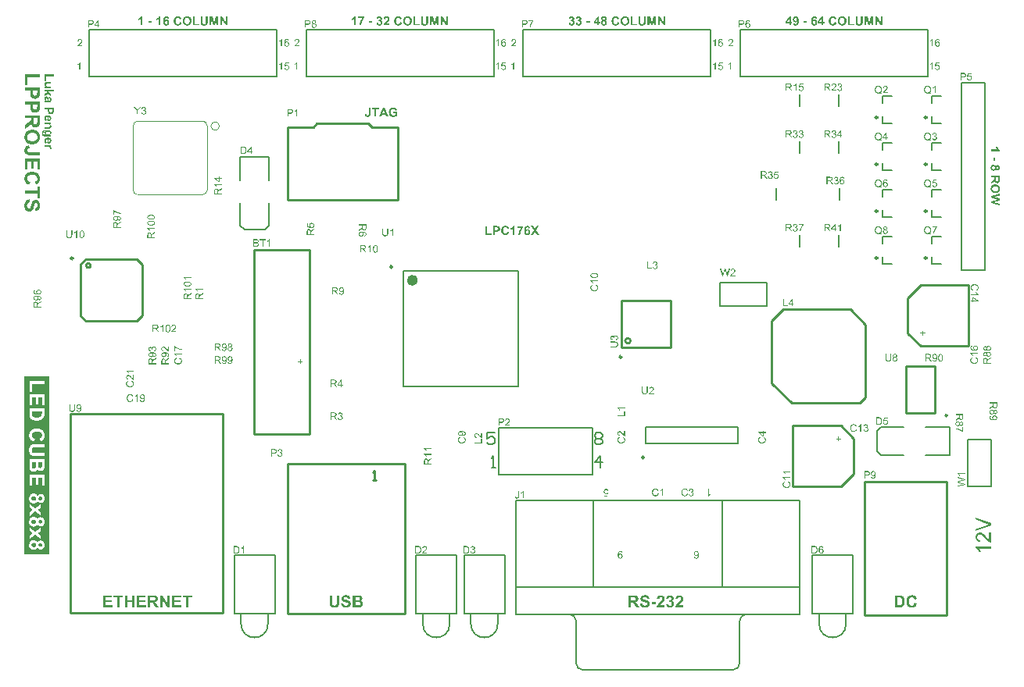
<source format=gto>
%FSAX43Y43*%
%MOMM*%
G71*
G01*
G75*
%ADD10R,1.200X1.400*%
%ADD11O,1.800X0.300*%
%ADD12O,0.300X1.800*%
%ADD13R,0.900X0.800*%
%ADD14R,0.508X1.300*%
%ADD15R,0.800X0.900*%
%ADD16R,0.635X2.032*%
%ADD17O,0.600X2.200*%
%ADD18R,2.200X2.200*%
%ADD19R,1.200X0.300*%
%ADD20R,0.300X1.200*%
%ADD21R,2.300X2.300*%
%ADD22R,2.540X1.016*%
%ADD23R,2.400X3.100*%
%ADD24R,2.200X0.450*%
%ADD25R,0.850X0.600*%
%ADD26R,3.683X3.048*%
%ADD27R,2.300X2.300*%
%ADD28C,0.254*%
%ADD29C,0.600*%
%ADD30C,0.381*%
%ADD31C,0.508*%
%ADD32C,0.889*%
%ADD33C,0.635*%
%ADD34C,0.762*%
%ADD35R,9.525X4.064*%
%ADD36R,1.905X3.302*%
%ADD37R,3.556X4.064*%
%ADD38R,11.049X1.016*%
%ADD39R,6.731X3.175*%
%ADD40R,8.509X2.159*%
%ADD41R,3.175X1.397*%
%ADD42C,0.508*%
%ADD43C,1.524*%
%ADD44C,0.762*%
%ADD45R,1.524X1.524*%
%ADD46C,3.556*%
%ADD47C,1.500*%
%ADD48R,1.500X1.500*%
%ADD49C,4.000*%
%ADD50C,3.810*%
%ADD51R,1.500X1.500*%
%ADD52C,1.600*%
%ADD53C,1.690*%
%ADD54R,1.690X1.690*%
%ADD55C,4.760*%
%ADD56C,2.032*%
%ADD57C,1.270*%
%ADD58C,3.000*%
%ADD59C,1.778*%
%ADD60R,1.300X1.000*%
%ADD61O,2.100X0.450*%
%ADD62R,2.540X2.794*%
%ADD63R,1.800X1.000*%
%ADD64R,2.286X2.286*%
%ADD65C,0.250*%
%ADD66C,0.100*%
%ADD67C,0.127*%
%ADD68C,0.200*%
%ADD69C,0.203*%
G36*
X0122943Y0027612D02*
X0122963Y0027610D01*
X0122986Y0027607D01*
X0123012Y0027603D01*
X0123040Y0027597D01*
X0123070Y0027590D01*
X0123102Y0027580D01*
X0123134Y0027569D01*
X0123168Y0027554D01*
X0123200Y0027539D01*
X0123230Y0027520D01*
X0123262Y0027498D01*
X0123290Y0027473D01*
X0123292D01*
X0123294Y0027469D01*
X0123300Y0027464D01*
X0123305Y0027458D01*
X0123313Y0027449D01*
X0123320Y0027437D01*
X0123341Y0027411D01*
X0123362Y0027377D01*
X0123384Y0027336D01*
X0123405Y0027289D01*
X0123424Y0027234D01*
X0123164Y0027172D01*
Y0027174D01*
X0123162Y0027176D01*
Y0027182D01*
X0123159Y0027189D01*
X0123153Y0027206D01*
X0123144Y0027229D01*
X0123131Y0027255D01*
X0123114Y0027281D01*
X0123091Y0027308D01*
X0123067Y0027330D01*
X0123063Y0027332D01*
X0123053Y0027340D01*
X0123038Y0027349D01*
X0123018Y0027360D01*
X0122991Y0027372D01*
X0122961Y0027381D01*
X0122928Y0027389D01*
X0122890Y0027390D01*
X0122877D01*
X0122865Y0027389D01*
X0122854Y0027387D01*
X0122839Y0027385D01*
X0122807Y0027377D01*
X0122770Y0027364D01*
X0122730Y0027345D01*
X0122709Y0027334D01*
X0122691Y0027321D01*
X0122672Y0027304D01*
X0122655Y0027285D01*
Y0027283D01*
X0122651Y0027280D01*
X0122647Y0027274D01*
X0122642Y0027265D01*
X0122634Y0027253D01*
X0122627Y0027240D01*
X0122619Y0027223D01*
X0122612Y0027204D01*
X0122602Y0027182D01*
X0122595Y0027157D01*
X0122587Y0027129D01*
X0122580Y0027099D01*
X0122574Y0027065D01*
X0122570Y0027030D01*
X0122569Y0026990D01*
X0122567Y0026947D01*
Y0026945D01*
Y0026936D01*
Y0026922D01*
X0122569Y0026907D01*
Y0026887D01*
X0122572Y0026862D01*
X0122574Y0026838D01*
X0122578Y0026810D01*
X0122589Y0026751D01*
X0122604Y0026693D01*
X0122614Y0026665D01*
X0122627Y0026639D01*
X0122640Y0026614D01*
X0122655Y0026594D01*
X0122657Y0026592D01*
X0122659Y0026590D01*
X0122664Y0026584D01*
X0122672Y0026577D01*
X0122691Y0026562D01*
X0122717Y0026543D01*
X0122749Y0026522D01*
X0122788Y0026507D01*
X0122834Y0026494D01*
X0122858Y0026492D01*
X0122884Y0026490D01*
X0122894D01*
X0122901Y0026492D01*
X0122922Y0026494D01*
X0122946Y0026498D01*
X0122973Y0026507D01*
X0123003Y0026518D01*
X0123033Y0026533D01*
X0123063Y0026556D01*
X0123067Y0026560D01*
X0123076Y0026569D01*
X0123089Y0026584D01*
X0123104Y0026607D01*
X0123123Y0026637D01*
X0123140Y0026672D01*
X0123157Y0026716D01*
X0123172Y0026766D01*
X0123427Y0026687D01*
Y0026686D01*
X0123426Y0026678D01*
X0123422Y0026667D01*
X0123416Y0026652D01*
X0123409Y0026635D01*
X0123401Y0026614D01*
X0123392Y0026592D01*
X0123381Y0026567D01*
X0123354Y0026516D01*
X0123320Y0026464D01*
X0123279Y0026413D01*
X0123256Y0026390D01*
X0123232Y0026370D01*
X0123230Y0026368D01*
X0123226Y0026366D01*
X0123219Y0026360D01*
X0123208Y0026353D01*
X0123194Y0026345D01*
X0123177Y0026338D01*
X0123159Y0026328D01*
X0123138Y0026319D01*
X0123114Y0026308D01*
X0123087Y0026298D01*
X0123059Y0026291D01*
X0123029Y0026283D01*
X0122997Y0026276D01*
X0122961Y0026270D01*
X0122926Y0026268D01*
X0122886Y0026266D01*
X0122875D01*
X0122862Y0026268D01*
X0122843Y0026270D01*
X0122822Y0026272D01*
X0122796Y0026276D01*
X0122768Y0026281D01*
X0122736Y0026289D01*
X0122704Y0026298D01*
X0122670Y0026310D01*
X0122634Y0026325D01*
X0122599Y0026342D01*
X0122563Y0026360D01*
X0122527Y0026385D01*
X0122493Y0026411D01*
X0122461Y0026443D01*
X0122460Y0026445D01*
X0122454Y0026451D01*
X0122446Y0026462D01*
X0122435Y0026475D01*
X0122424Y0026494D01*
X0122409Y0026515D01*
X0122394Y0026541D01*
X0122379Y0026571D01*
X0122364Y0026603D01*
X0122349Y0026639D01*
X0122334Y0026680D01*
X0122322Y0026723D01*
X0122311Y0026768D01*
X0122303Y0026819D01*
X0122298Y0026872D01*
X0122296Y0026928D01*
Y0026930D01*
Y0026932D01*
Y0026943D01*
X0122298Y0026960D01*
Y0026983D01*
X0122302Y0027009D01*
X0122305Y0027041D01*
X0122309Y0027075D01*
X0122317Y0027114D01*
X0122326Y0027154D01*
X0122337Y0027195D01*
X0122350Y0027236D01*
X0122367Y0027280D01*
X0122386Y0027321D01*
X0122409Y0027360D01*
X0122433Y0027398D01*
X0122463Y0027434D01*
X0122465Y0027436D01*
X0122471Y0027441D01*
X0122480Y0027451D01*
X0122493Y0027462D01*
X0122510Y0027475D01*
X0122531Y0027490D01*
X0122553Y0027507D01*
X0122582Y0027524D01*
X0122612Y0027541D01*
X0122644Y0027558D01*
X0122681Y0027573D01*
X0122719Y0027586D01*
X0122762Y0027597D01*
X0122805Y0027607D01*
X0122854Y0027612D01*
X0122903Y0027614D01*
X0122926D01*
X0122943Y0027612D01*
D02*
G37*
G36*
X0121565Y0027588D02*
X0121601Y0027586D01*
X0121640Y0027584D01*
X0121681Y0027578D01*
X0121721Y0027573D01*
X0121757Y0027563D01*
X0121758D01*
X0121762Y0027561D01*
X0121768Y0027560D01*
X0121775Y0027558D01*
X0121798Y0027548D01*
X0121824Y0027535D01*
X0121854Y0027518D01*
X0121888Y0027498D01*
X0121920Y0027473D01*
X0121952Y0027443D01*
X0121954D01*
X0121956Y0027439D01*
X0121965Y0027428D01*
X0121980Y0027409D01*
X0121997Y0027385D01*
X0122018Y0027355D01*
X0122038Y0027319D01*
X0122059Y0027278D01*
X0122076Y0027233D01*
Y0027231D01*
X0122078Y0027227D01*
X0122080Y0027219D01*
X0122084Y0027210D01*
X0122085Y0027199D01*
X0122089Y0027184D01*
X0122093Y0027167D01*
X0122099Y0027148D01*
X0122102Y0027127D01*
X0122106Y0027103D01*
X0122110Y0027078D01*
X0122112Y0027050D01*
X0122117Y0026992D01*
X0122119Y0026926D01*
Y0026924D01*
Y0026919D01*
Y0026911D01*
Y0026900D01*
X0122117Y0026885D01*
Y0026870D01*
X0122116Y0026851D01*
X0122114Y0026830D01*
X0122110Y0026787D01*
X0122102Y0026742D01*
X0122091Y0026695D01*
X0122078Y0026650D01*
Y0026648D01*
X0122076Y0026644D01*
X0122072Y0026637D01*
X0122069Y0026625D01*
X0122065Y0026614D01*
X0122057Y0026601D01*
X0122042Y0026567D01*
X0122023Y0026531D01*
X0121999Y0026492D01*
X0121971Y0026454D01*
X0121939Y0026419D01*
X0121935Y0026415D01*
X0121926Y0026407D01*
X0121911Y0026396D01*
X0121890Y0026381D01*
X0121864Y0026364D01*
X0121834Y0026347D01*
X0121796Y0026330D01*
X0121755Y0026315D01*
X0121753D01*
X0121751Y0026313D01*
X0121745D01*
X0121740Y0026312D01*
X0121719Y0026308D01*
X0121693Y0026302D01*
X0121661Y0026297D01*
X0121621Y0026293D01*
X0121574Y0026291D01*
X0121523Y0026289D01*
X0121031D01*
Y0027590D01*
X0121550D01*
X0121565Y0027588D01*
D02*
G37*
G36*
X0094006Y0027612D02*
X0094027Y0027610D01*
X0094052Y0027608D01*
X0094076Y0027605D01*
X0094104Y0027601D01*
X0094164Y0027588D01*
X0094194Y0027578D01*
X0094224Y0027569D01*
X0094255Y0027556D01*
X0094283Y0027541D01*
X0094309Y0027524D01*
X0094333Y0027505D01*
X0094335Y0027503D01*
X0094339Y0027499D01*
X0094345Y0027494D01*
X0094352Y0027486D01*
X0094362Y0027475D01*
X0094373Y0027462D01*
X0094384Y0027447D01*
X0094397Y0027430D01*
X0094409Y0027409D01*
X0094420Y0027389D01*
X0094431Y0027364D01*
X0094441Y0027338D01*
X0094450Y0027312D01*
X0094458Y0027281D01*
X0094463Y0027251D01*
X0094465Y0027218D01*
X0094202Y0027208D01*
Y0027210D01*
Y0027212D01*
X0094198Y0027225D01*
X0094194Y0027242D01*
X0094187Y0027263D01*
X0094177Y0027287D01*
X0094164Y0027310D01*
X0094147Y0027332D01*
X0094129Y0027351D01*
X0094127Y0027353D01*
X0094119Y0027358D01*
X0094106Y0027366D01*
X0094087Y0027374D01*
X0094065Y0027381D01*
X0094036Y0027389D01*
X0094003Y0027394D01*
X0093963Y0027396D01*
X0093944D01*
X0093924Y0027394D01*
X0093899Y0027390D01*
X0093871Y0027385D01*
X0093841Y0027375D01*
X0093813Y0027364D01*
X0093786Y0027347D01*
X0093785Y0027345D01*
X0093781Y0027342D01*
X0093773Y0027336D01*
X0093766Y0027327D01*
X0093758Y0027315D01*
X0093751Y0027300D01*
X0093747Y0027285D01*
X0093745Y0027266D01*
Y0027265D01*
Y0027259D01*
X0093747Y0027249D01*
X0093751Y0027240D01*
X0093755Y0027227D01*
X0093760Y0027214D01*
X0093770Y0027201D01*
X0093783Y0027187D01*
X0093785Y0027186D01*
X0093794Y0027180D01*
X0093800Y0027176D01*
X0093809Y0027172D01*
X0093818Y0027167D01*
X0093832Y0027161D01*
X0093847Y0027156D01*
X0093864Y0027148D01*
X0093884Y0027140D01*
X0093905Y0027133D01*
X0093931Y0027125D01*
X0093959Y0027118D01*
X0093990Y0027110D01*
X0094023Y0027101D01*
X0094025D01*
X0094033Y0027099D01*
X0094042Y0027097D01*
X0094055Y0027093D01*
X0094070Y0027090D01*
X0094089Y0027084D01*
X0094110Y0027078D01*
X0094130Y0027073D01*
X0094176Y0027058D01*
X0094223Y0027043D01*
X0094268Y0027026D01*
X0094286Y0027016D01*
X0094305Y0027007D01*
X0094307D01*
X0094309Y0027005D01*
X0094320Y0026998D01*
X0094337Y0026986D01*
X0094358Y0026971D01*
X0094380Y0026952D01*
X0094405Y0026930D01*
X0094429Y0026904D01*
X0094450Y0026874D01*
X0094452Y0026870D01*
X0094458Y0026859D01*
X0094467Y0026842D01*
X0094476Y0026817D01*
X0094486Y0026787D01*
X0094495Y0026751D01*
X0094501Y0026712D01*
X0094503Y0026667D01*
Y0026665D01*
Y0026661D01*
Y0026656D01*
Y0026648D01*
X0094501Y0026639D01*
X0094499Y0026625D01*
X0094495Y0026599D01*
X0094488Y0026565D01*
X0094476Y0026530D01*
X0094459Y0026494D01*
X0094439Y0026456D01*
Y0026454D01*
X0094435Y0026453D01*
X0094427Y0026441D01*
X0094412Y0026422D01*
X0094394Y0026402D01*
X0094369Y0026377D01*
X0094337Y0026355D01*
X0094303Y0026332D01*
X0094262Y0026312D01*
X0094260D01*
X0094256Y0026310D01*
X0094251Y0026308D01*
X0094241Y0026304D01*
X0094230Y0026300D01*
X0094217Y0026297D01*
X0094202Y0026293D01*
X0094185Y0026289D01*
X0094164Y0026283D01*
X0094144Y0026280D01*
X0094095Y0026272D01*
X0094040Y0026266D01*
X0093980Y0026265D01*
X0093956D01*
X0093939Y0026266D01*
X0093918Y0026268D01*
X0093896Y0026270D01*
X0093869Y0026274D01*
X0093841Y0026280D01*
X0093779Y0026293D01*
X0093747Y0026302D01*
X0093717Y0026312D01*
X0093685Y0026325D01*
X0093655Y0026340D01*
X0093627Y0026357D01*
X0093600Y0026377D01*
X0093599Y0026379D01*
X0093595Y0026383D01*
X0093587Y0026389D01*
X0093580Y0026398D01*
X0093568Y0026411D01*
X0093557Y0026426D01*
X0093544Y0026443D01*
X0093531Y0026462D01*
X0093518Y0026484D01*
X0093505Y0026509D01*
X0093491Y0026537D01*
X0093478Y0026567D01*
X0093469Y0026599D01*
X0093458Y0026635D01*
X0093450Y0026672D01*
X0093444Y0026712D01*
X0093700Y0026736D01*
Y0026734D01*
X0093702Y0026731D01*
Y0026723D01*
X0093704Y0026716D01*
X0093711Y0026693D01*
X0093721Y0026665D01*
X0093732Y0026633D01*
X0093749Y0026601D01*
X0093768Y0026573D01*
X0093792Y0026547D01*
X0093796Y0026545D01*
X0093805Y0026537D01*
X0093820Y0026528D01*
X0093843Y0026516D01*
X0093871Y0026505D01*
X0093903Y0026496D01*
X0093941Y0026488D01*
X0093984Y0026486D01*
X0094005D01*
X0094027Y0026490D01*
X0094055Y0026494D01*
X0094085Y0026500D01*
X0094117Y0026509D01*
X0094147Y0026522D01*
X0094174Y0026539D01*
X0094177Y0026541D01*
X0094185Y0026548D01*
X0094194Y0026560D01*
X0094208Y0026575D01*
X0094219Y0026594D01*
X0094230Y0026616D01*
X0094238Y0026639D01*
X0094239Y0026665D01*
Y0026667D01*
Y0026672D01*
X0094238Y0026682D01*
X0094236Y0026693D01*
X0094232Y0026704D01*
X0094228Y0026718D01*
X0094221Y0026731D01*
X0094211Y0026744D01*
X0094209Y0026746D01*
X0094206Y0026750D01*
X0094200Y0026755D01*
X0094191Y0026763D01*
X0094177Y0026772D01*
X0094161Y0026781D01*
X0094142Y0026791D01*
X0094117Y0026800D01*
X0094115D01*
X0094108Y0026804D01*
X0094095Y0026808D01*
X0094085Y0026812D01*
X0094074Y0026813D01*
X0094061Y0026817D01*
X0094046Y0026823D01*
X0094029Y0026827D01*
X0094010Y0026832D01*
X0093988Y0026838D01*
X0093963Y0026843D01*
X0093937Y0026851D01*
X0093907Y0026859D01*
X0093905D01*
X0093897Y0026860D01*
X0093886Y0026864D01*
X0093873Y0026868D01*
X0093856Y0026874D01*
X0093835Y0026879D01*
X0093815Y0026887D01*
X0093790Y0026894D01*
X0093741Y0026913D01*
X0093694Y0026936D01*
X0093670Y0026947D01*
X0093649Y0026960D01*
X0093629Y0026973D01*
X0093612Y0026986D01*
X0093610Y0026988D01*
X0093606Y0026992D01*
X0093600Y0026998D01*
X0093593Y0027005D01*
X0093584Y0027016D01*
X0093574Y0027030D01*
X0093563Y0027043D01*
X0093553Y0027060D01*
X0093531Y0027099D01*
X0093512Y0027144D01*
X0093505Y0027169D01*
X0093499Y0027193D01*
X0093495Y0027221D01*
X0093493Y0027249D01*
Y0027251D01*
Y0027253D01*
Y0027259D01*
Y0027266D01*
X0093497Y0027285D01*
X0093501Y0027310D01*
X0093506Y0027338D01*
X0093516Y0027370D01*
X0093529Y0027404D01*
X0093548Y0027436D01*
Y0027437D01*
X0093550Y0027439D01*
X0093559Y0027451D01*
X0093570Y0027466D01*
X0093589Y0027484D01*
X0093612Y0027505D01*
X0093640Y0027528D01*
X0093672Y0027548D01*
X0093709Y0027567D01*
X0093711D01*
X0093715Y0027569D01*
X0093721Y0027571D01*
X0093728Y0027575D01*
X0093740Y0027578D01*
X0093751Y0027582D01*
X0093766Y0027586D01*
X0093783Y0027592D01*
X0093820Y0027599D01*
X0093864Y0027607D01*
X0093912Y0027612D01*
X0093967Y0027614D01*
X0093990D01*
X0094006Y0027612D01*
D02*
G37*
G36*
X0128651Y0040193D02*
Y0040087D01*
X0128033Y0039917D01*
X0128031D01*
X0128029Y0039916D01*
X0128026Y0039914D01*
X0128020Y0039913D01*
X0128007Y0039910D01*
X0127992Y0039906D01*
X0127975Y0039902D01*
X0127960Y0039897D01*
X0127947Y0039893D01*
X0127941Y0039892D01*
X0127938Y0039891D01*
X0127939D01*
X0127940Y0039890D01*
X0127947Y0039889D01*
X0127957Y0039886D01*
X0127970Y0039883D01*
X0127984Y0039879D01*
X0128001Y0039875D01*
X0128017Y0039871D01*
X0128033Y0039866D01*
X0128651Y0039695D01*
Y0039582D01*
X0127839Y0039370D01*
Y0039481D01*
X0128372Y0039602D01*
X0128373D01*
X0128375Y0039604D01*
X0128380Y0039605D01*
X0128386Y0039606D01*
X0128394Y0039607D01*
X0128402Y0039609D01*
X0128413Y0039612D01*
X0128425Y0039614D01*
X0128449Y0039620D01*
X0128477Y0039626D01*
X0128508Y0039632D01*
X0128538Y0039638D01*
X0128537D01*
X0128532Y0039639D01*
X0128527Y0039641D01*
X0128517Y0039642D01*
X0128508Y0039645D01*
X0128496Y0039648D01*
X0128470Y0039654D01*
X0128444Y0039661D01*
X0128432Y0039663D01*
X0128420Y0039667D01*
X0128409Y0039669D01*
X0128400Y0039672D01*
X0128393Y0039674D01*
X0128388Y0039675D01*
X0127839Y0039829D01*
Y0039959D01*
X0128251Y0040074D01*
X0128252D01*
X0128258Y0040076D01*
X0128266Y0040079D01*
X0128277Y0040081D01*
X0128291Y0040085D01*
X0128306Y0040089D01*
X0128324Y0040094D01*
X0128344Y0040099D01*
X0128366Y0040105D01*
X0128388Y0040109D01*
X0128436Y0040120D01*
X0128487Y0040130D01*
X0128538Y0040139D01*
X0128537D01*
X0128535Y0040140D01*
X0128530D01*
X0128524Y0040142D01*
X0128517Y0040143D01*
X0128509Y0040146D01*
X0128498Y0040147D01*
X0128487Y0040150D01*
X0128461Y0040156D01*
X0128430Y0040163D01*
X0128398Y0040170D01*
X0128361Y0040180D01*
X0127839Y0040306D01*
Y0040416D01*
X0128651Y0040193D01*
D02*
G37*
G36*
X0039713Y0080570D02*
X0039728Y0080568D01*
X0039747Y0080565D01*
X0039768Y0080559D01*
X0039789Y0080552D01*
X0039810Y0080542D01*
X0039812D01*
X0039813Y0080541D01*
X0039820Y0080538D01*
X0039830Y0080531D01*
X0039842Y0080522D01*
X0039856Y0080511D01*
X0039870Y0080498D01*
X0039884Y0080482D01*
X0039896Y0080465D01*
X0039897Y0080462D01*
X0039901Y0080457D01*
X0039905Y0080446D01*
X0039911Y0080433D01*
X0039917Y0080418D01*
X0039922Y0080400D01*
X0039925Y0080380D01*
X0039927Y0080360D01*
Y0080358D01*
Y0080351D01*
X0039925Y0080342D01*
X0039923Y0080329D01*
X0039920Y0080313D01*
X0039914Y0080297D01*
X0039907Y0080281D01*
X0039897Y0080264D01*
X0039896Y0080262D01*
X0039893Y0080257D01*
X0039886Y0080249D01*
X0039876Y0080239D01*
X0039864Y0080229D01*
X0039850Y0080217D01*
X0039834Y0080207D01*
X0039814Y0080196D01*
X0039815D01*
X0039817Y0080195D01*
X0039821Y0080194D01*
X0039826Y0080193D01*
X0039839Y0080188D01*
X0039855Y0080181D01*
X0039874Y0080171D01*
X0039893Y0080160D01*
X0039910Y0080144D01*
X0039927Y0080127D01*
X0039928Y0080124D01*
X0039932Y0080117D01*
X0039939Y0080106D01*
X0039947Y0080090D01*
X0039954Y0080072D01*
X0039961Y0080049D01*
X0039965Y0080024D01*
X0039966Y0079995D01*
Y0079994D01*
Y0079991D01*
Y0079985D01*
X0039965Y0079978D01*
X0039964Y0079968D01*
X0039962Y0079958D01*
X0039959Y0079946D01*
X0039957Y0079933D01*
X0039948Y0079905D01*
X0039941Y0079890D01*
X0039934Y0079876D01*
X0039924Y0079860D01*
X0039914Y0079845D01*
X0039902Y0079830D01*
X0039888Y0079816D01*
X0039887Y0079815D01*
X0039884Y0079812D01*
X0039880Y0079809D01*
X0039874Y0079804D01*
X0039867Y0079798D01*
X0039857Y0079792D01*
X0039847Y0079785D01*
X0039834Y0079779D01*
X0039821Y0079772D01*
X0039806Y0079765D01*
X0039790Y0079760D01*
X0039773Y0079754D01*
X0039754Y0079749D01*
X0039734Y0079745D01*
X0039714Y0079743D01*
X0039692Y0079742D01*
X0039681D01*
X0039674Y0079743D01*
X0039665Y0079744D01*
X0039654Y0079745D01*
X0039643Y0079748D01*
X0039630Y0079750D01*
X0039602Y0079757D01*
X0039572Y0079769D01*
X0039557Y0079776D01*
X0039543Y0079784D01*
X0039529Y0079795D01*
X0039515Y0079805D01*
X0039514Y0079806D01*
X0039511Y0079809D01*
X0039508Y0079812D01*
X0039504Y0079817D01*
X0039498Y0079823D01*
X0039492Y0079831D01*
X0039485Y0079839D01*
X0039478Y0079850D01*
X0039471Y0079862D01*
X0039464Y0079873D01*
X0039451Y0079902D01*
X0039441Y0079934D01*
X0039437Y0079952D01*
X0039435Y0079971D01*
X0039535Y0079984D01*
Y0079982D01*
X0039536Y0079980D01*
X0039537Y0079975D01*
X0039538Y0079970D01*
X0039539Y0079963D01*
X0039542Y0079954D01*
X0039548Y0079937D01*
X0039556Y0079916D01*
X0039566Y0079896D01*
X0039578Y0079877D01*
X0039592Y0079860D01*
X0039594Y0079859D01*
X0039599Y0079855D01*
X0039609Y0079849D01*
X0039620Y0079843D01*
X0039634Y0079836D01*
X0039652Y0079830D01*
X0039672Y0079825D01*
X0039693Y0079824D01*
X0039700D01*
X0039705Y0079825D01*
X0039718Y0079826D01*
X0039734Y0079830D01*
X0039753Y0079836D01*
X0039773Y0079844D01*
X0039793Y0079856D01*
X0039812Y0079872D01*
X0039814Y0079875D01*
X0039820Y0079882D01*
X0039827Y0079892D01*
X0039836Y0079906D01*
X0039846Y0079924D01*
X0039853Y0079944D01*
X0039859Y0079967D01*
X0039861Y0079993D01*
Y0079994D01*
Y0079997D01*
Y0080000D01*
X0039860Y0080005D01*
X0039859Y0080018D01*
X0039855Y0080033D01*
X0039850Y0080052D01*
X0039842Y0080070D01*
X0039830Y0080089D01*
X0039815Y0080107D01*
X0039813Y0080109D01*
X0039807Y0080114D01*
X0039797Y0080121D01*
X0039785Y0080129D01*
X0039768Y0080137D01*
X0039748Y0080144D01*
X0039726Y0080149D01*
X0039701Y0080151D01*
X0039691D01*
X0039682Y0080150D01*
X0039672Y0080149D01*
X0039660Y0080147D01*
X0039646Y0080144D01*
X0039631Y0080141D01*
X0039643Y0080229D01*
X0039648D01*
X0039653Y0080228D01*
X0039668D01*
X0039681Y0080230D01*
X0039697Y0080232D01*
X0039714Y0080236D01*
X0039734Y0080242D01*
X0039753Y0080250D01*
X0039773Y0080261D01*
X0039774D01*
X0039775Y0080262D01*
X0039781Y0080266D01*
X0039789Y0080275D01*
X0039799Y0080285D01*
X0039808Y0080300D01*
X0039816Y0080318D01*
X0039822Y0080338D01*
X0039824Y0080350D01*
Y0080363D01*
Y0080364D01*
Y0080365D01*
Y0080372D01*
X0039822Y0080381D01*
X0039820Y0080394D01*
X0039815Y0080408D01*
X0039809Y0080424D01*
X0039800Y0080439D01*
X0039787Y0080453D01*
X0039786Y0080454D01*
X0039780Y0080459D01*
X0039772Y0080465D01*
X0039761Y0080472D01*
X0039747Y0080478D01*
X0039731Y0080484D01*
X0039712Y0080488D01*
X0039691Y0080489D01*
X0039681D01*
X0039671Y0080487D01*
X0039657Y0080485D01*
X0039641Y0080480D01*
X0039626Y0080474D01*
X0039610Y0080465D01*
X0039594Y0080453D01*
X0039593Y0080452D01*
X0039589Y0080446D01*
X0039582Y0080438D01*
X0039573Y0080426D01*
X0039565Y0080411D01*
X0039557Y0080392D01*
X0039550Y0080370D01*
X0039545Y0080344D01*
X0039445Y0080362D01*
Y0080363D01*
X0039447Y0080366D01*
X0039448Y0080371D01*
X0039449Y0080378D01*
X0039451Y0080386D01*
X0039455Y0080396D01*
X0039462Y0080418D01*
X0039474Y0080444D01*
X0039488Y0080469D01*
X0039505Y0080494D01*
X0039528Y0080516D01*
X0039529Y0080518D01*
X0039531Y0080519D01*
X0039535Y0080521D01*
X0039539Y0080525D01*
X0039545Y0080529D01*
X0039553Y0080534D01*
X0039562Y0080539D01*
X0039572Y0080545D01*
X0039596Y0080554D01*
X0039623Y0080563D01*
X0039654Y0080569D01*
X0039671Y0080572D01*
X0039700D01*
X0039713Y0080570D01*
D02*
G37*
G36*
X0039054Y0080100D02*
Y0079756D01*
X0038946D01*
Y0080100D01*
X0038632Y0080568D01*
X0038762D01*
X0038922Y0080322D01*
Y0080320D01*
X0038924Y0080318D01*
X0038927Y0080315D01*
X0038929Y0080310D01*
X0038934Y0080304D01*
X0038938Y0080297D01*
X0038949Y0080279D01*
X0038962Y0080258D01*
X0038976Y0080235D01*
X0038991Y0080210D01*
X0039005Y0080184D01*
Y0080185D01*
X0039007Y0080188D01*
X0039009Y0080191D01*
X0039012Y0080196D01*
X0039016Y0080202D01*
X0039021Y0080209D01*
X0039031Y0080227D01*
X0039044Y0080248D01*
X0039059Y0080272D01*
X0039077Y0080299D01*
X0039096Y0080329D01*
X0039252Y0080568D01*
X0039377D01*
X0039054Y0080100D01*
D02*
G37*
G36*
X0095736Y0027595D02*
X0095753Y0027593D01*
X0095771Y0027592D01*
X0095792Y0027588D01*
X0095815Y0027584D01*
X0095863Y0027571D01*
X0095912Y0027552D01*
X0095939Y0027541D01*
X0095961Y0027528D01*
X0095986Y0027511D01*
X0096006Y0027492D01*
X0096008Y0027490D01*
X0096012Y0027488D01*
X0096016Y0027481D01*
X0096023Y0027473D01*
X0096033Y0027464D01*
X0096042Y0027451D01*
X0096051Y0027437D01*
X0096063Y0027421D01*
X0096081Y0027383D01*
X0096100Y0027340D01*
X0096108Y0027315D01*
X0096112Y0027289D01*
X0096115Y0027261D01*
X0096117Y0027233D01*
Y0027229D01*
Y0027218D01*
X0096115Y0027201D01*
X0096113Y0027180D01*
X0096110Y0027154D01*
X0096104Y0027125D01*
X0096097Y0027095D01*
X0096085Y0027065D01*
X0096083Y0027062D01*
X0096080Y0027052D01*
X0096072Y0027035D01*
X0096061Y0027015D01*
X0096048Y0026990D01*
X0096031Y0026962D01*
X0096010Y0026932D01*
X0095986Y0026900D01*
X0095984Y0026898D01*
X0095976Y0026889D01*
X0095965Y0026875D01*
X0095948Y0026857D01*
X0095925Y0026834D01*
X0095897Y0026804D01*
X0095863Y0026772D01*
X0095822Y0026733D01*
X0095820Y0026731D01*
X0095816Y0026729D01*
X0095811Y0026723D01*
X0095803Y0026716D01*
X0095783Y0026697D01*
X0095758Y0026674D01*
X0095734Y0026650D01*
X0095709Y0026625D01*
X0095687Y0026605D01*
X0095679Y0026595D01*
X0095672Y0026588D01*
X0095670Y0026586D01*
X0095666Y0026582D01*
X0095660Y0026575D01*
X0095653Y0026565D01*
X0095636Y0026545D01*
X0095621Y0026520D01*
X0096117D01*
Y0026289D01*
X0095243D01*
Y0026291D01*
Y0026295D01*
X0095245Y0026302D01*
X0095247Y0026312D01*
X0095249Y0026323D01*
X0095251Y0026336D01*
X0095258Y0026370D01*
X0095270Y0026407D01*
X0095285Y0026449D01*
X0095303Y0026494D01*
X0095328Y0026537D01*
Y0026539D01*
X0095332Y0026543D01*
X0095335Y0026550D01*
X0095343Y0026558D01*
X0095350Y0026571D01*
X0095362Y0026584D01*
X0095375Y0026601D01*
X0095390Y0026620D01*
X0095407Y0026642D01*
X0095427Y0026665D01*
X0095450Y0026691D01*
X0095476Y0026719D01*
X0095504Y0026748D01*
X0095536Y0026780D01*
X0095570Y0026813D01*
X0095608Y0026849D01*
X0095610Y0026851D01*
X0095615Y0026857D01*
X0095623Y0026864D01*
X0095634Y0026875D01*
X0095649Y0026887D01*
X0095664Y0026902D01*
X0095698Y0026936D01*
X0095732Y0026971D01*
X0095766Y0027007D01*
X0095781Y0027022D01*
X0095796Y0027039D01*
X0095807Y0027052D01*
X0095815Y0027063D01*
X0095816Y0027067D01*
X0095822Y0027077D01*
X0095832Y0027092D01*
X0095841Y0027112D01*
X0095850Y0027135D01*
X0095860Y0027161D01*
X0095865Y0027187D01*
X0095867Y0027216D01*
Y0027218D01*
Y0027219D01*
Y0027229D01*
X0095865Y0027246D01*
X0095862Y0027265D01*
X0095856Y0027285D01*
X0095848Y0027306D01*
X0095837Y0027327D01*
X0095822Y0027345D01*
X0095820Y0027347D01*
X0095815Y0027353D01*
X0095803Y0027360D01*
X0095790Y0027368D01*
X0095771Y0027375D01*
X0095751Y0027383D01*
X0095726Y0027389D01*
X0095698Y0027390D01*
X0095685D01*
X0095670Y0027389D01*
X0095653Y0027385D01*
X0095632Y0027379D01*
X0095612Y0027370D01*
X0095591Y0027358D01*
X0095572Y0027343D01*
X0095570Y0027342D01*
X0095565Y0027334D01*
X0095557Y0027323D01*
X0095550Y0027306D01*
X0095540Y0027285D01*
X0095533Y0027257D01*
X0095525Y0027225D01*
X0095521Y0027187D01*
X0095273Y0027212D01*
Y0027214D01*
X0095275Y0027221D01*
Y0027231D01*
X0095279Y0027246D01*
X0095281Y0027263D01*
X0095286Y0027281D01*
X0095292Y0027302D01*
X0095298Y0027327D01*
X0095316Y0027374D01*
X0095339Y0027422D01*
X0095354Y0027447D01*
X0095371Y0027469D01*
X0095390Y0027488D01*
X0095410Y0027507D01*
X0095412Y0027509D01*
X0095416Y0027511D01*
X0095422Y0027514D01*
X0095431Y0027522D01*
X0095442Y0027528D01*
X0095457Y0027535D01*
X0095473Y0027545D01*
X0095491Y0027552D01*
X0095512Y0027561D01*
X0095535Y0027569D01*
X0095583Y0027584D01*
X0095642Y0027593D01*
X0095672Y0027595D01*
X0095704Y0027597D01*
X0095722D01*
X0095736Y0027595D01*
D02*
G37*
G36*
X0092805Y0027588D02*
X0092826D01*
X0092847Y0027586D01*
X0092871D01*
X0092920Y0027580D01*
X0092971Y0027575D01*
X0093018Y0027565D01*
X0093038Y0027560D01*
X0093057Y0027554D01*
X0093059D01*
X0093061Y0027552D01*
X0093072Y0027546D01*
X0093089Y0027537D01*
X0093112Y0027526D01*
X0093136Y0027507D01*
X0093161Y0027486D01*
X0093185Y0027460D01*
X0093208Y0027428D01*
Y0027426D01*
X0093209Y0027424D01*
X0093213Y0027419D01*
X0093217Y0027413D01*
X0093226Y0027394D01*
X0093238Y0027370D01*
X0093247Y0027340D01*
X0093256Y0027306D01*
X0093264Y0027266D01*
X0093266Y0027225D01*
Y0027223D01*
Y0027219D01*
Y0027210D01*
X0093264Y0027201D01*
Y0027187D01*
X0093262Y0027174D01*
X0093255Y0027140D01*
X0093245Y0027101D01*
X0093230Y0027062D01*
X0093208Y0027020D01*
X0093194Y0027001D01*
X0093179Y0026983D01*
X0093178Y0026981D01*
X0093176Y0026979D01*
X0093170Y0026973D01*
X0093162Y0026968D01*
X0093155Y0026960D01*
X0093144Y0026951D01*
X0093131Y0026941D01*
X0093115Y0026932D01*
X0093099Y0026921D01*
X0093078Y0026911D01*
X0093057Y0026902D01*
X0093035Y0026892D01*
X0093008Y0026883D01*
X0092982Y0026875D01*
X0092954Y0026868D01*
X0092922Y0026862D01*
X0092924D01*
X0092926Y0026860D01*
X0092937Y0026853D01*
X0092952Y0026843D01*
X0092971Y0026830D01*
X0092993Y0026813D01*
X0093016Y0026796D01*
X0093040Y0026776D01*
X0093061Y0026753D01*
X0093063Y0026751D01*
X0093072Y0026742D01*
X0093084Y0026727D01*
X0093100Y0026704D01*
X0093123Y0026676D01*
X0093134Y0026657D01*
X0093147Y0026639D01*
X0093162Y0026618D01*
X0093178Y0026595D01*
X0093194Y0026569D01*
X0093211Y0026543D01*
X0093371Y0026289D01*
X0093055D01*
X0092867Y0026571D01*
X0092866Y0026573D01*
X0092864Y0026578D01*
X0092858Y0026586D01*
X0092850Y0026595D01*
X0092843Y0026607D01*
X0092834Y0026622D01*
X0092813Y0026652D01*
X0092788Y0026686D01*
X0092766Y0026716D01*
X0092745Y0026744D01*
X0092736Y0026753D01*
X0092728Y0026763D01*
X0092726Y0026765D01*
X0092723Y0026768D01*
X0092715Y0026776D01*
X0092706Y0026785D01*
X0092693Y0026793D01*
X0092679Y0026802D01*
X0092664Y0026810D01*
X0092649Y0026817D01*
X0092647D01*
X0092642Y0026819D01*
X0092632Y0026823D01*
X0092617Y0026825D01*
X0092599Y0026828D01*
X0092576Y0026830D01*
X0092550Y0026832D01*
X0092465D01*
Y0026289D01*
X0092202D01*
Y0027590D01*
X0092788D01*
X0092805Y0027588D01*
D02*
G37*
G36*
X0061625Y0027612D02*
X0061646Y0027610D01*
X0061670Y0027608D01*
X0061695Y0027605D01*
X0061723Y0027601D01*
X0061783Y0027588D01*
X0061813Y0027578D01*
X0061843Y0027569D01*
X0061873Y0027556D01*
X0061901Y0027541D01*
X0061928Y0027524D01*
X0061952Y0027505D01*
X0061954Y0027503D01*
X0061958Y0027499D01*
X0061964Y0027494D01*
X0061971Y0027486D01*
X0061980Y0027475D01*
X0061992Y0027462D01*
X0062003Y0027447D01*
X0062016Y0027430D01*
X0062027Y0027409D01*
X0062039Y0027389D01*
X0062050Y0027364D01*
X0062059Y0027338D01*
X0062069Y0027312D01*
X0062076Y0027281D01*
X0062082Y0027251D01*
X0062084Y0027218D01*
X0061821Y0027208D01*
Y0027210D01*
Y0027212D01*
X0061817Y0027225D01*
X0061813Y0027242D01*
X0061806Y0027263D01*
X0061796Y0027287D01*
X0061783Y0027310D01*
X0061766Y0027332D01*
X0061747Y0027351D01*
X0061745Y0027353D01*
X0061738Y0027358D01*
X0061725Y0027366D01*
X0061706Y0027374D01*
X0061683Y0027381D01*
X0061655Y0027389D01*
X0061621Y0027394D01*
X0061582Y0027396D01*
X0061563D01*
X0061542Y0027394D01*
X0061518Y0027390D01*
X0061490Y0027385D01*
X0061460Y0027375D01*
X0061432Y0027364D01*
X0061405Y0027347D01*
X0061403Y0027345D01*
X0061400Y0027342D01*
X0061392Y0027336D01*
X0061385Y0027327D01*
X0061377Y0027315D01*
X0061370Y0027300D01*
X0061366Y0027285D01*
X0061364Y0027266D01*
Y0027265D01*
Y0027259D01*
X0061366Y0027249D01*
X0061370Y0027240D01*
X0061373Y0027227D01*
X0061379Y0027214D01*
X0061388Y0027201D01*
X0061402Y0027187D01*
X0061403Y0027186D01*
X0061413Y0027180D01*
X0061418Y0027176D01*
X0061428Y0027172D01*
X0061437Y0027167D01*
X0061450Y0027161D01*
X0061465Y0027156D01*
X0061482Y0027148D01*
X0061503Y0027140D01*
X0061524Y0027133D01*
X0061550Y0027125D01*
X0061578Y0027118D01*
X0061608Y0027110D01*
X0061642Y0027101D01*
X0061644D01*
X0061651Y0027099D01*
X0061661Y0027097D01*
X0061674Y0027093D01*
X0061689Y0027090D01*
X0061708Y0027084D01*
X0061729Y0027078D01*
X0061749Y0027073D01*
X0061794Y0027058D01*
X0061841Y0027043D01*
X0061886Y0027026D01*
X0061905Y0027016D01*
X0061924Y0027007D01*
X0061926D01*
X0061928Y0027005D01*
X0061939Y0026998D01*
X0061956Y0026986D01*
X0061977Y0026971D01*
X0061999Y0026952D01*
X0062024Y0026930D01*
X0062048Y0026904D01*
X0062069Y0026874D01*
X0062071Y0026870D01*
X0062076Y0026859D01*
X0062086Y0026842D01*
X0062095Y0026817D01*
X0062104Y0026787D01*
X0062114Y0026751D01*
X0062120Y0026712D01*
X0062121Y0026667D01*
Y0026665D01*
Y0026661D01*
Y0026656D01*
Y0026648D01*
X0062120Y0026639D01*
X0062118Y0026625D01*
X0062114Y0026599D01*
X0062106Y0026565D01*
X0062095Y0026530D01*
X0062078Y0026494D01*
X0062057Y0026456D01*
Y0026454D01*
X0062054Y0026453D01*
X0062046Y0026441D01*
X0062031Y0026422D01*
X0062012Y0026402D01*
X0061988Y0026377D01*
X0061956Y0026355D01*
X0061922Y0026332D01*
X0061881Y0026312D01*
X0061879D01*
X0061875Y0026310D01*
X0061870Y0026308D01*
X0061860Y0026304D01*
X0061849Y0026300D01*
X0061836Y0026297D01*
X0061821Y0026293D01*
X0061804Y0026289D01*
X0061783Y0026283D01*
X0061762Y0026280D01*
X0061714Y0026272D01*
X0061659Y0026266D01*
X0061599Y0026265D01*
X0061574D01*
X0061558Y0026266D01*
X0061537Y0026268D01*
X0061514Y0026270D01*
X0061488Y0026274D01*
X0061460Y0026280D01*
X0061398Y0026293D01*
X0061366Y0026302D01*
X0061336Y0026312D01*
X0061304Y0026325D01*
X0061274Y0026340D01*
X0061245Y0026357D01*
X0061219Y0026377D01*
X0061217Y0026379D01*
X0061214Y0026383D01*
X0061206Y0026389D01*
X0061199Y0026398D01*
X0061187Y0026411D01*
X0061176Y0026426D01*
X0061163Y0026443D01*
X0061150Y0026462D01*
X0061136Y0026484D01*
X0061123Y0026509D01*
X0061110Y0026537D01*
X0061097Y0026567D01*
X0061088Y0026599D01*
X0061076Y0026635D01*
X0061069Y0026672D01*
X0061063Y0026712D01*
X0061319Y0026736D01*
Y0026734D01*
X0061321Y0026731D01*
Y0026723D01*
X0061323Y0026716D01*
X0061330Y0026693D01*
X0061339Y0026665D01*
X0061351Y0026633D01*
X0061368Y0026601D01*
X0061386Y0026573D01*
X0061411Y0026547D01*
X0061415Y0026545D01*
X0061424Y0026537D01*
X0061439Y0026528D01*
X0061462Y0026516D01*
X0061490Y0026505D01*
X0061522Y0026496D01*
X0061559Y0026488D01*
X0061603Y0026486D01*
X0061623D01*
X0061646Y0026490D01*
X0061674Y0026494D01*
X0061704Y0026500D01*
X0061736Y0026509D01*
X0061766Y0026522D01*
X0061792Y0026539D01*
X0061796Y0026541D01*
X0061804Y0026548D01*
X0061813Y0026560D01*
X0061826Y0026575D01*
X0061838Y0026594D01*
X0061849Y0026616D01*
X0061856Y0026639D01*
X0061858Y0026665D01*
Y0026667D01*
Y0026672D01*
X0061856Y0026682D01*
X0061854Y0026693D01*
X0061851Y0026704D01*
X0061847Y0026718D01*
X0061839Y0026731D01*
X0061830Y0026744D01*
X0061828Y0026746D01*
X0061824Y0026750D01*
X0061819Y0026755D01*
X0061809Y0026763D01*
X0061796Y0026772D01*
X0061779Y0026781D01*
X0061761Y0026791D01*
X0061736Y0026800D01*
X0061734D01*
X0061727Y0026804D01*
X0061714Y0026808D01*
X0061704Y0026812D01*
X0061693Y0026813D01*
X0061680Y0026817D01*
X0061665Y0026823D01*
X0061648Y0026827D01*
X0061629Y0026832D01*
X0061606Y0026838D01*
X0061582Y0026843D01*
X0061556Y0026851D01*
X0061526Y0026859D01*
X0061524D01*
X0061516Y0026860D01*
X0061505Y0026864D01*
X0061492Y0026868D01*
X0061475Y0026874D01*
X0061454Y0026879D01*
X0061433Y0026887D01*
X0061409Y0026894D01*
X0061360Y0026913D01*
X0061313Y0026936D01*
X0061289Y0026947D01*
X0061268Y0026960D01*
X0061247Y0026973D01*
X0061230Y0026986D01*
X0061229Y0026988D01*
X0061225Y0026992D01*
X0061219Y0026998D01*
X0061212Y0027005D01*
X0061202Y0027016D01*
X0061193Y0027030D01*
X0061182Y0027043D01*
X0061172Y0027060D01*
X0061150Y0027099D01*
X0061131Y0027144D01*
X0061123Y0027169D01*
X0061118Y0027193D01*
X0061114Y0027221D01*
X0061112Y0027249D01*
Y0027251D01*
Y0027253D01*
Y0027259D01*
Y0027266D01*
X0061116Y0027285D01*
X0061120Y0027310D01*
X0061125Y0027338D01*
X0061135Y0027370D01*
X0061148Y0027404D01*
X0061167Y0027436D01*
Y0027437D01*
X0061168Y0027439D01*
X0061178Y0027451D01*
X0061189Y0027466D01*
X0061208Y0027484D01*
X0061230Y0027505D01*
X0061259Y0027528D01*
X0061291Y0027548D01*
X0061328Y0027567D01*
X0061330D01*
X0061334Y0027569D01*
X0061339Y0027571D01*
X0061347Y0027575D01*
X0061358Y0027578D01*
X0061370Y0027582D01*
X0061385Y0027586D01*
X0061402Y0027592D01*
X0061439Y0027599D01*
X0061482Y0027607D01*
X0061531Y0027612D01*
X0061586Y0027614D01*
X0061608D01*
X0061625Y0027612D01*
D02*
G37*
G36*
X0095185Y0026637D02*
X0094694D01*
Y0026887D01*
X0095185D01*
Y0026637D01*
D02*
G37*
G36*
X0096726Y0027595D02*
X0096743Y0027593D01*
X0096760Y0027592D01*
X0096781Y0027588D01*
X0096801Y0027582D01*
X0096848Y0027569D01*
X0096873Y0027560D01*
X0096899Y0027546D01*
X0096924Y0027533D01*
X0096946Y0027518D01*
X0096971Y0027499D01*
X0096991Y0027479D01*
X0096993Y0027477D01*
X0096995Y0027475D01*
X0097001Y0027469D01*
X0097006Y0027462D01*
X0097021Y0027443D01*
X0097038Y0027417D01*
X0097055Y0027385D01*
X0097068Y0027347D01*
X0097080Y0027306D01*
X0097081Y0027285D01*
X0097083Y0027263D01*
Y0027261D01*
Y0027255D01*
X0097081Y0027246D01*
X0097080Y0027234D01*
X0097078Y0027219D01*
X0097074Y0027202D01*
X0097068Y0027184D01*
X0097061Y0027163D01*
X0097049Y0027142D01*
X0097038Y0027120D01*
X0097023Y0027097D01*
X0097004Y0027075D01*
X0096982Y0027052D01*
X0096957Y0027030D01*
X0096929Y0027009D01*
X0096895Y0026988D01*
X0096897D01*
X0096901Y0026986D01*
X0096907D01*
X0096914Y0026983D01*
X0096935Y0026977D01*
X0096959Y0026966D01*
X0096987Y0026951D01*
X0097018Y0026932D01*
X0097048Y0026907D01*
X0097074Y0026879D01*
X0097078Y0026875D01*
X0097085Y0026864D01*
X0097095Y0026847D01*
X0097108Y0026823D01*
X0097121Y0026795D01*
X0097130Y0026759D01*
X0097138Y0026721D01*
X0097142Y0026678D01*
Y0026676D01*
Y0026671D01*
Y0026661D01*
X0097140Y0026650D01*
X0097138Y0026635D01*
X0097134Y0026618D01*
X0097130Y0026597D01*
X0097127Y0026577D01*
X0097112Y0026531D01*
X0097100Y0026507D01*
X0097089Y0026481D01*
X0097074Y0026456D01*
X0097057Y0026432D01*
X0097038Y0026407D01*
X0097016Y0026385D01*
X0097014Y0026383D01*
X0097010Y0026379D01*
X0097003Y0026374D01*
X0096993Y0026366D01*
X0096980Y0026357D01*
X0096967Y0026347D01*
X0096948Y0026336D01*
X0096929Y0026325D01*
X0096909Y0026313D01*
X0096884Y0026302D01*
X0096858Y0026293D01*
X0096831Y0026283D01*
X0096801Y0026276D01*
X0096771Y0026270D01*
X0096737Y0026266D01*
X0096704Y0026265D01*
X0096687D01*
X0096674Y0026266D01*
X0096659Y0026268D01*
X0096642Y0026270D01*
X0096623Y0026274D01*
X0096600Y0026278D01*
X0096555Y0026289D01*
X0096506Y0026308D01*
X0096480Y0026319D01*
X0096457Y0026332D01*
X0096433Y0026349D01*
X0096410Y0026366D01*
X0096409Y0026368D01*
X0096405Y0026372D01*
X0096399Y0026377D01*
X0096392Y0026385D01*
X0096382Y0026394D01*
X0096373Y0026407D01*
X0096362Y0026421D01*
X0096350Y0026437D01*
X0096339Y0026456D01*
X0096326Y0026475D01*
X0096305Y0026520D01*
X0096288Y0026573D01*
X0096281Y0026601D01*
X0096277Y0026631D01*
X0096518Y0026661D01*
Y0026659D01*
Y0026657D01*
X0096519Y0026646D01*
X0096523Y0026629D01*
X0096529Y0026609D01*
X0096538Y0026586D01*
X0096548Y0026562D01*
X0096563Y0026539D01*
X0096580Y0026518D01*
X0096581Y0026516D01*
X0096589Y0026511D01*
X0096600Y0026503D01*
X0096613Y0026496D01*
X0096632Y0026486D01*
X0096653Y0026479D01*
X0096675Y0026473D01*
X0096702Y0026471D01*
X0096706D01*
X0096715Y0026473D01*
X0096728Y0026475D01*
X0096747Y0026479D01*
X0096768Y0026486D01*
X0096788Y0026496D01*
X0096811Y0026511D01*
X0096831Y0026530D01*
X0096833Y0026531D01*
X0096841Y0026541D01*
X0096848Y0026554D01*
X0096860Y0026571D01*
X0096869Y0026594D01*
X0096878Y0026622D01*
X0096884Y0026654D01*
X0096886Y0026689D01*
Y0026691D01*
Y0026693D01*
Y0026704D01*
X0096884Y0026721D01*
X0096880Y0026744D01*
X0096873Y0026768D01*
X0096863Y0026793D01*
X0096850Y0026817D01*
X0096833Y0026840D01*
X0096831Y0026842D01*
X0096824Y0026849D01*
X0096813Y0026859D01*
X0096799Y0026868D01*
X0096781Y0026879D01*
X0096760Y0026887D01*
X0096737Y0026894D01*
X0096711Y0026896D01*
X0096692D01*
X0096679Y0026894D01*
X0096662Y0026892D01*
X0096642Y0026889D01*
X0096621Y0026883D01*
X0096596Y0026877D01*
X0096623Y0027078D01*
X0096640D01*
X0096659Y0027080D01*
X0096681Y0027082D01*
X0096706Y0027088D01*
X0096732Y0027095D01*
X0096756Y0027107D01*
X0096779Y0027122D01*
X0096781Y0027124D01*
X0096788Y0027131D01*
X0096796Y0027140D01*
X0096807Y0027156D01*
X0096816Y0027172D01*
X0096826Y0027193D01*
X0096831Y0027218D01*
X0096833Y0027246D01*
Y0027249D01*
Y0027257D01*
X0096831Y0027268D01*
X0096828Y0027283D01*
X0096824Y0027300D01*
X0096816Y0027317D01*
X0096807Y0027336D01*
X0096794Y0027351D01*
X0096792Y0027353D01*
X0096786Y0027357D01*
X0096779Y0027364D01*
X0096766Y0027372D01*
X0096751Y0027377D01*
X0096734Y0027385D01*
X0096711Y0027389D01*
X0096689Y0027390D01*
X0096677D01*
X0096666Y0027389D01*
X0096651Y0027385D01*
X0096634Y0027379D01*
X0096615Y0027372D01*
X0096596Y0027360D01*
X0096580Y0027345D01*
X0096578Y0027343D01*
X0096572Y0027338D01*
X0096565Y0027327D01*
X0096555Y0027312D01*
X0096546Y0027295D01*
X0096538Y0027272D01*
X0096531Y0027246D01*
X0096525Y0027216D01*
X0096296Y0027253D01*
Y0027255D01*
X0096298Y0027259D01*
Y0027265D01*
X0096300Y0027274D01*
X0096305Y0027295D01*
X0096313Y0027323D01*
X0096324Y0027353D01*
X0096335Y0027385D01*
X0096350Y0027415D01*
X0096367Y0027443D01*
X0096369Y0027447D01*
X0096377Y0027454D01*
X0096388Y0027468D01*
X0096403Y0027484D01*
X0096422Y0027501D01*
X0096444Y0027520D01*
X0096472Y0027539D01*
X0096503Y0027556D01*
X0096504D01*
X0096506Y0027558D01*
X0096518Y0027561D01*
X0096536Y0027569D01*
X0096559Y0027577D01*
X0096587Y0027584D01*
X0096621Y0027592D01*
X0096657Y0027595D01*
X0096696Y0027597D01*
X0096713D01*
X0096726Y0027595D01*
D02*
G37*
G36*
X0097758D02*
X0097775Y0027593D01*
X0097794Y0027592D01*
X0097814Y0027588D01*
X0097837Y0027584D01*
X0097886Y0027571D01*
X0097935Y0027552D01*
X0097961Y0027541D01*
X0097984Y0027528D01*
X0098008Y0027511D01*
X0098029Y0027492D01*
X0098031Y0027490D01*
X0098034Y0027488D01*
X0098038Y0027481D01*
X0098046Y0027473D01*
X0098055Y0027464D01*
X0098064Y0027451D01*
X0098074Y0027437D01*
X0098085Y0027421D01*
X0098104Y0027383D01*
X0098123Y0027340D01*
X0098130Y0027315D01*
X0098134Y0027289D01*
X0098138Y0027261D01*
X0098140Y0027233D01*
Y0027229D01*
Y0027218D01*
X0098138Y0027201D01*
X0098136Y0027180D01*
X0098132Y0027154D01*
X0098127Y0027125D01*
X0098119Y0027095D01*
X0098108Y0027065D01*
X0098106Y0027062D01*
X0098102Y0027052D01*
X0098095Y0027035D01*
X0098083Y0027015D01*
X0098070Y0026990D01*
X0098053Y0026962D01*
X0098033Y0026932D01*
X0098008Y0026900D01*
X0098006Y0026898D01*
X0097999Y0026889D01*
X0097987Y0026875D01*
X0097970Y0026857D01*
X0097948Y0026834D01*
X0097920Y0026804D01*
X0097886Y0026772D01*
X0097845Y0026733D01*
X0097843Y0026731D01*
X0097839Y0026729D01*
X0097833Y0026723D01*
X0097826Y0026716D01*
X0097805Y0026697D01*
X0097781Y0026674D01*
X0097756Y0026650D01*
X0097732Y0026625D01*
X0097709Y0026605D01*
X0097702Y0026595D01*
X0097694Y0026588D01*
X0097692Y0026586D01*
X0097689Y0026582D01*
X0097683Y0026575D01*
X0097675Y0026565D01*
X0097658Y0026545D01*
X0097643Y0026520D01*
X0098140D01*
Y0026289D01*
X0097266D01*
Y0026291D01*
Y0026295D01*
X0097268Y0026302D01*
X0097269Y0026312D01*
X0097271Y0026323D01*
X0097273Y0026336D01*
X0097281Y0026370D01*
X0097292Y0026407D01*
X0097307Y0026449D01*
X0097326Y0026494D01*
X0097350Y0026537D01*
Y0026539D01*
X0097354Y0026543D01*
X0097358Y0026550D01*
X0097365Y0026558D01*
X0097373Y0026571D01*
X0097384Y0026584D01*
X0097397Y0026601D01*
X0097412Y0026620D01*
X0097429Y0026642D01*
X0097450Y0026665D01*
X0097472Y0026691D01*
X0097499Y0026719D01*
X0097527Y0026748D01*
X0097559Y0026780D01*
X0097593Y0026813D01*
X0097630Y0026849D01*
X0097632Y0026851D01*
X0097638Y0026857D01*
X0097645Y0026864D01*
X0097657Y0026875D01*
X0097672Y0026887D01*
X0097687Y0026902D01*
X0097721Y0026936D01*
X0097754Y0026971D01*
X0097788Y0027007D01*
X0097803Y0027022D01*
X0097818Y0027039D01*
X0097830Y0027052D01*
X0097837Y0027063D01*
X0097839Y0027067D01*
X0097845Y0027077D01*
X0097854Y0027092D01*
X0097863Y0027112D01*
X0097873Y0027135D01*
X0097882Y0027161D01*
X0097888Y0027187D01*
X0097890Y0027216D01*
Y0027218D01*
Y0027219D01*
Y0027229D01*
X0097888Y0027246D01*
X0097884Y0027265D01*
X0097878Y0027285D01*
X0097871Y0027306D01*
X0097860Y0027327D01*
X0097845Y0027345D01*
X0097843Y0027347D01*
X0097837Y0027353D01*
X0097826Y0027360D01*
X0097813Y0027368D01*
X0097794Y0027375D01*
X0097773Y0027383D01*
X0097749Y0027389D01*
X0097721Y0027390D01*
X0097707D01*
X0097692Y0027389D01*
X0097675Y0027385D01*
X0097655Y0027379D01*
X0097634Y0027370D01*
X0097613Y0027358D01*
X0097595Y0027343D01*
X0097593Y0027342D01*
X0097587Y0027334D01*
X0097580Y0027323D01*
X0097572Y0027306D01*
X0097563Y0027285D01*
X0097555Y0027257D01*
X0097548Y0027225D01*
X0097544Y0027187D01*
X0097296Y0027212D01*
Y0027214D01*
X0097298Y0027221D01*
Y0027231D01*
X0097301Y0027246D01*
X0097303Y0027263D01*
X0097309Y0027281D01*
X0097315Y0027302D01*
X0097320Y0027327D01*
X0097339Y0027374D01*
X0097362Y0027422D01*
X0097377Y0027447D01*
X0097393Y0027469D01*
X0097412Y0027488D01*
X0097433Y0027507D01*
X0097435Y0027509D01*
X0097439Y0027511D01*
X0097444Y0027514D01*
X0097454Y0027522D01*
X0097465Y0027528D01*
X0097480Y0027535D01*
X0097495Y0027545D01*
X0097514Y0027552D01*
X0097534Y0027561D01*
X0097557Y0027569D01*
X0097606Y0027584D01*
X0097664Y0027593D01*
X0097694Y0027595D01*
X0097726Y0027597D01*
X0097745D01*
X0097758Y0027595D01*
D02*
G37*
G36*
X0090747Y0055120D02*
X0090759D01*
X0090773Y0055119D01*
X0090787Y0055118D01*
X0090818Y0055114D01*
X0090851Y0055110D01*
X0090883Y0055103D01*
X0090898Y0055098D01*
X0090912Y0055093D01*
X0090913D01*
X0090916Y0055092D01*
X0090919Y0055090D01*
X0090924Y0055087D01*
X0090937Y0055080D01*
X0090953Y0055070D01*
X0090972Y0055056D01*
X0090991Y0055039D01*
X0091011Y0055018D01*
X0091028Y0054992D01*
Y0054991D01*
X0091031Y0054989D01*
X0091032Y0054985D01*
X0091036Y0054979D01*
X0091039Y0054972D01*
X0091043Y0054963D01*
X0091046Y0054954D01*
X0091051Y0054942D01*
X0091055Y0054929D01*
X0091059Y0054915D01*
X0091063Y0054900D01*
X0091066Y0054882D01*
X0091068Y0054864D01*
X0091071Y0054846D01*
X0091073Y0054803D01*
Y0054802D01*
Y0054799D01*
Y0054793D01*
X0091072Y0054785D01*
Y0054775D01*
X0091071Y0054763D01*
X0091070Y0054751D01*
X0091068Y0054738D01*
X0091064Y0054708D01*
X0091057Y0054677D01*
X0091047Y0054646D01*
X0091034Y0054617D01*
Y0054616D01*
X0091032Y0054613D01*
X0091030Y0054610D01*
X0091027Y0054605D01*
X0091018Y0054592D01*
X0091005Y0054577D01*
X0090989Y0054559D01*
X0090970Y0054543D01*
X0090946Y0054526D01*
X0090921Y0054514D01*
X0090919D01*
X0090917Y0054512D01*
X0090912Y0054511D01*
X0090906Y0054509D01*
X0090899Y0054506D01*
X0090890Y0054504D01*
X0090879Y0054501D01*
X0090867Y0054498D01*
X0090852Y0054496D01*
X0090837Y0054492D01*
X0090821Y0054490D01*
X0090803Y0054488D01*
X0090783Y0054485D01*
X0090762Y0054484D01*
X0090740Y0054483D01*
X0090247D01*
Y0054591D01*
X0090734D01*
X0090742Y0054592D01*
X0090753D01*
X0090775Y0054593D01*
X0090801Y0054596D01*
X0090827Y0054599D01*
X0090851Y0054604D01*
X0090862Y0054606D01*
X0090872Y0054610D01*
X0090875Y0054611D01*
X0090881Y0054613D01*
X0090889Y0054619D01*
X0090901Y0054626D01*
X0090912Y0054634D01*
X0090925Y0054646D01*
X0090938Y0054660D01*
X0090949Y0054677D01*
X0090950Y0054679D01*
X0090953Y0054685D01*
X0090957Y0054695D01*
X0090962Y0054709D01*
X0090967Y0054726D01*
X0090971Y0054747D01*
X0090975Y0054769D01*
X0090976Y0054794D01*
Y0054795D01*
Y0054799D01*
Y0054806D01*
X0090975Y0054813D01*
Y0054823D01*
X0090973Y0054834D01*
X0090969Y0054860D01*
X0090963Y0054888D01*
X0090953Y0054915D01*
X0090940Y0054941D01*
X0090932Y0054952D01*
X0090923Y0054963D01*
X0090922Y0054964D01*
X0090921Y0054965D01*
X0090917Y0054968D01*
X0090912Y0054971D01*
X0090905Y0054975D01*
X0090898Y0054979D01*
X0090888Y0054984D01*
X0090877Y0054989D01*
X0090864Y0054993D01*
X0090849Y0054997D01*
X0090831Y0055002D01*
X0090813Y0055005D01*
X0090791Y0055009D01*
X0090769Y0055011D01*
X0090743Y0055013D01*
X0090247D01*
Y0055121D01*
X0090736D01*
X0090747Y0055120D01*
D02*
G37*
G36*
X0120653Y0053302D02*
Y0053300D01*
Y0053296D01*
Y0053290D01*
Y0053282D01*
X0120652Y0053271D01*
Y0053259D01*
X0120651Y0053245D01*
X0120650Y0053231D01*
X0120646Y0053200D01*
X0120642Y0053167D01*
X0120635Y0053135D01*
X0120630Y0053120D01*
X0120625Y0053106D01*
Y0053105D01*
X0120624Y0053102D01*
X0120622Y0053099D01*
X0120619Y0053094D01*
X0120612Y0053081D01*
X0120602Y0053065D01*
X0120588Y0053046D01*
X0120571Y0053027D01*
X0120550Y0053007D01*
X0120524Y0052990D01*
X0120523D01*
X0120521Y0052987D01*
X0120517Y0052986D01*
X0120511Y0052982D01*
X0120504Y0052979D01*
X0120495Y0052975D01*
X0120486Y0052972D01*
X0120474Y0052967D01*
X0120461Y0052963D01*
X0120447Y0052959D01*
X0120432Y0052955D01*
X0120414Y0052952D01*
X0120396Y0052950D01*
X0120378Y0052947D01*
X0120335Y0052945D01*
X0120325D01*
X0120317Y0052946D01*
X0120307D01*
X0120295Y0052947D01*
X0120283Y0052948D01*
X0120270Y0052950D01*
X0120240Y0052954D01*
X0120209Y0052961D01*
X0120178Y0052971D01*
X0120149Y0052984D01*
X0120148D01*
X0120145Y0052986D01*
X0120142Y0052988D01*
X0120137Y0052991D01*
X0120124Y0053000D01*
X0120109Y0053013D01*
X0120091Y0053029D01*
X0120075Y0053048D01*
X0120058Y0053072D01*
X0120046Y0053097D01*
Y0053099D01*
X0120044Y0053101D01*
X0120043Y0053106D01*
X0120041Y0053112D01*
X0120038Y0053119D01*
X0120036Y0053128D01*
X0120033Y0053139D01*
X0120030Y0053151D01*
X0120028Y0053166D01*
X0120024Y0053181D01*
X0120022Y0053197D01*
X0120020Y0053215D01*
X0120017Y0053235D01*
X0120016Y0053256D01*
X0120015Y0053278D01*
Y0053302D01*
Y0053771D01*
X0120123D01*
Y0053302D01*
Y0053300D01*
Y0053297D01*
Y0053291D01*
Y0053284D01*
X0120124Y0053276D01*
Y0053265D01*
X0120125Y0053243D01*
X0120128Y0053217D01*
X0120131Y0053191D01*
X0120136Y0053167D01*
X0120138Y0053156D01*
X0120142Y0053146D01*
X0120143Y0053143D01*
X0120145Y0053137D01*
X0120151Y0053129D01*
X0120158Y0053117D01*
X0120166Y0053106D01*
X0120178Y0053093D01*
X0120192Y0053080D01*
X0120209Y0053069D01*
X0120211Y0053068D01*
X0120217Y0053065D01*
X0120227Y0053061D01*
X0120241Y0053056D01*
X0120258Y0053051D01*
X0120279Y0053047D01*
X0120301Y0053043D01*
X0120326Y0053042D01*
X0120338D01*
X0120345Y0053043D01*
X0120355D01*
X0120366Y0053045D01*
X0120392Y0053049D01*
X0120420Y0053055D01*
X0120447Y0053065D01*
X0120473Y0053078D01*
X0120484Y0053086D01*
X0120495Y0053095D01*
X0120496Y0053096D01*
X0120497Y0053097D01*
X0120500Y0053101D01*
X0120503Y0053106D01*
X0120507Y0053113D01*
X0120511Y0053120D01*
X0120516Y0053130D01*
X0120521Y0053141D01*
X0120525Y0053154D01*
X0120529Y0053169D01*
X0120534Y0053187D01*
X0120537Y0053205D01*
X0120541Y0053227D01*
X0120543Y0053249D01*
X0120545Y0053275D01*
Y0053302D01*
Y0053771D01*
X0120653D01*
Y0053302D01*
D02*
G37*
G36*
X0121073Y0053773D02*
X0121083Y0053772D01*
X0121093Y0053771D01*
X0121105Y0053770D01*
X0121117Y0053766D01*
X0121145Y0053759D01*
X0121173Y0053749D01*
X0121187Y0053742D01*
X0121201Y0053734D01*
X0121214Y0053723D01*
X0121227Y0053712D01*
X0121228Y0053711D01*
X0121230Y0053710D01*
X0121233Y0053707D01*
X0121238Y0053702D01*
X0121242Y0053695D01*
X0121248Y0053688D01*
X0121260Y0053670D01*
X0121272Y0053648D01*
X0121282Y0053622D01*
X0121291Y0053593D01*
X0121292Y0053577D01*
X0121293Y0053561D01*
Y0053560D01*
Y0053559D01*
Y0053552D01*
X0121292Y0053541D01*
X0121289Y0053528D01*
X0121286Y0053512D01*
X0121280Y0053495D01*
X0121273Y0053479D01*
X0121262Y0053462D01*
X0121261Y0053460D01*
X0121257Y0053455D01*
X0121249Y0053448D01*
X0121240Y0053439D01*
X0121227Y0053428D01*
X0121212Y0053418D01*
X0121194Y0053407D01*
X0121173Y0053398D01*
X0121174D01*
X0121177Y0053397D01*
X0121180Y0053396D01*
X0121185Y0053393D01*
X0121199Y0053387D01*
X0121215Y0053379D01*
X0121233Y0053367D01*
X0121252Y0053354D01*
X0121269Y0053338D01*
X0121286Y0053319D01*
Y0053318D01*
X0121287Y0053317D01*
X0121292Y0053310D01*
X0121299Y0053298D01*
X0121306Y0053283D01*
X0121313Y0053264D01*
X0121320Y0053242D01*
X0121325Y0053217D01*
X0121326Y0053190D01*
Y0053189D01*
Y0053185D01*
Y0053180D01*
X0121325Y0053173D01*
X0121323Y0053164D01*
X0121322Y0053154D01*
X0121320Y0053142D01*
X0121316Y0053129D01*
X0121308Y0053102D01*
X0121302Y0053087D01*
X0121294Y0053073D01*
X0121286Y0053058D01*
X0121276Y0053043D01*
X0121265Y0053029D01*
X0121252Y0053015D01*
X0121251Y0053014D01*
X0121248Y0053012D01*
X0121245Y0053008D01*
X0121239Y0053005D01*
X0121231Y0052999D01*
X0121223Y0052993D01*
X0121212Y0052987D01*
X0121200Y0052980D01*
X0121187Y0052973D01*
X0121172Y0052967D01*
X0121156Y0052961D01*
X0121139Y0052955D01*
X0121120Y0052952D01*
X0121100Y0052948D01*
X0121081Y0052946D01*
X0121058Y0052945D01*
X0121046D01*
X0121038Y0052946D01*
X0121028Y0052947D01*
X0121016Y0052948D01*
X0121003Y0052951D01*
X0120989Y0052954D01*
X0120957Y0052963D01*
X0120941Y0052968D01*
X0120926Y0052974D01*
X0120909Y0052982D01*
X0120893Y0052992D01*
X0120878Y0053002D01*
X0120863Y0053015D01*
X0120862Y0053016D01*
X0120860Y0053019D01*
X0120856Y0053022D01*
X0120852Y0053028D01*
X0120847Y0053035D01*
X0120840Y0053043D01*
X0120834Y0053053D01*
X0120827Y0053065D01*
X0120820Y0053076D01*
X0120814Y0053090D01*
X0120802Y0053120D01*
X0120798Y0053137D01*
X0120794Y0053155D01*
X0120792Y0053174D01*
X0120791Y0053193D01*
Y0053194D01*
Y0053196D01*
Y0053201D01*
X0120792Y0053205D01*
Y0053212D01*
X0120793Y0053221D01*
X0120795Y0053239D01*
X0120800Y0053261D01*
X0120807Y0053282D01*
X0120818Y0053304D01*
X0120831Y0053325D01*
Y0053326D01*
X0120833Y0053327D01*
X0120838Y0053333D01*
X0120847Y0053343D01*
X0120860Y0053354D01*
X0120876Y0053366D01*
X0120896Y0053379D01*
X0120919Y0053390D01*
X0120946Y0053398D01*
X0120944D01*
X0120943Y0053399D01*
X0120940Y0053400D01*
X0120935Y0053403D01*
X0120924Y0053407D01*
X0120910Y0053414D01*
X0120895Y0053424D01*
X0120880Y0053435D01*
X0120866Y0053448D01*
X0120853Y0053462D01*
X0120852Y0053465D01*
X0120848Y0053469D01*
X0120843Y0053479D01*
X0120839Y0053491D01*
X0120833Y0053506D01*
X0120828Y0053523D01*
X0120825Y0053543D01*
X0120824Y0053565D01*
Y0053566D01*
Y0053568D01*
Y0053573D01*
X0120825Y0053580D01*
X0120826Y0053587D01*
X0120827Y0053596D01*
X0120832Y0053616D01*
X0120839Y0053640D01*
X0120851Y0053664D01*
X0120858Y0053677D01*
X0120866Y0053690D01*
X0120876Y0053702D01*
X0120887Y0053714D01*
X0120888Y0053715D01*
X0120890Y0053716D01*
X0120894Y0053719D01*
X0120899Y0053723D01*
X0120905Y0053728D01*
X0120913Y0053732D01*
X0120922Y0053738D01*
X0120931Y0053744D01*
X0120943Y0053750D01*
X0120956Y0053756D01*
X0120970Y0053760D01*
X0120985Y0053765D01*
X0121018Y0053772D01*
X0121037Y0053773D01*
X0121056Y0053775D01*
X0121066D01*
X0121073Y0053773D01*
D02*
G37*
G36*
X0094288Y0049746D02*
Y0049744D01*
Y0049740D01*
Y0049734D01*
Y0049726D01*
X0094287Y0049715D01*
Y0049703D01*
X0094286Y0049689D01*
X0094285Y0049675D01*
X0094281Y0049644D01*
X0094276Y0049611D01*
X0094269Y0049579D01*
X0094265Y0049564D01*
X0094260Y0049550D01*
Y0049549D01*
X0094259Y0049546D01*
X0094256Y0049543D01*
X0094254Y0049538D01*
X0094247Y0049525D01*
X0094237Y0049509D01*
X0094222Y0049490D01*
X0094206Y0049471D01*
X0094185Y0049451D01*
X0094159Y0049434D01*
X0094158D01*
X0094156Y0049431D01*
X0094152Y0049430D01*
X0094146Y0049426D01*
X0094139Y0049423D01*
X0094130Y0049419D01*
X0094120Y0049416D01*
X0094109Y0049411D01*
X0094096Y0049407D01*
X0094082Y0049403D01*
X0094066Y0049399D01*
X0094049Y0049396D01*
X0094031Y0049394D01*
X0094012Y0049391D01*
X0093970Y0049389D01*
X0093960D01*
X0093951Y0049390D01*
X0093942D01*
X0093930Y0049391D01*
X0093917Y0049392D01*
X0093904Y0049394D01*
X0093875Y0049398D01*
X0093843Y0049405D01*
X0093813Y0049415D01*
X0093784Y0049428D01*
X0093782D01*
X0093780Y0049430D01*
X0093777Y0049432D01*
X0093772Y0049435D01*
X0093759Y0049444D01*
X0093744Y0049457D01*
X0093726Y0049473D01*
X0093710Y0049492D01*
X0093693Y0049516D01*
X0093680Y0049541D01*
Y0049543D01*
X0093679Y0049545D01*
X0093678Y0049550D01*
X0093676Y0049556D01*
X0093673Y0049563D01*
X0093671Y0049572D01*
X0093667Y0049583D01*
X0093665Y0049595D01*
X0093663Y0049610D01*
X0093659Y0049625D01*
X0093657Y0049641D01*
X0093654Y0049659D01*
X0093652Y0049679D01*
X0093651Y0049700D01*
X0093650Y0049722D01*
Y0049746D01*
Y0050215D01*
X0093758D01*
Y0049746D01*
Y0049744D01*
Y0049741D01*
Y0049735D01*
Y0049728D01*
X0093759Y0049720D01*
Y0049709D01*
X0093760Y0049687D01*
X0093762Y0049661D01*
X0093766Y0049635D01*
X0093771Y0049611D01*
X0093773Y0049600D01*
X0093777Y0049590D01*
X0093778Y0049587D01*
X0093780Y0049581D01*
X0093786Y0049573D01*
X0093793Y0049561D01*
X0093801Y0049550D01*
X0093813Y0049537D01*
X0093827Y0049524D01*
X0093843Y0049513D01*
X0093846Y0049512D01*
X0093852Y0049509D01*
X0093862Y0049505D01*
X0093876Y0049500D01*
X0093893Y0049495D01*
X0093914Y0049491D01*
X0093936Y0049487D01*
X0093961Y0049486D01*
X0093973D01*
X0093980Y0049487D01*
X0093990D01*
X0094001Y0049489D01*
X0094026Y0049493D01*
X0094055Y0049499D01*
X0094082Y0049509D01*
X0094107Y0049522D01*
X0094119Y0049530D01*
X0094130Y0049539D01*
X0094131Y0049540D01*
X0094132Y0049541D01*
X0094134Y0049545D01*
X0094138Y0049550D01*
X0094141Y0049557D01*
X0094146Y0049564D01*
X0094151Y0049574D01*
X0094156Y0049585D01*
X0094160Y0049598D01*
X0094164Y0049613D01*
X0094168Y0049631D01*
X0094172Y0049649D01*
X0094176Y0049671D01*
X0094178Y0049693D01*
X0094180Y0049719D01*
Y0049746D01*
Y0050215D01*
X0094288D01*
Y0049746D01*
D02*
G37*
G36*
X0094715Y0050217D02*
X0094725Y0050216D01*
X0094736Y0050215D01*
X0094749Y0050213D01*
X0094762Y0050210D01*
X0094793Y0050202D01*
X0094823Y0050190D01*
X0094839Y0050183D01*
X0094854Y0050175D01*
X0094868Y0050165D01*
X0094881Y0050153D01*
X0094882Y0050152D01*
X0094884Y0050151D01*
X0094887Y0050146D01*
X0094891Y0050141D01*
X0094897Y0050135D01*
X0094903Y0050127D01*
X0094909Y0050119D01*
X0094916Y0050108D01*
X0094928Y0050086D01*
X0094939Y0050058D01*
X0094944Y0050044D01*
X0094947Y0050027D01*
X0094949Y0050011D01*
X0094950Y0049993D01*
Y0049991D01*
Y0049985D01*
X0094949Y0049976D01*
X0094948Y0049963D01*
X0094945Y0049949D01*
X0094941Y0049932D01*
X0094936Y0049915D01*
X0094929Y0049897D01*
X0094928Y0049895D01*
X0094925Y0049889D01*
X0094921Y0049879D01*
X0094914Y0049867D01*
X0094904Y0049852D01*
X0094893Y0049835D01*
X0094878Y0049817D01*
X0094862Y0049797D01*
X0094860Y0049795D01*
X0094854Y0049788D01*
X0094848Y0049782D01*
X0094842Y0049776D01*
X0094835Y0049769D01*
X0094826Y0049760D01*
X0094816Y0049750D01*
X0094804Y0049740D01*
X0094793Y0049728D01*
X0094779Y0049715D01*
X0094763Y0049702D01*
X0094747Y0049687D01*
X0094728Y0049672D01*
X0094709Y0049655D01*
X0094708Y0049654D01*
X0094706Y0049652D01*
X0094701Y0049648D01*
X0094695Y0049644D01*
X0094688Y0049637D01*
X0094680Y0049629D01*
X0094661Y0049614D01*
X0094641Y0049597D01*
X0094623Y0049579D01*
X0094606Y0049564D01*
X0094599Y0049558D01*
X0094593Y0049552D01*
X0094592Y0049551D01*
X0094589Y0049547D01*
X0094584Y0049543D01*
X0094578Y0049536D01*
X0094572Y0049527D01*
X0094565Y0049519D01*
X0094551Y0049499D01*
X0094951D01*
Y0049403D01*
X0094413D01*
Y0049404D01*
Y0049409D01*
Y0049416D01*
X0094414Y0049425D01*
X0094415Y0049436D01*
X0094417Y0049448D01*
X0094420Y0049459D01*
X0094424Y0049472D01*
Y0049473D01*
X0094425Y0049475D01*
X0094428Y0049482D01*
X0094433Y0049492D01*
X0094440Y0049506D01*
X0094449Y0049523D01*
X0094461Y0049541D01*
X0094474Y0049560D01*
X0094490Y0049580D01*
Y0049581D01*
X0094492Y0049583D01*
X0094498Y0049590D01*
X0094509Y0049600D01*
X0094524Y0049615D01*
X0094542Y0049633D01*
X0094564Y0049654D01*
X0094591Y0049678D01*
X0094620Y0049702D01*
X0094621Y0049703D01*
X0094626Y0049707D01*
X0094633Y0049713D01*
X0094641Y0049720D01*
X0094652Y0049729D01*
X0094665Y0049740D01*
X0094678Y0049752D01*
X0094693Y0049764D01*
X0094722Y0049793D01*
X0094752Y0049821D01*
X0094766Y0049835D01*
X0094779Y0049849D01*
X0094790Y0049862D01*
X0094800Y0049875D01*
Y0049876D01*
X0094802Y0049877D01*
X0094804Y0049881D01*
X0094807Y0049885D01*
X0094815Y0049898D01*
X0094824Y0049913D01*
X0094833Y0049932D01*
X0094841Y0049952D01*
X0094846Y0049974D01*
X0094848Y0049996D01*
Y0049997D01*
Y0049998D01*
X0094847Y0050005D01*
X0094846Y0050017D01*
X0094842Y0050030D01*
X0094837Y0050046D01*
X0094829Y0050062D01*
X0094819Y0050079D01*
X0094804Y0050095D01*
X0094802Y0050098D01*
X0094796Y0050102D01*
X0094788Y0050108D01*
X0094775Y0050116D01*
X0094759Y0050124D01*
X0094740Y0050131D01*
X0094718Y0050135D01*
X0094693Y0050136D01*
X0094686D01*
X0094681Y0050135D01*
X0094667Y0050134D01*
X0094651Y0050131D01*
X0094633Y0050126D01*
X0094613Y0050118D01*
X0094594Y0050107D01*
X0094577Y0050093D01*
X0094575Y0050091D01*
X0094570Y0050085D01*
X0094563Y0050075D01*
X0094556Y0050061D01*
X0094548Y0050045D01*
X0094540Y0050024D01*
X0094536Y0050000D01*
X0094533Y0049973D01*
X0094431Y0049984D01*
Y0049985D01*
X0094433Y0049989D01*
Y0049994D01*
X0094434Y0050003D01*
X0094436Y0050012D01*
X0094438Y0050023D01*
X0094442Y0050036D01*
X0094445Y0050048D01*
X0094455Y0050077D01*
X0094469Y0050105D01*
X0094477Y0050119D01*
X0094488Y0050133D01*
X0094498Y0050146D01*
X0094510Y0050158D01*
X0094511Y0050159D01*
X0094513Y0050160D01*
X0094517Y0050163D01*
X0094523Y0050167D01*
X0094530Y0050172D01*
X0094538Y0050176D01*
X0094548Y0050182D01*
X0094559Y0050188D01*
X0094572Y0050194D01*
X0094586Y0050200D01*
X0094601Y0050204D01*
X0094618Y0050209D01*
X0094636Y0050213D01*
X0094654Y0050216D01*
X0094674Y0050217D01*
X0094695Y0050219D01*
X0094707D01*
X0094715Y0050217D01*
D02*
G37*
G36*
X0090837Y0055791D02*
X0090847Y0055790D01*
X0090857Y0055788D01*
X0090869Y0055786D01*
X0090882Y0055783D01*
X0090910Y0055774D01*
X0090925Y0055767D01*
X0090939Y0055760D01*
X0090955Y0055750D01*
X0090970Y0055740D01*
X0090985Y0055728D01*
X0090999Y0055714D01*
X0091000Y0055713D01*
X0091003Y0055710D01*
X0091006Y0055706D01*
X0091011Y0055700D01*
X0091017Y0055693D01*
X0091023Y0055683D01*
X0091030Y0055673D01*
X0091036Y0055660D01*
X0091043Y0055647D01*
X0091050Y0055632D01*
X0091055Y0055617D01*
X0091061Y0055599D01*
X0091066Y0055580D01*
X0091070Y0055560D01*
X0091072Y0055540D01*
X0091073Y0055518D01*
Y0055517D01*
Y0055513D01*
Y0055507D01*
X0091072Y0055500D01*
X0091071Y0055491D01*
X0091070Y0055480D01*
X0091067Y0055469D01*
X0091065Y0055456D01*
X0091058Y0055428D01*
X0091046Y0055398D01*
X0091039Y0055383D01*
X0091031Y0055369D01*
X0091020Y0055355D01*
X0091010Y0055341D01*
X0091009Y0055340D01*
X0091006Y0055337D01*
X0091003Y0055334D01*
X0090998Y0055330D01*
X0090992Y0055324D01*
X0090984Y0055319D01*
X0090976Y0055311D01*
X0090965Y0055304D01*
X0090953Y0055297D01*
X0090942Y0055290D01*
X0090913Y0055277D01*
X0090881Y0055267D01*
X0090863Y0055263D01*
X0090844Y0055261D01*
X0090831Y0055361D01*
X0090833D01*
X0090835Y0055362D01*
X0090840Y0055363D01*
X0090845Y0055364D01*
X0090852Y0055365D01*
X0090861Y0055368D01*
X0090878Y0055374D01*
X0090899Y0055382D01*
X0090919Y0055392D01*
X0090938Y0055404D01*
X0090955Y0055418D01*
X0090956Y0055421D01*
X0090960Y0055425D01*
X0090966Y0055435D01*
X0090972Y0055446D01*
X0090979Y0055461D01*
X0090985Y0055478D01*
X0090990Y0055498D01*
X0090991Y0055519D01*
Y0055520D01*
Y0055523D01*
Y0055526D01*
X0090990Y0055531D01*
X0090989Y0055544D01*
X0090985Y0055560D01*
X0090979Y0055579D01*
X0090971Y0055599D01*
X0090959Y0055619D01*
X0090943Y0055638D01*
X0090940Y0055640D01*
X0090933Y0055646D01*
X0090923Y0055653D01*
X0090909Y0055662D01*
X0090891Y0055672D01*
X0090871Y0055679D01*
X0090848Y0055685D01*
X0090822Y0055687D01*
X0090815D01*
X0090810Y0055686D01*
X0090797Y0055685D01*
X0090782Y0055681D01*
X0090763Y0055676D01*
X0090745Y0055668D01*
X0090726Y0055656D01*
X0090708Y0055641D01*
X0090706Y0055639D01*
X0090701Y0055633D01*
X0090694Y0055624D01*
X0090686Y0055611D01*
X0090678Y0055594D01*
X0090671Y0055574D01*
X0090666Y0055552D01*
X0090664Y0055527D01*
Y0055526D01*
Y0055523D01*
Y0055517D01*
X0090665Y0055509D01*
X0090666Y0055498D01*
X0090668Y0055486D01*
X0090671Y0055472D01*
X0090674Y0055457D01*
X0090586Y0055469D01*
Y0055470D01*
Y0055475D01*
X0090587Y0055479D01*
Y0055484D01*
Y0055485D01*
Y0055486D01*
Y0055490D01*
Y0055495D01*
X0090585Y0055507D01*
X0090583Y0055523D01*
X0090579Y0055540D01*
X0090573Y0055560D01*
X0090565Y0055579D01*
X0090554Y0055599D01*
Y0055600D01*
X0090553Y0055601D01*
X0090549Y0055607D01*
X0090540Y0055615D01*
X0090530Y0055625D01*
X0090515Y0055634D01*
X0090497Y0055642D01*
X0090477Y0055648D01*
X0090465Y0055651D01*
X0090443D01*
X0090434Y0055648D01*
X0090421Y0055646D01*
X0090407Y0055641D01*
X0090391Y0055635D01*
X0090376Y0055626D01*
X0090362Y0055613D01*
X0090361Y0055612D01*
X0090356Y0055606D01*
X0090350Y0055598D01*
X0090343Y0055587D01*
X0090337Y0055573D01*
X0090331Y0055557D01*
X0090327Y0055538D01*
X0090326Y0055517D01*
Y0055516D01*
Y0055514D01*
Y0055507D01*
X0090328Y0055497D01*
X0090330Y0055483D01*
X0090335Y0055468D01*
X0090341Y0055452D01*
X0090350Y0055436D01*
X0090362Y0055421D01*
X0090363Y0055419D01*
X0090369Y0055415D01*
X0090377Y0055408D01*
X0090389Y0055399D01*
X0090404Y0055391D01*
X0090423Y0055383D01*
X0090445Y0055376D01*
X0090471Y0055371D01*
X0090453Y0055272D01*
X0090452D01*
X0090449Y0055273D01*
X0090444Y0055274D01*
X0090437Y0055275D01*
X0090429Y0055277D01*
X0090419Y0055281D01*
X0090397Y0055288D01*
X0090371Y0055300D01*
X0090346Y0055314D01*
X0090321Y0055331D01*
X0090299Y0055354D01*
X0090297Y0055355D01*
X0090296Y0055357D01*
X0090294Y0055361D01*
X0090290Y0055365D01*
X0090286Y0055371D01*
X0090281Y0055380D01*
X0090276Y0055388D01*
X0090270Y0055398D01*
X0090261Y0055422D01*
X0090252Y0055449D01*
X0090246Y0055480D01*
X0090243Y0055497D01*
Y0055514D01*
Y0055516D01*
Y0055518D01*
Y0055522D01*
Y0055526D01*
X0090245Y0055539D01*
X0090247Y0055554D01*
X0090250Y0055573D01*
X0090256Y0055594D01*
X0090263Y0055615D01*
X0090273Y0055637D01*
Y0055638D01*
X0090274Y0055639D01*
X0090277Y0055646D01*
X0090285Y0055656D01*
X0090293Y0055668D01*
X0090304Y0055682D01*
X0090317Y0055696D01*
X0090333Y0055710D01*
X0090350Y0055722D01*
X0090353Y0055723D01*
X0090358Y0055727D01*
X0090369Y0055732D01*
X0090382Y0055737D01*
X0090397Y0055743D01*
X0090415Y0055748D01*
X0090435Y0055752D01*
X0090455Y0055753D01*
X0090464D01*
X0090473Y0055752D01*
X0090486Y0055749D01*
X0090502Y0055746D01*
X0090518Y0055740D01*
X0090534Y0055733D01*
X0090551Y0055723D01*
X0090553Y0055722D01*
X0090558Y0055719D01*
X0090566Y0055712D01*
X0090576Y0055702D01*
X0090586Y0055691D01*
X0090598Y0055676D01*
X0090608Y0055660D01*
X0090619Y0055640D01*
Y0055641D01*
X0090620Y0055644D01*
X0090621Y0055647D01*
X0090622Y0055652D01*
X0090627Y0055665D01*
X0090634Y0055681D01*
X0090644Y0055700D01*
X0090655Y0055719D01*
X0090671Y0055736D01*
X0090688Y0055753D01*
X0090691Y0055754D01*
X0090698Y0055759D01*
X0090709Y0055766D01*
X0090725Y0055773D01*
X0090743Y0055780D01*
X0090766Y0055787D01*
X0090791Y0055791D01*
X0090820Y0055793D01*
X0090830D01*
X0090837Y0055791D01*
D02*
G37*
G36*
X0032471Y0066345D02*
X0032371D01*
Y0066980D01*
X0032370Y0066978D01*
X0032364Y0066974D01*
X0032357Y0066967D01*
X0032345Y0066959D01*
X0032332Y0066948D01*
X0032316Y0066936D01*
X0032297Y0066923D01*
X0032276Y0066910D01*
X0032275D01*
X0032273Y0066909D01*
X0032266Y0066905D01*
X0032255Y0066899D01*
X0032241Y0066892D01*
X0032224Y0066883D01*
X0032207Y0066875D01*
X0032189Y0066867D01*
X0032171Y0066860D01*
Y0066956D01*
X0032172D01*
X0032175Y0066959D01*
X0032180Y0066960D01*
X0032185Y0066963D01*
X0032192Y0066967D01*
X0032201Y0066971D01*
X0032221Y0066983D01*
X0032244Y0066996D01*
X0032268Y0067013D01*
X0032292Y0067031D01*
X0032317Y0067051D01*
X0032318Y0067052D01*
X0032319Y0067054D01*
X0032323Y0067057D01*
X0032327Y0067061D01*
X0032338Y0067072D01*
X0032352Y0067086D01*
X0032366Y0067103D01*
X0032381Y0067122D01*
X0032394Y0067140D01*
X0032406Y0067160D01*
X0032471D01*
Y0066345D01*
D02*
G37*
G36*
X0033015Y0067159D02*
X0033030Y0067157D01*
X0033048Y0067153D01*
X0033067Y0067149D01*
X0033087Y0067143D01*
X0033105Y0067133D01*
X0033107D01*
X0033108Y0067132D01*
X0033114Y0067129D01*
X0033123Y0067123D01*
X0033135Y0067115D01*
X0033148Y0067103D01*
X0033162Y0067090D01*
X0033175Y0067075D01*
X0033188Y0067057D01*
X0033189Y0067055D01*
X0033193Y0067049D01*
X0033198Y0067038D01*
X0033206Y0067023D01*
X0033213Y0067005D01*
X0033223Y0066986D01*
X0033231Y0066962D01*
X0033238Y0066936D01*
Y0066935D01*
X0033239Y0066933D01*
X0033240Y0066929D01*
X0033242Y0066923D01*
X0033243Y0066916D01*
X0033244Y0066908D01*
X0033246Y0066898D01*
X0033247Y0066886D01*
X0033250Y0066873D01*
X0033251Y0066859D01*
X0033252Y0066842D01*
X0033254Y0066826D01*
X0033256Y0066807D01*
Y0066788D01*
X0033257Y0066767D01*
Y0066745D01*
Y0066744D01*
Y0066739D01*
Y0066731D01*
Y0066721D01*
X0033256Y0066709D01*
Y0066695D01*
X0033254Y0066679D01*
X0033253Y0066663D01*
X0033250Y0066625D01*
X0033244Y0066587D01*
X0033237Y0066549D01*
X0033232Y0066531D01*
X0033226Y0066514D01*
Y0066513D01*
X0033225Y0066510D01*
X0033223Y0066506D01*
X0033220Y0066500D01*
X0033218Y0066491D01*
X0033213Y0066483D01*
X0033204Y0066463D01*
X0033192Y0066442D01*
X0033177Y0066419D01*
X0033159Y0066398D01*
X0033138Y0066378D01*
X0033137D01*
X0033136Y0066375D01*
X0033132Y0066373D01*
X0033128Y0066371D01*
X0033122Y0066367D01*
X0033116Y0066362D01*
X0033098Y0066354D01*
X0033077Y0066346D01*
X0033053Y0066338D01*
X0033023Y0066333D01*
X0032992Y0066331D01*
X0032980D01*
X0032972Y0066332D01*
X0032962Y0066333D01*
X0032951Y0066335D01*
X0032938Y0066338D01*
X0032924Y0066341D01*
X0032909Y0066346D01*
X0032894Y0066351D01*
X0032879Y0066358D01*
X0032864Y0066366D01*
X0032848Y0066375D01*
X0032833Y0066387D01*
X0032819Y0066400D01*
X0032806Y0066414D01*
X0032805Y0066415D01*
X0032803Y0066419D01*
X0032799Y0066425D01*
X0032793Y0066434D01*
X0032787Y0066445D01*
X0032782Y0066459D01*
X0032773Y0066475D01*
X0032766Y0066494D01*
X0032759Y0066515D01*
X0032752Y0066540D01*
X0032745Y0066567D01*
X0032739Y0066597D01*
X0032733Y0066630D01*
X0032730Y0066665D01*
X0032728Y0066704D01*
X0032726Y0066745D01*
Y0066746D01*
Y0066751D01*
Y0066759D01*
Y0066768D01*
X0032728Y0066781D01*
Y0066795D01*
X0032729Y0066811D01*
X0032730Y0066828D01*
X0032733Y0066865D01*
X0032739Y0066903D01*
X0032746Y0066942D01*
X0032751Y0066960D01*
X0032756Y0066977D01*
Y0066978D01*
X0032757Y0066981D01*
X0032759Y0066986D01*
X0032762Y0066991D01*
X0032764Y0067000D01*
X0032769Y0067008D01*
X0032778Y0067028D01*
X0032790Y0067049D01*
X0032805Y0067071D01*
X0032823Y0067093D01*
X0032844Y0067112D01*
X0032845D01*
X0032846Y0067115D01*
X0032850Y0067117D01*
X0032854Y0067119D01*
X0032860Y0067124D01*
X0032867Y0067128D01*
X0032885Y0067137D01*
X0032906Y0067145D01*
X0032931Y0067153D01*
X0032960Y0067158D01*
X0032992Y0067160D01*
X0033002D01*
X0033015Y0067159D01*
D02*
G37*
G36*
X0128651Y0040751D02*
X0128016D01*
X0128017Y0040750D01*
X0128022Y0040744D01*
X0128029Y0040737D01*
X0128037Y0040725D01*
X0128048Y0040712D01*
X0128060Y0040696D01*
X0128072Y0040677D01*
X0128085Y0040656D01*
Y0040655D01*
X0128087Y0040654D01*
X0128091Y0040647D01*
X0128097Y0040635D01*
X0128104Y0040621D01*
X0128112Y0040604D01*
X0128121Y0040587D01*
X0128129Y0040569D01*
X0128136Y0040552D01*
X0128040D01*
Y0040553D01*
X0128037Y0040555D01*
X0128036Y0040560D01*
X0128033Y0040566D01*
X0128029Y0040573D01*
X0128024Y0040581D01*
X0128013Y0040601D01*
X0128000Y0040624D01*
X0127983Y0040648D01*
X0127965Y0040673D01*
X0127945Y0040697D01*
X0127943Y0040698D01*
X0127942Y0040700D01*
X0127939Y0040703D01*
X0127935Y0040708D01*
X0127923Y0040718D01*
X0127909Y0040732D01*
X0127893Y0040746D01*
X0127874Y0040762D01*
X0127855Y0040775D01*
X0127835Y0040786D01*
Y0040851D01*
X0128651D01*
Y0040751D01*
D02*
G37*
G36*
X0032261Y0047841D02*
Y0047839D01*
Y0047835D01*
Y0047829D01*
Y0047821D01*
X0032260Y0047810D01*
Y0047798D01*
X0032259Y0047784D01*
X0032258Y0047770D01*
X0032254Y0047739D01*
X0032250Y0047706D01*
X0032243Y0047674D01*
X0032238Y0047659D01*
X0032233Y0047645D01*
Y0047644D01*
X0032232Y0047641D01*
X0032230Y0047638D01*
X0032227Y0047633D01*
X0032220Y0047620D01*
X0032210Y0047604D01*
X0032196Y0047585D01*
X0032179Y0047566D01*
X0032158Y0047546D01*
X0032132Y0047529D01*
X0032131D01*
X0032129Y0047526D01*
X0032125Y0047525D01*
X0032119Y0047521D01*
X0032112Y0047518D01*
X0032103Y0047514D01*
X0032094Y0047511D01*
X0032082Y0047506D01*
X0032069Y0047502D01*
X0032055Y0047498D01*
X0032040Y0047494D01*
X0032022Y0047491D01*
X0032004Y0047489D01*
X0031986Y0047486D01*
X0031943Y0047484D01*
X0031933D01*
X0031925Y0047485D01*
X0031915D01*
X0031903Y0047486D01*
X0031891Y0047487D01*
X0031878Y0047489D01*
X0031848Y0047493D01*
X0031817Y0047500D01*
X0031786Y0047510D01*
X0031757Y0047523D01*
X0031756D01*
X0031753Y0047525D01*
X0031750Y0047527D01*
X0031745Y0047530D01*
X0031732Y0047539D01*
X0031717Y0047552D01*
X0031699Y0047568D01*
X0031683Y0047587D01*
X0031666Y0047611D01*
X0031654Y0047636D01*
Y0047638D01*
X0031652Y0047640D01*
X0031651Y0047645D01*
X0031649Y0047651D01*
X0031646Y0047658D01*
X0031644Y0047667D01*
X0031641Y0047678D01*
X0031638Y0047690D01*
X0031636Y0047705D01*
X0031632Y0047720D01*
X0031630Y0047736D01*
X0031628Y0047754D01*
X0031625Y0047774D01*
X0031624Y0047795D01*
X0031623Y0047817D01*
Y0047841D01*
Y0048310D01*
X0031731D01*
Y0047841D01*
Y0047839D01*
Y0047836D01*
Y0047830D01*
Y0047823D01*
X0031732Y0047815D01*
Y0047804D01*
X0031733Y0047782D01*
X0031736Y0047756D01*
X0031739Y0047730D01*
X0031744Y0047706D01*
X0031746Y0047695D01*
X0031750Y0047685D01*
X0031751Y0047682D01*
X0031753Y0047676D01*
X0031759Y0047668D01*
X0031766Y0047656D01*
X0031774Y0047645D01*
X0031786Y0047632D01*
X0031800Y0047619D01*
X0031817Y0047608D01*
X0031819Y0047607D01*
X0031825Y0047604D01*
X0031835Y0047600D01*
X0031849Y0047595D01*
X0031866Y0047590D01*
X0031887Y0047586D01*
X0031909Y0047582D01*
X0031934Y0047581D01*
X0031946D01*
X0031953Y0047582D01*
X0031963D01*
X0031974Y0047584D01*
X0032000Y0047588D01*
X0032028Y0047594D01*
X0032055Y0047604D01*
X0032081Y0047617D01*
X0032092Y0047625D01*
X0032103Y0047634D01*
X0032104Y0047635D01*
X0032105Y0047636D01*
X0032108Y0047640D01*
X0032111Y0047645D01*
X0032115Y0047652D01*
X0032119Y0047659D01*
X0032124Y0047669D01*
X0032129Y0047680D01*
X0032133Y0047693D01*
X0032137Y0047708D01*
X0032142Y0047726D01*
X0032145Y0047744D01*
X0032149Y0047766D01*
X0032151Y0047788D01*
X0032153Y0047814D01*
Y0047841D01*
Y0048310D01*
X0032261D01*
Y0047841D01*
D02*
G37*
G36*
X0032669Y0048312D02*
X0032674D01*
X0032683Y0048311D01*
X0032703Y0048308D01*
X0032725Y0048303D01*
X0032750Y0048295D01*
X0032774Y0048284D01*
X0032799Y0048270D01*
X0032800D01*
X0032801Y0048268D01*
X0032805Y0048265D01*
X0032809Y0048262D01*
X0032821Y0048253D01*
X0032836Y0048240D01*
X0032852Y0048222D01*
X0032869Y0048201D01*
X0032884Y0048176D01*
X0032899Y0048148D01*
Y0048147D01*
X0032900Y0048145D01*
X0032902Y0048140D01*
X0032904Y0048134D01*
X0032907Y0048126D01*
X0032910Y0048115D01*
X0032913Y0048104D01*
X0032916Y0048091D01*
X0032920Y0048075D01*
X0032923Y0048058D01*
X0032926Y0048039D01*
X0032928Y0048019D01*
X0032930Y0047997D01*
X0032933Y0047973D01*
X0032934Y0047947D01*
Y0047920D01*
Y0047919D01*
Y0047913D01*
Y0047905D01*
Y0047895D01*
X0032933Y0047882D01*
Y0047866D01*
X0032931Y0047849D01*
X0032929Y0047831D01*
X0032926Y0047791D01*
X0032920Y0047749D01*
X0032911Y0047709D01*
X0032906Y0047689D01*
X0032900Y0047672D01*
Y0047671D01*
X0032899Y0047668D01*
X0032896Y0047663D01*
X0032894Y0047656D01*
X0032890Y0047649D01*
X0032886Y0047640D01*
X0032874Y0047620D01*
X0032860Y0047598D01*
X0032843Y0047574D01*
X0032822Y0047552D01*
X0032799Y0047532D01*
X0032798D01*
X0032795Y0047530D01*
X0032792Y0047527D01*
X0032787Y0047525D01*
X0032780Y0047521D01*
X0032773Y0047517D01*
X0032764Y0047512D01*
X0032754Y0047509D01*
X0032732Y0047499D01*
X0032705Y0047491D01*
X0032676Y0047486D01*
X0032643Y0047484D01*
X0032633D01*
X0032627Y0047485D01*
X0032619D01*
X0032610Y0047486D01*
X0032588Y0047491D01*
X0032563Y0047497D01*
X0032537Y0047506D01*
X0032511Y0047519D01*
X0032498Y0047527D01*
X0032487Y0047537D01*
X0032486Y0047538D01*
X0032484Y0047539D01*
X0032481Y0047543D01*
X0032477Y0047546D01*
X0032473Y0047552D01*
X0032467Y0047559D01*
X0032455Y0047575D01*
X0032443Y0047597D01*
X0032432Y0047622D01*
X0032422Y0047652D01*
X0032415Y0047686D01*
X0032511Y0047694D01*
Y0047693D01*
X0032513Y0047690D01*
Y0047688D01*
X0032514Y0047683D01*
X0032517Y0047671D01*
X0032522Y0047656D01*
X0032528Y0047640D01*
X0032536Y0047624D01*
X0032545Y0047608D01*
X0032557Y0047595D01*
X0032558Y0047594D01*
X0032563Y0047591D01*
X0032571Y0047586D01*
X0032581Y0047581D01*
X0032593Y0047575D01*
X0032609Y0047571D01*
X0032626Y0047567D01*
X0032645Y0047566D01*
X0032653D01*
X0032662Y0047567D01*
X0032672Y0047568D01*
X0032685Y0047571D01*
X0032698Y0047574D01*
X0032712Y0047579D01*
X0032725Y0047586D01*
X0032726Y0047587D01*
X0032731Y0047590D01*
X0032738Y0047594D01*
X0032745Y0047601D01*
X0032754Y0047609D01*
X0032764Y0047619D01*
X0032773Y0047629D01*
X0032782Y0047642D01*
X0032784Y0047644D01*
X0032786Y0047649D01*
X0032791Y0047658D01*
X0032795Y0047668D01*
X0032801Y0047682D01*
X0032807Y0047699D01*
X0032813Y0047717D01*
X0032819Y0047739D01*
Y0047740D01*
X0032820Y0047741D01*
Y0047744D01*
X0032821Y0047749D01*
X0032823Y0047761D01*
X0032827Y0047776D01*
X0032829Y0047795D01*
X0032832Y0047815D01*
X0032833Y0047837D01*
X0032834Y0047861D01*
Y0047862D01*
Y0047865D01*
Y0047871D01*
Y0047881D01*
X0032833Y0047878D01*
X0032828Y0047872D01*
X0032821Y0047864D01*
X0032813Y0047852D01*
X0032801Y0047841D01*
X0032787Y0047828D01*
X0032771Y0047815D01*
X0032752Y0047803D01*
X0032750Y0047802D01*
X0032743Y0047798D01*
X0032732Y0047794D01*
X0032719Y0047789D01*
X0032701Y0047783D01*
X0032683Y0047778D01*
X0032662Y0047775D01*
X0032639Y0047774D01*
X0032630D01*
X0032623Y0047775D01*
X0032613Y0047776D01*
X0032604Y0047777D01*
X0032592Y0047780D01*
X0032581Y0047783D01*
X0032554Y0047791D01*
X0032539Y0047797D01*
X0032525Y0047804D01*
X0032510Y0047812D01*
X0032496Y0047823D01*
X0032482Y0047834D01*
X0032469Y0047847D01*
X0032468Y0047848D01*
X0032466Y0047850D01*
X0032463Y0047854D01*
X0032459Y0047859D01*
X0032453Y0047868D01*
X0032447Y0047876D01*
X0032441Y0047886D01*
X0032435Y0047898D01*
X0032428Y0047911D01*
X0032422Y0047925D01*
X0032416Y0047942D01*
X0032410Y0047958D01*
X0032406Y0047977D01*
X0032403Y0047997D01*
X0032401Y0048017D01*
X0032400Y0048039D01*
Y0048040D01*
Y0048045D01*
Y0048051D01*
X0032401Y0048059D01*
X0032402Y0048069D01*
X0032403Y0048082D01*
X0032406Y0048095D01*
X0032409Y0048111D01*
X0032417Y0048141D01*
X0032423Y0048158D01*
X0032430Y0048175D01*
X0032439Y0048192D01*
X0032449Y0048207D01*
X0032460Y0048223D01*
X0032473Y0048237D01*
X0032474Y0048238D01*
X0032476Y0048241D01*
X0032480Y0048244D01*
X0032486Y0048249D01*
X0032493Y0048255D01*
X0032502Y0048262D01*
X0032511Y0048268D01*
X0032523Y0048276D01*
X0032535Y0048283D01*
X0032549Y0048289D01*
X0032581Y0048302D01*
X0032597Y0048307D01*
X0032616Y0048310D01*
X0032635Y0048312D01*
X0032654Y0048314D01*
X0032663D01*
X0032669Y0048312D01*
D02*
G37*
G36*
X0031957Y0066687D02*
Y0066686D01*
Y0066682D01*
Y0066676D01*
Y0066668D01*
X0031955Y0066657D01*
Y0066645D01*
X0031954Y0066631D01*
X0031953Y0066617D01*
X0031950Y0066585D01*
X0031945Y0066553D01*
X0031938Y0066521D01*
X0031933Y0066506D01*
X0031928Y0066491D01*
Y0066490D01*
X0031927Y0066488D01*
X0031925Y0066484D01*
X0031923Y0066480D01*
X0031916Y0066467D01*
X0031905Y0066450D01*
X0031891Y0066432D01*
X0031874Y0066413D01*
X0031853Y0066393D01*
X0031827Y0066375D01*
X0031826D01*
X0031824Y0066373D01*
X0031820Y0066372D01*
X0031815Y0066368D01*
X0031808Y0066365D01*
X0031798Y0066361D01*
X0031789Y0066358D01*
X0031777Y0066353D01*
X0031764Y0066348D01*
X0031750Y0066345D01*
X0031735Y0066341D01*
X0031717Y0066338D01*
X0031700Y0066335D01*
X0031681Y0066333D01*
X0031639Y0066331D01*
X0031628D01*
X0031620Y0066332D01*
X0031610D01*
X0031599Y0066333D01*
X0031586Y0066334D01*
X0031573Y0066335D01*
X0031544Y0066340D01*
X0031512Y0066347D01*
X0031481Y0066357D01*
X0031452Y0066369D01*
X0031451D01*
X0031448Y0066372D01*
X0031445Y0066374D01*
X0031440Y0066376D01*
X0031427Y0066386D01*
X0031412Y0066399D01*
X0031394Y0066415D01*
X0031378Y0066434D01*
X0031362Y0066457D01*
X0031349Y0066483D01*
Y0066484D01*
X0031348Y0066487D01*
X0031346Y0066491D01*
X0031344Y0066497D01*
X0031342Y0066504D01*
X0031339Y0066514D01*
X0031336Y0066524D01*
X0031333Y0066537D01*
X0031331Y0066551D01*
X0031328Y0066567D01*
X0031325Y0066583D01*
X0031323Y0066601D01*
X0031321Y0066621D01*
X0031319Y0066642D01*
X0031318Y0066664D01*
Y0066687D01*
Y0067157D01*
X0031426D01*
Y0066687D01*
Y0066686D01*
Y0066683D01*
Y0066677D01*
Y0066670D01*
X0031427Y0066662D01*
Y0066651D01*
X0031429Y0066629D01*
X0031431Y0066603D01*
X0031434Y0066577D01*
X0031439Y0066553D01*
X0031441Y0066542D01*
X0031445Y0066531D01*
X0031446Y0066529D01*
X0031448Y0066523D01*
X0031454Y0066515D01*
X0031461Y0066503D01*
X0031470Y0066491D01*
X0031481Y0066479D01*
X0031495Y0066466D01*
X0031512Y0066455D01*
X0031514Y0066454D01*
X0031520Y0066450D01*
X0031531Y0066447D01*
X0031545Y0066442D01*
X0031561Y0066436D01*
X0031582Y0066433D01*
X0031605Y0066429D01*
X0031629Y0066428D01*
X0031641D01*
X0031648Y0066429D01*
X0031659D01*
X0031669Y0066430D01*
X0031695Y0066435D01*
X0031723Y0066441D01*
X0031750Y0066450D01*
X0031776Y0066463D01*
X0031788Y0066472D01*
X0031798Y0066481D01*
X0031799Y0066482D01*
X0031801Y0066483D01*
X0031803Y0066487D01*
X0031806Y0066491D01*
X0031810Y0066499D01*
X0031815Y0066506D01*
X0031819Y0066516D01*
X0031824Y0066527D01*
X0031829Y0066540D01*
X0031832Y0066555D01*
X0031837Y0066572D01*
X0031840Y0066591D01*
X0031844Y0066612D01*
X0031846Y0066635D01*
X0031849Y0066660D01*
Y0066687D01*
Y0067157D01*
X0031957D01*
Y0066687D01*
D02*
G37*
G36*
X0060855Y0026904D02*
Y0026902D01*
Y0026894D01*
Y0026881D01*
Y0026866D01*
Y0026847D01*
X0060853Y0026825D01*
Y0026800D01*
Y0026776D01*
X0060849Y0026721D01*
X0060845Y0026665D01*
X0060843Y0026640D01*
X0060840Y0026616D01*
X0060836Y0026594D01*
X0060832Y0026573D01*
Y0026571D01*
X0060830Y0026569D01*
Y0026563D01*
X0060828Y0026558D01*
X0060823Y0026539D01*
X0060815Y0026516D01*
X0060804Y0026490D01*
X0060791Y0026464D01*
X0060774Y0026436D01*
X0060753Y0026409D01*
X0060751Y0026406D01*
X0060744Y0026398D01*
X0060730Y0026387D01*
X0060714Y0026372D01*
X0060691Y0026355D01*
X0060665Y0026338D01*
X0060635Y0026319D01*
X0060601Y0026304D01*
X0060599D01*
X0060597Y0026302D01*
X0060591Y0026300D01*
X0060584Y0026298D01*
X0060574Y0026295D01*
X0060563Y0026291D01*
X0060548Y0026287D01*
X0060533Y0026285D01*
X0060497Y0026278D01*
X0060454Y0026270D01*
X0060405Y0026266D01*
X0060351Y0026265D01*
X0060321D01*
X0060304Y0026266D01*
X0060287D01*
X0060266Y0026268D01*
X0060246Y0026270D01*
X0060200Y0026274D01*
X0060153Y0026281D01*
X0060106Y0026293D01*
X0060086Y0026298D01*
X0060067Y0026306D01*
X0060065D01*
X0060063Y0026308D01*
X0060052Y0026313D01*
X0060033Y0026323D01*
X0060012Y0026336D01*
X0059988Y0026353D01*
X0059962Y0026372D01*
X0059937Y0026394D01*
X0059915Y0026419D01*
X0059913Y0026422D01*
X0059905Y0026430D01*
X0059896Y0026445D01*
X0059885Y0026464D01*
X0059873Y0026484D01*
X0059860Y0026509D01*
X0059851Y0026535D01*
X0059841Y0026563D01*
Y0026565D01*
X0059840Y0026569D01*
Y0026575D01*
X0059838Y0026584D01*
X0059836Y0026595D01*
X0059834Y0026610D01*
X0059832Y0026627D01*
X0059830Y0026646D01*
X0059826Y0026669D01*
X0059825Y0026693D01*
X0059823Y0026719D01*
X0059821Y0026750D01*
X0059819Y0026781D01*
Y0026817D01*
X0059817Y0026855D01*
Y0026894D01*
Y0027590D01*
X0060080D01*
Y0026883D01*
Y0026881D01*
Y0026875D01*
Y0026868D01*
Y0026857D01*
Y0026842D01*
Y0026827D01*
X0060082Y0026793D01*
Y0026755D01*
X0060084Y0026719D01*
X0060086Y0026703D01*
Y0026687D01*
X0060088Y0026676D01*
X0060090Y0026665D01*
Y0026661D01*
X0060093Y0026652D01*
X0060099Y0026637D01*
X0060106Y0026618D01*
X0060116Y0026597D01*
X0060131Y0026577D01*
X0060148Y0026554D01*
X0060168Y0026535D01*
X0060172Y0026533D01*
X0060180Y0026528D01*
X0060195Y0026520D01*
X0060214Y0026513D01*
X0060240Y0026503D01*
X0060270Y0026496D01*
X0060304Y0026490D01*
X0060343Y0026488D01*
X0060362D01*
X0060381Y0026490D01*
X0060405Y0026494D01*
X0060434Y0026500D01*
X0060460Y0026507D01*
X0060488Y0026518D01*
X0060511Y0026533D01*
X0060512Y0026535D01*
X0060520Y0026541D01*
X0060529Y0026550D01*
X0060541Y0026563D01*
X0060552Y0026580D01*
X0060563Y0026599D01*
X0060573Y0026620D01*
X0060578Y0026644D01*
Y0026648D01*
X0060580Y0026657D01*
X0060582Y0026674D01*
X0060586Y0026697D01*
Y0026712D01*
X0060588Y0026729D01*
Y0026748D01*
X0060590Y0026766D01*
Y0026789D01*
X0060591Y0026813D01*
Y0026840D01*
Y0026868D01*
Y0027590D01*
X0060855D01*
Y0026904D01*
D02*
G37*
G36*
X0099552Y0032398D02*
X0099561D01*
X0099572Y0032397D01*
X0099584Y0032394D01*
X0099598Y0032391D01*
X0099612Y0032387D01*
X0099628Y0032383D01*
X0099645Y0032377D01*
X0099661Y0032370D01*
X0099679Y0032360D01*
X0099695Y0032350D01*
X0099712Y0032338D01*
X0099728Y0032324D01*
X0099743Y0032308D01*
X0099745Y0032306D01*
X0099747Y0032303D01*
X0099750Y0032298D01*
X0099755Y0032290D01*
X0099762Y0032279D01*
X0099768Y0032268D01*
X0099775Y0032252D01*
X0099782Y0032236D01*
X0099790Y0032216D01*
X0099797Y0032194D01*
X0099803Y0032169D01*
X0099809Y0032142D01*
X0099815Y0032112D01*
X0099818Y0032079D01*
X0099821Y0032044D01*
X0099822Y0032006D01*
Y0032005D01*
Y0032004D01*
Y0032000D01*
Y0031995D01*
X0099821Y0031984D01*
Y0031967D01*
X0099820Y0031948D01*
X0099817Y0031926D01*
X0099815Y0031902D01*
X0099811Y0031875D01*
X0099807Y0031848D01*
X0099801Y0031818D01*
X0099794Y0031790D01*
X0099786Y0031762D01*
X0099775Y0031735D01*
X0099763Y0031709D01*
X0099750Y0031684D01*
X0099735Y0031663D01*
X0099734Y0031662D01*
X0099732Y0031660D01*
X0099727Y0031655D01*
X0099721Y0031648D01*
X0099714Y0031641D01*
X0099705Y0031634D01*
X0099693Y0031625D01*
X0099681Y0031616D01*
X0099667Y0031608D01*
X0099652Y0031599D01*
X0099634Y0031592D01*
X0099617Y0031584D01*
X0099597Y0031578D01*
X0099576Y0031573D01*
X0099553Y0031571D01*
X0099530Y0031569D01*
X0099520D01*
X0099513Y0031571D01*
X0099505D01*
X0099496Y0031572D01*
X0099473Y0031576D01*
X0099449Y0031582D01*
X0099423Y0031592D01*
X0099397Y0031606D01*
X0099384Y0031614D01*
X0099373Y0031623D01*
X0099371Y0031625D01*
X0099370Y0031626D01*
X0099367Y0031629D01*
X0099363Y0031633D01*
X0099357Y0031639D01*
X0099353Y0031646D01*
X0099340Y0031662D01*
X0099327Y0031683D01*
X0099315Y0031709D01*
X0099304Y0031738D01*
X0099297Y0031771D01*
X0099397Y0031779D01*
Y0031778D01*
X0099398Y0031777D01*
X0099400Y0031770D01*
X0099403Y0031760D01*
X0099408Y0031747D01*
X0099412Y0031733D01*
X0099420Y0031718D01*
X0099428Y0031706D01*
X0099436Y0031695D01*
X0099438Y0031693D01*
X0099443Y0031688D01*
X0099451Y0031681D01*
X0099463Y0031673D01*
X0099478Y0031666D01*
X0099495Y0031659D01*
X0099515Y0031654D01*
X0099536Y0031652D01*
X0099544D01*
X0099553Y0031653D01*
X0099564Y0031655D01*
X0099578Y0031659D01*
X0099592Y0031663D01*
X0099606Y0031669D01*
X0099620Y0031679D01*
X0099623Y0031680D01*
X0099628Y0031684D01*
X0099637Y0031693D01*
X0099647Y0031704D01*
X0099659Y0031718D01*
X0099672Y0031735D01*
X0099684Y0031756D01*
X0099695Y0031779D01*
Y0031781D01*
X0099696Y0031783D01*
X0099698Y0031787D01*
X0099700Y0031791D01*
X0099701Y0031798D01*
X0099703Y0031806D01*
X0099706Y0031816D01*
X0099708Y0031828D01*
X0099712Y0031841D01*
X0099714Y0031855D01*
X0099716Y0031870D01*
X0099718Y0031886D01*
X0099720Y0031905D01*
X0099721Y0031924D01*
X0099722Y0031945D01*
Y0031966D01*
X0099721Y0031965D01*
X0099716Y0031958D01*
X0099708Y0031948D01*
X0099698Y0031937D01*
X0099686Y0031923D01*
X0099671Y0031910D01*
X0099654Y0031897D01*
X0099635Y0031885D01*
X0099634D01*
X0099633Y0031884D01*
X0099626Y0031880D01*
X0099615Y0031877D01*
X0099601Y0031871D01*
X0099585Y0031866D01*
X0099566Y0031863D01*
X0099546Y0031859D01*
X0099525Y0031858D01*
X0099516D01*
X0099509Y0031859D01*
X0099499Y0031860D01*
X0099490Y0031862D01*
X0099478Y0031864D01*
X0099466Y0031868D01*
X0099439Y0031876D01*
X0099425Y0031882D01*
X0099411Y0031890D01*
X0099397Y0031898D01*
X0099382Y0031907D01*
X0099368Y0031919D01*
X0099355Y0031932D01*
X0099354Y0031933D01*
X0099351Y0031936D01*
X0099348Y0031939D01*
X0099344Y0031945D01*
X0099339Y0031953D01*
X0099333Y0031961D01*
X0099327Y0031972D01*
X0099320Y0031984D01*
X0099313Y0031997D01*
X0099307Y0032011D01*
X0099301Y0032027D01*
X0099295Y0032044D01*
X0099292Y0032061D01*
X0099288Y0032081D01*
X0099286Y0032101D01*
X0099285Y0032122D01*
Y0032123D01*
Y0032126D01*
Y0032129D01*
Y0032135D01*
X0099286Y0032142D01*
Y0032149D01*
X0099289Y0032168D01*
X0099293Y0032190D01*
X0099299Y0032214D01*
X0099307Y0032239D01*
X0099319Y0032264D01*
Y0032265D01*
X0099320Y0032266D01*
X0099322Y0032270D01*
X0099324Y0032275D01*
X0099331Y0032286D01*
X0099342Y0032302D01*
X0099355Y0032318D01*
X0099370Y0032335D01*
X0099389Y0032351D01*
X0099409Y0032365D01*
X0099410D01*
X0099411Y0032366D01*
X0099415Y0032369D01*
X0099420Y0032370D01*
X0099431Y0032376D01*
X0099446Y0032381D01*
X0099466Y0032389D01*
X0099489Y0032393D01*
X0099513Y0032398D01*
X0099540Y0032399D01*
X0099546D01*
X0099552Y0032398D01*
D02*
G37*
G36*
X0055215Y0087936D02*
X0055223D01*
X0055233Y0087935D01*
X0055255Y0087931D01*
X0055280Y0087925D01*
X0055305Y0087915D01*
X0055331Y0087901D01*
X0055344Y0087893D01*
X0055356Y0087884D01*
X0055357Y0087882D01*
X0055358Y0087881D01*
X0055362Y0087878D01*
X0055365Y0087874D01*
X0055371Y0087868D01*
X0055376Y0087861D01*
X0055389Y0087845D01*
X0055402Y0087824D01*
X0055413Y0087798D01*
X0055424Y0087769D01*
X0055431Y0087736D01*
X0055331Y0087728D01*
Y0087729D01*
X0055330Y0087730D01*
X0055329Y0087737D01*
X0055325Y0087747D01*
X0055321Y0087760D01*
X0055316Y0087774D01*
X0055309Y0087789D01*
X0055301Y0087801D01*
X0055292Y0087812D01*
X0055290Y0087814D01*
X0055285Y0087819D01*
X0055277Y0087826D01*
X0055265Y0087834D01*
X0055250Y0087841D01*
X0055234Y0087848D01*
X0055214Y0087853D01*
X0055193Y0087855D01*
X0055184D01*
X0055175Y0087854D01*
X0055165Y0087852D01*
X0055150Y0087848D01*
X0055136Y0087844D01*
X0055122Y0087838D01*
X0055108Y0087828D01*
X0055106Y0087827D01*
X0055100Y0087823D01*
X0055092Y0087814D01*
X0055081Y0087803D01*
X0055069Y0087789D01*
X0055057Y0087772D01*
X0055045Y0087751D01*
X0055033Y0087728D01*
Y0087726D01*
X0055032Y0087724D01*
X0055031Y0087720D01*
X0055028Y0087716D01*
X0055027Y0087709D01*
X0055025Y0087701D01*
X0055023Y0087691D01*
X0055020Y0087679D01*
X0055017Y0087666D01*
X0055014Y0087652D01*
X0055012Y0087637D01*
X0055011Y0087621D01*
X0055008Y0087602D01*
X0055007Y0087583D01*
X0055006Y0087562D01*
Y0087541D01*
X0055007Y0087542D01*
X0055012Y0087549D01*
X0055020Y0087559D01*
X0055031Y0087570D01*
X0055042Y0087584D01*
X0055058Y0087597D01*
X0055074Y0087610D01*
X0055093Y0087622D01*
X0055094D01*
X0055095Y0087623D01*
X0055102Y0087627D01*
X0055113Y0087630D01*
X0055127Y0087636D01*
X0055143Y0087641D01*
X0055162Y0087644D01*
X0055182Y0087648D01*
X0055203Y0087649D01*
X0055213D01*
X0055220Y0087648D01*
X0055229Y0087647D01*
X0055238Y0087645D01*
X0055250Y0087643D01*
X0055262Y0087640D01*
X0055289Y0087631D01*
X0055303Y0087625D01*
X0055317Y0087617D01*
X0055331Y0087609D01*
X0055346Y0087600D01*
X0055361Y0087588D01*
X0055373Y0087575D01*
X0055375Y0087574D01*
X0055377Y0087571D01*
X0055380Y0087568D01*
X0055384Y0087562D01*
X0055390Y0087554D01*
X0055396Y0087546D01*
X0055402Y0087535D01*
X0055409Y0087523D01*
X0055416Y0087510D01*
X0055422Y0087496D01*
X0055427Y0087480D01*
X0055433Y0087463D01*
X0055437Y0087446D01*
X0055440Y0087426D01*
X0055443Y0087406D01*
X0055444Y0087385D01*
Y0087384D01*
Y0087381D01*
Y0087378D01*
Y0087372D01*
X0055443Y0087365D01*
Y0087358D01*
X0055439Y0087339D01*
X0055436Y0087317D01*
X0055430Y0087293D01*
X0055422Y0087268D01*
X0055410Y0087243D01*
Y0087242D01*
X0055409Y0087241D01*
X0055406Y0087237D01*
X0055404Y0087232D01*
X0055397Y0087221D01*
X0055386Y0087205D01*
X0055373Y0087189D01*
X0055358Y0087172D01*
X0055339Y0087156D01*
X0055319Y0087142D01*
X0055318D01*
X0055317Y0087141D01*
X0055314Y0087138D01*
X0055309Y0087137D01*
X0055297Y0087131D01*
X0055282Y0087126D01*
X0055262Y0087118D01*
X0055240Y0087114D01*
X0055215Y0087109D01*
X0055188Y0087108D01*
X0055182D01*
X0055176Y0087109D01*
X0055167D01*
X0055156Y0087110D01*
X0055145Y0087113D01*
X0055131Y0087116D01*
X0055116Y0087120D01*
X0055100Y0087124D01*
X0055084Y0087130D01*
X0055067Y0087137D01*
X0055050Y0087147D01*
X0055033Y0087157D01*
X0055017Y0087169D01*
X0055000Y0087183D01*
X0054985Y0087199D01*
X0054984Y0087201D01*
X0054981Y0087204D01*
X0054978Y0087209D01*
X0054973Y0087217D01*
X0054966Y0087228D01*
X0054960Y0087239D01*
X0054953Y0087255D01*
X0054946Y0087271D01*
X0054938Y0087291D01*
X0054931Y0087313D01*
X0054925Y0087338D01*
X0054919Y0087365D01*
X0054913Y0087395D01*
X0054910Y0087428D01*
X0054908Y0087463D01*
X0054906Y0087501D01*
Y0087502D01*
Y0087503D01*
Y0087507D01*
Y0087512D01*
X0054908Y0087523D01*
Y0087540D01*
X0054909Y0087559D01*
X0054911Y0087581D01*
X0054913Y0087605D01*
X0054917Y0087632D01*
X0054922Y0087659D01*
X0054927Y0087689D01*
X0054935Y0087717D01*
X0054943Y0087745D01*
X0054953Y0087772D01*
X0054965Y0087798D01*
X0054978Y0087823D01*
X0054993Y0087844D01*
X0054994Y0087845D01*
X0054997Y0087847D01*
X0055001Y0087852D01*
X0055007Y0087859D01*
X0055014Y0087866D01*
X0055024Y0087873D01*
X0055035Y0087882D01*
X0055047Y0087891D01*
X0055061Y0087899D01*
X0055077Y0087908D01*
X0055094Y0087915D01*
X0055112Y0087923D01*
X0055132Y0087929D01*
X0055153Y0087934D01*
X0055175Y0087936D01*
X0055199Y0087938D01*
X0055208D01*
X0055215Y0087936D01*
D02*
G37*
G36*
X0054655Y0087122D02*
X0054555D01*
Y0087757D01*
X0054554Y0087756D01*
X0054548Y0087751D01*
X0054541Y0087744D01*
X0054530Y0087736D01*
X0054517Y0087725D01*
X0054500Y0087713D01*
X0054482Y0087701D01*
X0054460Y0087688D01*
X0054459D01*
X0054458Y0087686D01*
X0054451Y0087682D01*
X0054439Y0087676D01*
X0054425Y0087669D01*
X0054409Y0087661D01*
X0054391Y0087652D01*
X0054374Y0087644D01*
X0054356Y0087637D01*
Y0087733D01*
X0054357D01*
X0054360Y0087736D01*
X0054364Y0087737D01*
X0054370Y0087740D01*
X0054377Y0087744D01*
X0054385Y0087749D01*
X0054405Y0087760D01*
X0054429Y0087773D01*
X0054452Y0087790D01*
X0054477Y0087808D01*
X0054502Y0087828D01*
X0054503Y0087830D01*
X0054504Y0087831D01*
X0054507Y0087834D01*
X0054512Y0087838D01*
X0054523Y0087850D01*
X0054537Y0087864D01*
X0054551Y0087880D01*
X0054566Y0087899D01*
X0054579Y0087918D01*
X0054591Y0087938D01*
X0054655D01*
Y0087122D01*
D02*
G37*
G36*
X0100893Y0038481D02*
X0100894Y0038482D01*
X0100900Y0038487D01*
X0100907Y0038494D01*
X0100918Y0038502D01*
X0100931Y0038513D01*
X0100948Y0038525D01*
X0100966Y0038537D01*
X0100988Y0038550D01*
X0100989D01*
X0100990Y0038552D01*
X0100997Y0038556D01*
X0101009Y0038562D01*
X0101023Y0038569D01*
X0101039Y0038577D01*
X0101057Y0038586D01*
X0101074Y0038594D01*
X0101092Y0038601D01*
Y0038505D01*
X0101091D01*
X0101088Y0038502D01*
X0101084Y0038501D01*
X0101078Y0038498D01*
X0101071Y0038494D01*
X0101063Y0038489D01*
X0101043Y0038478D01*
X0101019Y0038465D01*
X0100996Y0038448D01*
X0100971Y0038430D01*
X0100946Y0038410D01*
X0100945Y0038408D01*
X0100944Y0038407D01*
X0100941Y0038404D01*
X0100936Y0038400D01*
X0100925Y0038388D01*
X0100911Y0038374D01*
X0100897Y0038358D01*
X0100882Y0038339D01*
X0100869Y0038320D01*
X0100857Y0038300D01*
X0100793D01*
Y0039116D01*
X0100893D01*
Y0038481D01*
D02*
G37*
G36*
X0089801Y0039129D02*
X0089811Y0039128D01*
X0089821Y0039127D01*
X0089834Y0039125D01*
X0089847Y0039122D01*
X0089876Y0039115D01*
X0089906Y0039104D01*
X0089921Y0039097D01*
X0089936Y0039089D01*
X0089950Y0039080D01*
X0089964Y0039069D01*
X0089966Y0039068D01*
X0089968Y0039067D01*
X0089970Y0039062D01*
X0089975Y0039057D01*
X0089981Y0039051D01*
X0089987Y0039044D01*
X0089994Y0039035D01*
X0090000Y0039024D01*
X0090007Y0039014D01*
X0090014Y0039001D01*
X0090027Y0038973D01*
X0090037Y0038940D01*
X0090041Y0038922D01*
X0090043Y0038904D01*
X0089939Y0038895D01*
Y0038897D01*
Y0038899D01*
X0089937Y0038902D01*
X0089936Y0038908D01*
X0089933Y0038921D01*
X0089928Y0038939D01*
X0089921Y0038956D01*
X0089912Y0038976D01*
X0089900Y0038994D01*
X0089886Y0039010D01*
X0089883Y0039012D01*
X0089879Y0039016D01*
X0089869Y0039022D01*
X0089856Y0039029D01*
X0089842Y0039036D01*
X0089825Y0039042D01*
X0089805Y0039047D01*
X0089782Y0039048D01*
X0089775D01*
X0089771Y0039047D01*
X0089757Y0039046D01*
X0089740Y0039041D01*
X0089720Y0039035D01*
X0089700Y0039026D01*
X0089679Y0039012D01*
X0089670Y0039003D01*
X0089660Y0038994D01*
X0089659Y0038993D01*
X0089658Y0038992D01*
X0089656Y0038988D01*
X0089652Y0038985D01*
X0089644Y0038972D01*
X0089635Y0038955D01*
X0089626Y0038935D01*
X0089618Y0038911D01*
X0089612Y0038881D01*
X0089610Y0038866D01*
Y0038850D01*
Y0038848D01*
Y0038846D01*
Y0038841D01*
X0089611Y0038836D01*
Y0038828D01*
X0089612Y0038820D01*
X0089616Y0038802D01*
X0089622Y0038779D01*
X0089630Y0038757D01*
X0089642Y0038736D01*
X0089658Y0038716D01*
Y0038715D01*
X0089660Y0038714D01*
X0089666Y0038708D01*
X0089677Y0038699D01*
X0089691Y0038690D01*
X0089710Y0038682D01*
X0089731Y0038674D01*
X0089756Y0038668D01*
X0089770Y0038665D01*
X0089792D01*
X0089801Y0038667D01*
X0089813Y0038668D01*
X0089827Y0038671D01*
X0089841Y0038675D01*
X0089856Y0038681D01*
X0089872Y0038688D01*
X0089873Y0038689D01*
X0089878Y0038691D01*
X0089885Y0038697D01*
X0089894Y0038703D01*
X0089903Y0038711D01*
X0089913Y0038722D01*
X0089923Y0038732D01*
X0089932Y0038745D01*
X0090025Y0038732D01*
X0089947Y0038315D01*
X0089543D01*
Y0038410D01*
X0089868D01*
X0089912Y0038629D01*
X0089910Y0038628D01*
X0089908Y0038627D01*
X0089905Y0038624D01*
X0089899Y0038621D01*
X0089892Y0038617D01*
X0089883Y0038613D01*
X0089865Y0038603D01*
X0089841Y0038594D01*
X0089815Y0038586D01*
X0089787Y0038580D01*
X0089773Y0038577D01*
X0089747D01*
X0089740Y0038579D01*
X0089731Y0038580D01*
X0089720Y0038581D01*
X0089709Y0038583D01*
X0089696Y0038587D01*
X0089667Y0038595D01*
X0089652Y0038601D01*
X0089637Y0038609D01*
X0089622Y0038617D01*
X0089606Y0038627D01*
X0089592Y0038638D01*
X0089578Y0038651D01*
X0089577Y0038652D01*
X0089575Y0038655D01*
X0089571Y0038658D01*
X0089567Y0038664D01*
X0089561Y0038672D01*
X0089555Y0038681D01*
X0089548Y0038691D01*
X0089541Y0038703D01*
X0089535Y0038716D01*
X0089528Y0038730D01*
X0089522Y0038746D01*
X0089516Y0038763D01*
X0089511Y0038780D01*
X0089508Y0038800D01*
X0089506Y0038820D01*
X0089504Y0038841D01*
Y0038843D01*
Y0038846D01*
Y0038852D01*
X0089506Y0038860D01*
X0089507Y0038870D01*
X0089508Y0038880D01*
X0089510Y0038893D01*
X0089513Y0038906D01*
X0089520Y0038936D01*
X0089531Y0038968D01*
X0089538Y0038985D01*
X0089548Y0039000D01*
X0089557Y0039016D01*
X0089569Y0039032D01*
X0089570Y0039033D01*
X0089572Y0039036D01*
X0089577Y0039041D01*
X0089583Y0039047D01*
X0089591Y0039054D01*
X0089601Y0039063D01*
X0089612Y0039071D01*
X0089625Y0039081D01*
X0089639Y0039090D01*
X0089656Y0039098D01*
X0089673Y0039107D01*
X0089692Y0039115D01*
X0089712Y0039121D01*
X0089734Y0039125D01*
X0089758Y0039129D01*
X0089782Y0039130D01*
X0089793D01*
X0089801Y0039129D01*
D02*
G37*
G36*
X0091339Y0032398D02*
X0091348D01*
X0091357Y0032397D01*
X0091379Y0032392D01*
X0091404Y0032386D01*
X0091430Y0032377D01*
X0091456Y0032364D01*
X0091468Y0032356D01*
X0091480Y0032346D01*
X0091481Y0032345D01*
X0091483Y0032344D01*
X0091486Y0032340D01*
X0091490Y0032337D01*
X0091494Y0032331D01*
X0091500Y0032324D01*
X0091512Y0032308D01*
X0091524Y0032286D01*
X0091535Y0032261D01*
X0091545Y0032231D01*
X0091552Y0032197D01*
X0091456Y0032189D01*
Y0032190D01*
X0091454Y0032193D01*
Y0032195D01*
X0091453Y0032200D01*
X0091450Y0032213D01*
X0091445Y0032227D01*
X0091439Y0032243D01*
X0091431Y0032259D01*
X0091421Y0032275D01*
X0091410Y0032288D01*
X0091409Y0032289D01*
X0091404Y0032292D01*
X0091396Y0032297D01*
X0091386Y0032302D01*
X0091373Y0032308D01*
X0091358Y0032312D01*
X0091341Y0032316D01*
X0091322Y0032317D01*
X0091314D01*
X0091305Y0032316D01*
X0091295Y0032315D01*
X0091282Y0032312D01*
X0091269Y0032309D01*
X0091255Y0032304D01*
X0091242Y0032297D01*
X0091241Y0032296D01*
X0091236Y0032293D01*
X0091229Y0032289D01*
X0091222Y0032282D01*
X0091213Y0032274D01*
X0091203Y0032264D01*
X0091194Y0032254D01*
X0091184Y0032241D01*
X0091183Y0032239D01*
X0091181Y0032234D01*
X0091176Y0032225D01*
X0091172Y0032215D01*
X0091166Y0032201D01*
X0091160Y0032184D01*
X0091154Y0032166D01*
X0091148Y0032144D01*
Y0032143D01*
X0091147Y0032142D01*
Y0032139D01*
X0091146Y0032134D01*
X0091143Y0032122D01*
X0091140Y0032107D01*
X0091138Y0032088D01*
X0091135Y0032068D01*
X0091134Y0032046D01*
X0091133Y0032022D01*
Y0032021D01*
Y0032018D01*
Y0032012D01*
Y0032002D01*
X0091134Y0032005D01*
X0091139Y0032011D01*
X0091146Y0032019D01*
X0091154Y0032031D01*
X0091166Y0032042D01*
X0091180Y0032055D01*
X0091196Y0032068D01*
X0091215Y0032080D01*
X0091217Y0032081D01*
X0091224Y0032085D01*
X0091235Y0032089D01*
X0091248Y0032094D01*
X0091265Y0032100D01*
X0091284Y0032105D01*
X0091305Y0032108D01*
X0091328Y0032109D01*
X0091337D01*
X0091344Y0032108D01*
X0091353Y0032107D01*
X0091363Y0032106D01*
X0091375Y0032103D01*
X0091386Y0032100D01*
X0091413Y0032092D01*
X0091427Y0032086D01*
X0091441Y0032079D01*
X0091457Y0032071D01*
X0091471Y0032060D01*
X0091485Y0032049D01*
X0091498Y0032036D01*
X0091499Y0032035D01*
X0091501Y0032033D01*
X0091504Y0032029D01*
X0091508Y0032024D01*
X0091514Y0032015D01*
X0091520Y0032007D01*
X0091526Y0031997D01*
X0091532Y0031985D01*
X0091539Y0031972D01*
X0091545Y0031958D01*
X0091551Y0031941D01*
X0091556Y0031925D01*
X0091561Y0031906D01*
X0091563Y0031886D01*
X0091566Y0031866D01*
X0091567Y0031844D01*
Y0031843D01*
Y0031838D01*
Y0031832D01*
X0091566Y0031824D01*
X0091565Y0031814D01*
X0091563Y0031801D01*
X0091561Y0031788D01*
X0091558Y0031772D01*
X0091549Y0031742D01*
X0091544Y0031726D01*
X0091536Y0031708D01*
X0091528Y0031691D01*
X0091518Y0031676D01*
X0091507Y0031660D01*
X0091494Y0031646D01*
X0091493Y0031645D01*
X0091491Y0031642D01*
X0091487Y0031639D01*
X0091481Y0031634D01*
X0091474Y0031628D01*
X0091465Y0031621D01*
X0091456Y0031615D01*
X0091444Y0031607D01*
X0091432Y0031600D01*
X0091418Y0031594D01*
X0091386Y0031581D01*
X0091370Y0031576D01*
X0091351Y0031573D01*
X0091332Y0031571D01*
X0091312Y0031569D01*
X0091304D01*
X0091298Y0031571D01*
X0091292D01*
X0091284Y0031572D01*
X0091264Y0031575D01*
X0091242Y0031580D01*
X0091217Y0031588D01*
X0091193Y0031599D01*
X0091168Y0031613D01*
X0091167D01*
X0091166Y0031615D01*
X0091162Y0031618D01*
X0091157Y0031621D01*
X0091146Y0031630D01*
X0091130Y0031643D01*
X0091115Y0031661D01*
X0091098Y0031682D01*
X0091082Y0031707D01*
X0091068Y0031735D01*
Y0031736D01*
X0091067Y0031738D01*
X0091065Y0031743D01*
X0091062Y0031749D01*
X0091060Y0031757D01*
X0091057Y0031768D01*
X0091054Y0031779D01*
X0091051Y0031792D01*
X0091047Y0031808D01*
X0091044Y0031825D01*
X0091041Y0031844D01*
X0091039Y0031864D01*
X0091037Y0031886D01*
X0091034Y0031910D01*
X0091033Y0031936D01*
Y0031963D01*
Y0031964D01*
Y0031970D01*
Y0031978D01*
Y0031988D01*
X0091034Y0032001D01*
Y0032017D01*
X0091035Y0032034D01*
X0091038Y0032052D01*
X0091041Y0032092D01*
X0091047Y0032134D01*
X0091055Y0032174D01*
X0091061Y0032194D01*
X0091067Y0032211D01*
Y0032213D01*
X0091068Y0032215D01*
X0091071Y0032220D01*
X0091073Y0032227D01*
X0091076Y0032234D01*
X0091081Y0032243D01*
X0091093Y0032263D01*
X0091107Y0032285D01*
X0091123Y0032309D01*
X0091145Y0032331D01*
X0091168Y0032351D01*
X0091169D01*
X0091172Y0032353D01*
X0091175Y0032356D01*
X0091180Y0032358D01*
X0091187Y0032362D01*
X0091194Y0032366D01*
X0091203Y0032371D01*
X0091213Y0032374D01*
X0091235Y0032384D01*
X0091262Y0032392D01*
X0091291Y0032397D01*
X0091324Y0032399D01*
X0091333D01*
X0091339Y0032398D01*
D02*
G37*
G36*
X0032816Y0087936D02*
X0032825Y0087935D01*
X0032837Y0087934D01*
X0032850Y0087932D01*
X0032863Y0087929D01*
X0032893Y0087921D01*
X0032924Y0087909D01*
X0032939Y0087902D01*
X0032954Y0087894D01*
X0032968Y0087884D01*
X0032981Y0087872D01*
X0032983Y0087871D01*
X0032985Y0087870D01*
X0032987Y0087865D01*
X0032992Y0087860D01*
X0032998Y0087854D01*
X0033004Y0087846D01*
X0033010Y0087838D01*
X0033017Y0087827D01*
X0033028Y0087805D01*
X0033040Y0087777D01*
X0033045Y0087763D01*
X0033047Y0087746D01*
X0033049Y0087730D01*
X0033051Y0087712D01*
Y0087710D01*
Y0087704D01*
X0033049Y0087695D01*
X0033048Y0087682D01*
X0033046Y0087668D01*
X0033041Y0087651D01*
X0033037Y0087634D01*
X0033029Y0087616D01*
X0033028Y0087614D01*
X0033026Y0087608D01*
X0033021Y0087598D01*
X0033014Y0087586D01*
X0033005Y0087571D01*
X0032993Y0087554D01*
X0032979Y0087536D01*
X0032963Y0087516D01*
X0032960Y0087514D01*
X0032954Y0087507D01*
X0032949Y0087501D01*
X0032943Y0087495D01*
X0032936Y0087488D01*
X0032926Y0087479D01*
X0032917Y0087469D01*
X0032905Y0087459D01*
X0032893Y0087447D01*
X0032879Y0087434D01*
X0032864Y0087421D01*
X0032848Y0087406D01*
X0032829Y0087391D01*
X0032810Y0087374D01*
X0032809Y0087373D01*
X0032807Y0087371D01*
X0032802Y0087367D01*
X0032796Y0087363D01*
X0032789Y0087356D01*
X0032781Y0087348D01*
X0032762Y0087333D01*
X0032742Y0087316D01*
X0032723Y0087298D01*
X0032707Y0087283D01*
X0032700Y0087277D01*
X0032694Y0087271D01*
X0032693Y0087270D01*
X0032689Y0087266D01*
X0032685Y0087262D01*
X0032679Y0087255D01*
X0032673Y0087246D01*
X0032666Y0087238D01*
X0032652Y0087218D01*
X0033052D01*
Y0087122D01*
X0032513D01*
Y0087123D01*
Y0087128D01*
Y0087135D01*
X0032514Y0087144D01*
X0032516Y0087155D01*
X0032518Y0087167D01*
X0032520Y0087178D01*
X0032525Y0087191D01*
Y0087192D01*
X0032526Y0087194D01*
X0032528Y0087201D01*
X0032533Y0087211D01*
X0032540Y0087225D01*
X0032550Y0087242D01*
X0032561Y0087260D01*
X0032574Y0087279D01*
X0032591Y0087299D01*
Y0087300D01*
X0032593Y0087302D01*
X0032599Y0087309D01*
X0032609Y0087319D01*
X0032625Y0087334D01*
X0032642Y0087352D01*
X0032665Y0087373D01*
X0032692Y0087397D01*
X0032721Y0087421D01*
X0032722Y0087422D01*
X0032727Y0087426D01*
X0032734Y0087432D01*
X0032742Y0087439D01*
X0032753Y0087448D01*
X0032765Y0087459D01*
X0032778Y0087471D01*
X0032794Y0087483D01*
X0032823Y0087512D01*
X0032852Y0087540D01*
X0032866Y0087554D01*
X0032879Y0087568D01*
X0032891Y0087581D01*
X0032900Y0087594D01*
Y0087595D01*
X0032903Y0087596D01*
X0032905Y0087600D01*
X0032907Y0087604D01*
X0032916Y0087617D01*
X0032925Y0087632D01*
X0032933Y0087651D01*
X0032941Y0087671D01*
X0032946Y0087693D01*
X0032949Y0087715D01*
Y0087716D01*
Y0087717D01*
X0032947Y0087724D01*
X0032946Y0087736D01*
X0032943Y0087749D01*
X0032938Y0087765D01*
X0032930Y0087782D01*
X0032919Y0087798D01*
X0032905Y0087814D01*
X0032903Y0087817D01*
X0032897Y0087821D01*
X0032889Y0087827D01*
X0032876Y0087835D01*
X0032859Y0087843D01*
X0032841Y0087850D01*
X0032818Y0087854D01*
X0032794Y0087855D01*
X0032787D01*
X0032782Y0087854D01*
X0032768Y0087853D01*
X0032751Y0087850D01*
X0032734Y0087845D01*
X0032714Y0087837D01*
X0032695Y0087826D01*
X0032677Y0087812D01*
X0032675Y0087810D01*
X0032670Y0087804D01*
X0032663Y0087794D01*
X0032656Y0087780D01*
X0032648Y0087764D01*
X0032641Y0087743D01*
X0032636Y0087719D01*
X0032634Y0087692D01*
X0032532Y0087703D01*
Y0087704D01*
X0032533Y0087708D01*
Y0087713D01*
X0032534Y0087722D01*
X0032537Y0087731D01*
X0032539Y0087742D01*
X0032543Y0087755D01*
X0032546Y0087767D01*
X0032555Y0087796D01*
X0032569Y0087824D01*
X0032578Y0087838D01*
X0032588Y0087852D01*
X0032599Y0087865D01*
X0032611Y0087877D01*
X0032612Y0087878D01*
X0032614Y0087879D01*
X0032618Y0087882D01*
X0032623Y0087886D01*
X0032631Y0087891D01*
X0032639Y0087895D01*
X0032648Y0087901D01*
X0032660Y0087907D01*
X0032673Y0087913D01*
X0032687Y0087919D01*
X0032702Y0087923D01*
X0032719Y0087928D01*
X0032736Y0087932D01*
X0032755Y0087935D01*
X0032775Y0087936D01*
X0032796Y0087938D01*
X0032808D01*
X0032816Y0087936D01*
D02*
G37*
G36*
X0078710D02*
X0078718D01*
X0078728Y0087935D01*
X0078750Y0087931D01*
X0078775Y0087925D01*
X0078800Y0087915D01*
X0078826Y0087901D01*
X0078839Y0087893D01*
X0078851Y0087884D01*
X0078852Y0087882D01*
X0078853Y0087881D01*
X0078857Y0087878D01*
X0078860Y0087874D01*
X0078866Y0087868D01*
X0078871Y0087861D01*
X0078884Y0087845D01*
X0078897Y0087824D01*
X0078908Y0087798D01*
X0078919Y0087769D01*
X0078926Y0087736D01*
X0078826Y0087728D01*
Y0087729D01*
X0078825Y0087730D01*
X0078824Y0087737D01*
X0078820Y0087747D01*
X0078816Y0087760D01*
X0078811Y0087774D01*
X0078804Y0087789D01*
X0078796Y0087801D01*
X0078787Y0087812D01*
X0078785Y0087814D01*
X0078780Y0087819D01*
X0078772Y0087826D01*
X0078760Y0087834D01*
X0078745Y0087841D01*
X0078729Y0087848D01*
X0078709Y0087853D01*
X0078688Y0087855D01*
X0078679D01*
X0078670Y0087854D01*
X0078660Y0087852D01*
X0078645Y0087848D01*
X0078631Y0087844D01*
X0078617Y0087838D01*
X0078603Y0087828D01*
X0078601Y0087827D01*
X0078595Y0087823D01*
X0078587Y0087814D01*
X0078576Y0087803D01*
X0078564Y0087789D01*
X0078552Y0087772D01*
X0078540Y0087751D01*
X0078528Y0087728D01*
Y0087726D01*
X0078527Y0087724D01*
X0078526Y0087720D01*
X0078523Y0087716D01*
X0078522Y0087709D01*
X0078520Y0087701D01*
X0078518Y0087691D01*
X0078515Y0087679D01*
X0078512Y0087666D01*
X0078509Y0087652D01*
X0078507Y0087637D01*
X0078506Y0087621D01*
X0078503Y0087602D01*
X0078502Y0087583D01*
X0078501Y0087562D01*
Y0087541D01*
X0078502Y0087542D01*
X0078507Y0087549D01*
X0078515Y0087559D01*
X0078526Y0087570D01*
X0078537Y0087584D01*
X0078553Y0087597D01*
X0078569Y0087610D01*
X0078588Y0087622D01*
X0078589D01*
X0078590Y0087623D01*
X0078597Y0087627D01*
X0078608Y0087630D01*
X0078622Y0087636D01*
X0078638Y0087641D01*
X0078657Y0087644D01*
X0078677Y0087648D01*
X0078698Y0087649D01*
X0078708D01*
X0078715Y0087648D01*
X0078724Y0087647D01*
X0078733Y0087645D01*
X0078745Y0087643D01*
X0078757Y0087640D01*
X0078784Y0087631D01*
X0078798Y0087625D01*
X0078812Y0087617D01*
X0078826Y0087609D01*
X0078841Y0087600D01*
X0078855Y0087588D01*
X0078868Y0087575D01*
X0078870Y0087574D01*
X0078872Y0087571D01*
X0078875Y0087568D01*
X0078879Y0087562D01*
X0078885Y0087554D01*
X0078891Y0087546D01*
X0078897Y0087535D01*
X0078904Y0087523D01*
X0078911Y0087510D01*
X0078917Y0087496D01*
X0078922Y0087480D01*
X0078928Y0087463D01*
X0078932Y0087446D01*
X0078935Y0087426D01*
X0078938Y0087406D01*
X0078939Y0087385D01*
Y0087384D01*
Y0087381D01*
Y0087378D01*
Y0087372D01*
X0078938Y0087365D01*
Y0087358D01*
X0078934Y0087339D01*
X0078931Y0087317D01*
X0078925Y0087293D01*
X0078917Y0087268D01*
X0078905Y0087243D01*
Y0087242D01*
X0078904Y0087241D01*
X0078901Y0087237D01*
X0078899Y0087232D01*
X0078892Y0087221D01*
X0078881Y0087205D01*
X0078868Y0087189D01*
X0078853Y0087172D01*
X0078834Y0087156D01*
X0078814Y0087142D01*
X0078813D01*
X0078812Y0087141D01*
X0078809Y0087138D01*
X0078804Y0087137D01*
X0078792Y0087131D01*
X0078777Y0087126D01*
X0078757Y0087118D01*
X0078735Y0087114D01*
X0078710Y0087109D01*
X0078683Y0087108D01*
X0078677D01*
X0078671Y0087109D01*
X0078662D01*
X0078651Y0087110D01*
X0078640Y0087113D01*
X0078626Y0087116D01*
X0078611Y0087120D01*
X0078595Y0087124D01*
X0078579Y0087130D01*
X0078562Y0087137D01*
X0078545Y0087147D01*
X0078528Y0087157D01*
X0078512Y0087169D01*
X0078495Y0087183D01*
X0078480Y0087199D01*
X0078479Y0087201D01*
X0078476Y0087204D01*
X0078473Y0087209D01*
X0078468Y0087217D01*
X0078461Y0087228D01*
X0078455Y0087239D01*
X0078448Y0087255D01*
X0078441Y0087271D01*
X0078433Y0087291D01*
X0078426Y0087313D01*
X0078420Y0087338D01*
X0078414Y0087365D01*
X0078408Y0087395D01*
X0078405Y0087428D01*
X0078403Y0087463D01*
X0078401Y0087501D01*
Y0087502D01*
Y0087503D01*
Y0087507D01*
Y0087512D01*
X0078403Y0087523D01*
Y0087540D01*
X0078404Y0087559D01*
X0078406Y0087581D01*
X0078408Y0087605D01*
X0078412Y0087632D01*
X0078417Y0087659D01*
X0078422Y0087689D01*
X0078430Y0087717D01*
X0078438Y0087745D01*
X0078448Y0087772D01*
X0078460Y0087798D01*
X0078473Y0087823D01*
X0078488Y0087844D01*
X0078489Y0087845D01*
X0078492Y0087847D01*
X0078496Y0087852D01*
X0078502Y0087859D01*
X0078509Y0087866D01*
X0078519Y0087873D01*
X0078530Y0087882D01*
X0078542Y0087891D01*
X0078556Y0087899D01*
X0078572Y0087908D01*
X0078589Y0087915D01*
X0078607Y0087923D01*
X0078627Y0087929D01*
X0078648Y0087934D01*
X0078670Y0087936D01*
X0078694Y0087938D01*
X0078703D01*
X0078710Y0087936D01*
D02*
G37*
G36*
X0078150Y0087122D02*
X0078050D01*
Y0087757D01*
X0078049Y0087756D01*
X0078043Y0087751D01*
X0078036Y0087744D01*
X0078025Y0087736D01*
X0078012Y0087725D01*
X0077995Y0087713D01*
X0077977Y0087701D01*
X0077955Y0087688D01*
X0077954D01*
X0077953Y0087686D01*
X0077946Y0087682D01*
X0077934Y0087676D01*
X0077920Y0087669D01*
X0077904Y0087661D01*
X0077886Y0087652D01*
X0077869Y0087644D01*
X0077851Y0087637D01*
Y0087733D01*
X0077852D01*
X0077855Y0087736D01*
X0077859Y0087737D01*
X0077865Y0087740D01*
X0077872Y0087744D01*
X0077880Y0087749D01*
X0077900Y0087760D01*
X0077924Y0087773D01*
X0077947Y0087790D01*
X0077972Y0087808D01*
X0077997Y0087828D01*
X0077998Y0087830D01*
X0077999Y0087831D01*
X0078002Y0087834D01*
X0078007Y0087838D01*
X0078018Y0087850D01*
X0078032Y0087864D01*
X0078046Y0087880D01*
X0078061Y0087899D01*
X0078074Y0087918D01*
X0078086Y0087938D01*
X0078150D01*
Y0087122D01*
D02*
G37*
G36*
X0055411Y0085288D02*
X0055086D01*
X0055042Y0085069D01*
X0055044Y0085070D01*
X0055046Y0085071D01*
X0055050Y0085074D01*
X0055055Y0085077D01*
X0055062Y0085081D01*
X0055071Y0085085D01*
X0055089Y0085095D01*
X0055113Y0085104D01*
X0055139Y0085112D01*
X0055167Y0085118D01*
X0055181Y0085121D01*
X0055207D01*
X0055214Y0085119D01*
X0055223Y0085118D01*
X0055234Y0085117D01*
X0055245Y0085115D01*
X0055258Y0085111D01*
X0055287Y0085103D01*
X0055302Y0085097D01*
X0055317Y0085089D01*
X0055332Y0085081D01*
X0055348Y0085071D01*
X0055362Y0085060D01*
X0055376Y0085047D01*
X0055377Y0085046D01*
X0055379Y0085043D01*
X0055383Y0085040D01*
X0055387Y0085034D01*
X0055393Y0085026D01*
X0055399Y0085017D01*
X0055406Y0085007D01*
X0055413Y0084995D01*
X0055419Y0084982D01*
X0055426Y0084968D01*
X0055432Y0084952D01*
X0055438Y0084935D01*
X0055443Y0084918D01*
X0055446Y0084898D01*
X0055449Y0084878D01*
X0055450Y0084857D01*
Y0084855D01*
Y0084852D01*
Y0084846D01*
X0055449Y0084838D01*
X0055447Y0084828D01*
X0055446Y0084818D01*
X0055444Y0084805D01*
X0055441Y0084792D01*
X0055434Y0084762D01*
X0055423Y0084730D01*
X0055416Y0084713D01*
X0055406Y0084698D01*
X0055397Y0084682D01*
X0055385Y0084666D01*
X0055384Y0084665D01*
X0055382Y0084662D01*
X0055377Y0084657D01*
X0055371Y0084651D01*
X0055363Y0084644D01*
X0055353Y0084635D01*
X0055342Y0084627D01*
X0055329Y0084617D01*
X0055315Y0084608D01*
X0055298Y0084600D01*
X0055281Y0084591D01*
X0055262Y0084583D01*
X0055242Y0084577D01*
X0055220Y0084573D01*
X0055196Y0084569D01*
X0055172Y0084568D01*
X0055161D01*
X0055153Y0084569D01*
X0055143Y0084570D01*
X0055133Y0084571D01*
X0055120Y0084573D01*
X0055107Y0084576D01*
X0055078Y0084583D01*
X0055048Y0084594D01*
X0055033Y0084601D01*
X0055018Y0084609D01*
X0055004Y0084618D01*
X0054990Y0084629D01*
X0054989Y0084630D01*
X0054986Y0084631D01*
X0054984Y0084636D01*
X0054979Y0084641D01*
X0054973Y0084647D01*
X0054967Y0084654D01*
X0054960Y0084663D01*
X0054954Y0084674D01*
X0054947Y0084684D01*
X0054940Y0084697D01*
X0054927Y0084725D01*
X0054917Y0084758D01*
X0054913Y0084776D01*
X0054911Y0084794D01*
X0055015Y0084803D01*
Y0084801D01*
Y0084799D01*
X0055017Y0084796D01*
X0055018Y0084790D01*
X0055021Y0084777D01*
X0055026Y0084759D01*
X0055033Y0084742D01*
X0055042Y0084722D01*
X0055054Y0084704D01*
X0055068Y0084688D01*
X0055071Y0084686D01*
X0055075Y0084682D01*
X0055085Y0084676D01*
X0055098Y0084669D01*
X0055112Y0084662D01*
X0055129Y0084656D01*
X0055149Y0084651D01*
X0055172Y0084650D01*
X0055179D01*
X0055183Y0084651D01*
X0055197Y0084652D01*
X0055214Y0084657D01*
X0055234Y0084663D01*
X0055254Y0084672D01*
X0055275Y0084686D01*
X0055284Y0084695D01*
X0055294Y0084704D01*
X0055295Y0084705D01*
X0055296Y0084706D01*
X0055298Y0084710D01*
X0055302Y0084713D01*
X0055310Y0084726D01*
X0055319Y0084743D01*
X0055328Y0084763D01*
X0055336Y0084787D01*
X0055342Y0084817D01*
X0055344Y0084832D01*
Y0084848D01*
Y0084850D01*
Y0084852D01*
Y0084857D01*
X0055343Y0084862D01*
Y0084869D01*
X0055342Y0084878D01*
X0055338Y0084896D01*
X0055332Y0084919D01*
X0055324Y0084941D01*
X0055312Y0084962D01*
X0055296Y0084982D01*
Y0084983D01*
X0055294Y0084984D01*
X0055288Y0084990D01*
X0055277Y0084999D01*
X0055263Y0085008D01*
X0055244Y0085016D01*
X0055223Y0085024D01*
X0055199Y0085030D01*
X0055184Y0085033D01*
X0055162D01*
X0055153Y0085031D01*
X0055141Y0085030D01*
X0055127Y0085027D01*
X0055113Y0085023D01*
X0055098Y0085017D01*
X0055082Y0085010D01*
X0055081Y0085009D01*
X0055077Y0085007D01*
X0055069Y0085001D01*
X0055060Y0084995D01*
X0055051Y0084987D01*
X0055041Y0084976D01*
X0055031Y0084966D01*
X0055023Y0084953D01*
X0054929Y0084966D01*
X0055007Y0085383D01*
X0055411D01*
Y0085288D01*
D02*
G37*
G36*
X0054655Y0084582D02*
X0054555D01*
Y0085217D01*
X0054554Y0085216D01*
X0054548Y0085211D01*
X0054541Y0085204D01*
X0054530Y0085196D01*
X0054517Y0085185D01*
X0054500Y0085173D01*
X0054482Y0085161D01*
X0054460Y0085148D01*
X0054459D01*
X0054458Y0085146D01*
X0054451Y0085142D01*
X0054439Y0085136D01*
X0054425Y0085129D01*
X0054409Y0085121D01*
X0054391Y0085112D01*
X0054374Y0085104D01*
X0054356Y0085097D01*
Y0085193D01*
X0054357D01*
X0054360Y0085196D01*
X0054364Y0085197D01*
X0054370Y0085200D01*
X0054377Y0085204D01*
X0054385Y0085209D01*
X0054405Y0085220D01*
X0054429Y0085233D01*
X0054452Y0085250D01*
X0054477Y0085268D01*
X0054502Y0085288D01*
X0054503Y0085290D01*
X0054504Y0085291D01*
X0054507Y0085294D01*
X0054512Y0085298D01*
X0054523Y0085310D01*
X0054537Y0085324D01*
X0054551Y0085340D01*
X0054566Y0085359D01*
X0054579Y0085378D01*
X0054591Y0085398D01*
X0054655D01*
Y0084582D01*
D02*
G37*
G36*
X0032811D02*
X0032711D01*
Y0085217D01*
X0032710Y0085216D01*
X0032704Y0085211D01*
X0032697Y0085204D01*
X0032686Y0085196D01*
X0032673Y0085185D01*
X0032656Y0085173D01*
X0032638Y0085161D01*
X0032616Y0085148D01*
X0032615D01*
X0032614Y0085146D01*
X0032607Y0085142D01*
X0032595Y0085136D01*
X0032581Y0085129D01*
X0032565Y0085121D01*
X0032547Y0085112D01*
X0032530Y0085104D01*
X0032512Y0085097D01*
Y0085193D01*
X0032513D01*
X0032516Y0085196D01*
X0032520Y0085197D01*
X0032526Y0085200D01*
X0032533Y0085204D01*
X0032541Y0085209D01*
X0032561Y0085220D01*
X0032585Y0085233D01*
X0032608Y0085250D01*
X0032633Y0085268D01*
X0032658Y0085288D01*
X0032659Y0085290D01*
X0032660Y0085291D01*
X0032663Y0085294D01*
X0032668Y0085298D01*
X0032679Y0085310D01*
X0032693Y0085324D01*
X0032707Y0085340D01*
X0032722Y0085359D01*
X0032735Y0085378D01*
X0032747Y0085398D01*
X0032811D01*
Y0084582D01*
D02*
G37*
G36*
X0044930Y0027370D02*
X0044546D01*
Y0026289D01*
X0044283D01*
Y0027370D01*
X0043898D01*
Y0027590D01*
X0044930D01*
Y0027370D01*
D02*
G37*
G36*
X0043742D02*
X0043041D01*
Y0027082D01*
X0043693D01*
Y0026862D01*
X0043041D01*
Y0026509D01*
X0043766D01*
Y0026289D01*
X0042777D01*
Y0027590D01*
X0043742D01*
Y0027370D01*
D02*
G37*
G36*
X0040757Y0027588D02*
X0040778D01*
X0040798Y0027586D01*
X0040823D01*
X0040871Y0027580D01*
X0040922Y0027575D01*
X0040969Y0027565D01*
X0040990Y0027560D01*
X0041009Y0027554D01*
X0041011D01*
X0041012Y0027552D01*
X0041024Y0027546D01*
X0041041Y0027537D01*
X0041063Y0027526D01*
X0041088Y0027507D01*
X0041112Y0027486D01*
X0041137Y0027460D01*
X0041159Y0027428D01*
Y0027426D01*
X0041161Y0027424D01*
X0041165Y0027419D01*
X0041168Y0027413D01*
X0041178Y0027394D01*
X0041189Y0027370D01*
X0041199Y0027340D01*
X0041208Y0027306D01*
X0041215Y0027266D01*
X0041217Y0027225D01*
Y0027223D01*
Y0027219D01*
Y0027210D01*
X0041215Y0027201D01*
Y0027187D01*
X0041214Y0027174D01*
X0041206Y0027140D01*
X0041197Y0027101D01*
X0041182Y0027062D01*
X0041159Y0027020D01*
X0041146Y0027001D01*
X0041131Y0026983D01*
X0041129Y0026981D01*
X0041127Y0026979D01*
X0041121Y0026973D01*
X0041114Y0026968D01*
X0041106Y0026960D01*
X0041095Y0026951D01*
X0041082Y0026941D01*
X0041067Y0026932D01*
X0041050Y0026921D01*
X0041029Y0026911D01*
X0041009Y0026902D01*
X0040986Y0026892D01*
X0040960Y0026883D01*
X0040934Y0026875D01*
X0040905Y0026868D01*
X0040873Y0026862D01*
X0040875D01*
X0040877Y0026860D01*
X0040888Y0026853D01*
X0040903Y0026843D01*
X0040922Y0026830D01*
X0040945Y0026813D01*
X0040967Y0026796D01*
X0040992Y0026776D01*
X0041012Y0026753D01*
X0041014Y0026751D01*
X0041024Y0026742D01*
X0041035Y0026727D01*
X0041052Y0026704D01*
X0041074Y0026676D01*
X0041086Y0026657D01*
X0041099Y0026639D01*
X0041114Y0026618D01*
X0041129Y0026595D01*
X0041146Y0026569D01*
X0041163Y0026543D01*
X0041323Y0026289D01*
X0041007D01*
X0040819Y0026571D01*
X0040817Y0026573D01*
X0040815Y0026578D01*
X0040809Y0026586D01*
X0040802Y0026595D01*
X0040794Y0026607D01*
X0040785Y0026622D01*
X0040764Y0026652D01*
X0040740Y0026686D01*
X0040717Y0026716D01*
X0040697Y0026744D01*
X0040687Y0026753D01*
X0040680Y0026763D01*
X0040678Y0026765D01*
X0040674Y0026768D01*
X0040667Y0026776D01*
X0040657Y0026785D01*
X0040644Y0026793D01*
X0040631Y0026802D01*
X0040616Y0026810D01*
X0040601Y0026817D01*
X0040599D01*
X0040593Y0026819D01*
X0040584Y0026823D01*
X0040569Y0026825D01*
X0040550Y0026828D01*
X0040528Y0026830D01*
X0040501Y0026832D01*
X0040417D01*
Y0026289D01*
X0040153D01*
Y0027590D01*
X0040740D01*
X0040757Y0027588D01*
D02*
G37*
G36*
X0062950D02*
X0062988Y0027586D01*
X0063025Y0027584D01*
X0063061Y0027580D01*
X0063093Y0027577D01*
X0063097D01*
X0063106Y0027575D01*
X0063119Y0027571D01*
X0063138Y0027565D01*
X0063159Y0027558D01*
X0063181Y0027548D01*
X0063206Y0027537D01*
X0063228Y0027522D01*
X0063230Y0027520D01*
X0063238Y0027514D01*
X0063249Y0027505D01*
X0063264Y0027494D01*
X0063279Y0027477D01*
X0063296Y0027458D01*
X0063313Y0027437D01*
X0063328Y0027413D01*
X0063330Y0027409D01*
X0063334Y0027402D01*
X0063341Y0027387D01*
X0063349Y0027368D01*
X0063356Y0027345D01*
X0063364Y0027321D01*
X0063368Y0027291D01*
X0063369Y0027261D01*
Y0027259D01*
Y0027257D01*
Y0027246D01*
X0063368Y0027229D01*
X0063364Y0027206D01*
X0063356Y0027180D01*
X0063349Y0027152D01*
X0063336Y0027124D01*
X0063319Y0027093D01*
X0063317Y0027090D01*
X0063309Y0027080D01*
X0063298Y0027067D01*
X0063285Y0027050D01*
X0063266Y0027033D01*
X0063244Y0027013D01*
X0063217Y0026996D01*
X0063187Y0026979D01*
X0063189D01*
X0063193Y0026977D01*
X0063198Y0026975D01*
X0063206Y0026973D01*
X0063228Y0026964D01*
X0063255Y0026951D01*
X0063283Y0026936D01*
X0063315Y0026915D01*
X0063343Y0026890D01*
X0063369Y0026860D01*
X0063371Y0026857D01*
X0063379Y0026845D01*
X0063390Y0026828D01*
X0063401Y0026806D01*
X0063413Y0026776D01*
X0063424Y0026744D01*
X0063431Y0026706D01*
X0063433Y0026665D01*
Y0026663D01*
Y0026661D01*
Y0026650D01*
X0063431Y0026633D01*
X0063428Y0026610D01*
X0063424Y0026584D01*
X0063416Y0026554D01*
X0063405Y0026524D01*
X0063392Y0026492D01*
X0063390Y0026488D01*
X0063384Y0026479D01*
X0063375Y0026464D01*
X0063362Y0026445D01*
X0063347Y0026422D01*
X0063326Y0026402D01*
X0063306Y0026379D01*
X0063279Y0026359D01*
X0063275Y0026357D01*
X0063266Y0026351D01*
X0063251Y0026342D01*
X0063230Y0026332D01*
X0063204Y0026321D01*
X0063174Y0026312D01*
X0063140Y0026302D01*
X0063103Y0026297D01*
X0063095D01*
X0063088Y0026295D01*
X0063069D01*
X0063056Y0026293D01*
X0063020D01*
X0062997Y0026291D01*
X0062941D01*
X0062909Y0026289D01*
X0062345D01*
Y0027590D01*
X0062916D01*
X0062950Y0027588D01*
D02*
G37*
G36*
X0038669Y0026289D02*
X0038405D01*
Y0026859D01*
X0037892D01*
Y0026289D01*
X0037629D01*
Y0027590D01*
X0037892D01*
Y0027078D01*
X0038405D01*
Y0027590D01*
X0038669D01*
Y0026289D01*
D02*
G37*
G36*
X0042499D02*
X0042236D01*
X0041708Y0027146D01*
Y0026289D01*
X0041465D01*
Y0027590D01*
X0041719D01*
X0042257Y0026714D01*
Y0027590D01*
X0042499D01*
Y0026289D01*
D02*
G37*
G36*
X0131445Y0035402D02*
Y0035176D01*
X0129819Y0034546D01*
Y0034781D01*
X0131001Y0035204D01*
X0131003D01*
X0131008Y0035207D01*
X0131015Y0035209D01*
X0131024Y0035214D01*
X0131039Y0035216D01*
X0131053Y0035221D01*
X0131088Y0035232D01*
X0131128Y0035247D01*
X0131172Y0035261D01*
X0131266Y0035289D01*
X0131264D01*
X0131259Y0035291D01*
X0131252Y0035294D01*
X0131243Y0035296D01*
X0131217Y0035303D01*
X0131182Y0035315D01*
X0131142Y0035326D01*
X0131097Y0035341D01*
X0131050Y0035357D01*
X0131001Y0035376D01*
X0129819Y0035817D01*
Y0036036D01*
X0131445Y0035402D01*
D02*
G37*
G36*
Y0033341D02*
X0131419D01*
X0131400Y0033343D01*
X0131379Y0033346D01*
X0131356Y0033351D01*
X0131332Y0033355D01*
X0131306Y0033365D01*
X0131304D01*
X0131302Y0033367D01*
X0131288Y0033372D01*
X0131266Y0033381D01*
X0131238Y0033395D01*
X0131205Y0033414D01*
X0131168Y0033437D01*
X0131130Y0033463D01*
X0131090Y0033496D01*
X0131088D01*
X0131086Y0033501D01*
X0131071Y0033513D01*
X0131050Y0033534D01*
X0131020Y0033564D01*
X0130984Y0033600D01*
X0130942Y0033644D01*
X0130895Y0033698D01*
X0130846Y0033757D01*
X0130844Y0033759D01*
X0130836Y0033769D01*
X0130825Y0033783D01*
X0130811Y0033799D01*
X0130792Y0033820D01*
X0130771Y0033846D01*
X0130747Y0033872D01*
X0130721Y0033903D01*
X0130665Y0033961D01*
X0130609Y0034020D01*
X0130580Y0034048D01*
X0130552Y0034074D01*
X0130526Y0034098D01*
X0130501Y0034116D01*
X0130498D01*
X0130496Y0034121D01*
X0130489Y0034126D01*
X0130479Y0034131D01*
X0130454Y0034147D01*
X0130423Y0034166D01*
X0130385Y0034182D01*
X0130345Y0034199D01*
X0130301Y0034208D01*
X0130258Y0034213D01*
X0130254D01*
X0130240Y0034210D01*
X0130216Y0034208D01*
X0130190Y0034201D01*
X0130157Y0034192D01*
X0130125Y0034175D01*
X0130092Y0034154D01*
X0130059Y0034126D01*
X0130054Y0034121D01*
X0130045Y0034109D01*
X0130033Y0034093D01*
X0130016Y0034067D01*
X0130002Y0034034D01*
X0129988Y0033997D01*
X0129979Y0033952D01*
X0129977Y0033903D01*
Y0033900D01*
Y0033896D01*
Y0033889D01*
X0129979Y0033879D01*
X0129981Y0033851D01*
X0129988Y0033818D01*
X0129998Y0033783D01*
X0130014Y0033743D01*
X0130035Y0033705D01*
X0130063Y0033670D01*
X0130068Y0033665D01*
X0130080Y0033656D01*
X0130099Y0033642D01*
X0130127Y0033628D01*
X0130160Y0033611D01*
X0130202Y0033597D01*
X0130249Y0033588D01*
X0130303Y0033583D01*
X0130282Y0033379D01*
X0130280D01*
X0130273Y0033381D01*
X0130261D01*
X0130244Y0033383D01*
X0130226Y0033388D01*
X0130204Y0033393D01*
X0130179Y0033400D01*
X0130153Y0033407D01*
X0130096Y0033426D01*
X0130040Y0033454D01*
X0130012Y0033470D01*
X0129984Y0033491D01*
X0129958Y0033513D01*
X0129934Y0033536D01*
X0129932Y0033538D01*
X0129930Y0033543D01*
X0129923Y0033550D01*
X0129915Y0033562D01*
X0129906Y0033576D01*
X0129897Y0033593D01*
X0129885Y0033611D01*
X0129873Y0033635D01*
X0129861Y0033661D01*
X0129850Y0033689D01*
X0129840Y0033719D01*
X0129831Y0033752D01*
X0129824Y0033788D01*
X0129817Y0033825D01*
X0129814Y0033865D01*
X0129812Y0033907D01*
Y0033910D01*
Y0033917D01*
Y0033931D01*
X0129814Y0033947D01*
X0129817Y0033966D01*
X0129819Y0033990D01*
X0129824Y0034015D01*
X0129829Y0034041D01*
X0129845Y0034102D01*
X0129868Y0034163D01*
X0129883Y0034194D01*
X0129899Y0034225D01*
X0129920Y0034253D01*
X0129944Y0034279D01*
X0129946Y0034281D01*
X0129948Y0034286D01*
X0129958Y0034290D01*
X0129967Y0034300D01*
X0129979Y0034311D01*
X0129995Y0034323D01*
X0130012Y0034335D01*
X0130033Y0034349D01*
X0130078Y0034373D01*
X0130134Y0034396D01*
X0130162Y0034405D01*
X0130195Y0034410D01*
X0130228Y0034415D01*
X0130263Y0034417D01*
X0130280D01*
X0130298Y0034415D01*
X0130324Y0034412D01*
X0130352Y0034408D01*
X0130385Y0034398D01*
X0130421Y0034389D01*
X0130456Y0034375D01*
X0130461Y0034373D01*
X0130472Y0034368D01*
X0130491Y0034358D01*
X0130517Y0034344D01*
X0130545Y0034326D01*
X0130580Y0034302D01*
X0130616Y0034274D01*
X0130656Y0034241D01*
X0130660Y0034236D01*
X0130674Y0034225D01*
X0130686Y0034213D01*
X0130698Y0034201D01*
X0130712Y0034187D01*
X0130731Y0034168D01*
X0130750Y0034149D01*
X0130771Y0034126D01*
X0130794Y0034102D01*
X0130820Y0034074D01*
X0130846Y0034044D01*
X0130876Y0034011D01*
X0130907Y0033973D01*
X0130940Y0033936D01*
X0130942Y0033933D01*
X0130947Y0033928D01*
X0130954Y0033919D01*
X0130963Y0033907D01*
X0130977Y0033893D01*
X0130992Y0033877D01*
X0131022Y0033839D01*
X0131057Y0033799D01*
X0131093Y0033762D01*
X0131123Y0033729D01*
X0131135Y0033715D01*
X0131147Y0033703D01*
X0131149Y0033701D01*
X0131156Y0033694D01*
X0131165Y0033684D01*
X0131180Y0033672D01*
X0131196Y0033661D01*
X0131212Y0033647D01*
X0131252Y0033618D01*
Y0034420D01*
X0131445D01*
Y0033341D01*
D02*
G37*
G36*
Y0032657D02*
X0130174D01*
X0130176Y0032655D01*
X0130186Y0032643D01*
X0130200Y0032629D01*
X0130216Y0032606D01*
X0130237Y0032580D01*
X0130261Y0032547D01*
X0130287Y0032509D01*
X0130313Y0032467D01*
Y0032465D01*
X0130315Y0032462D01*
X0130324Y0032448D01*
X0130336Y0032425D01*
X0130350Y0032397D01*
X0130367Y0032364D01*
X0130383Y0032328D01*
X0130399Y0032293D01*
X0130414Y0032258D01*
X0130221D01*
Y0032260D01*
X0130216Y0032265D01*
X0130214Y0032274D01*
X0130207Y0032286D01*
X0130200Y0032300D01*
X0130190Y0032317D01*
X0130167Y0032357D01*
X0130141Y0032404D01*
X0130108Y0032451D01*
X0130071Y0032500D01*
X0130031Y0032549D01*
X0130028Y0032552D01*
X0130026Y0032554D01*
X0130019Y0032561D01*
X0130012Y0032570D01*
X0129988Y0032592D01*
X0129960Y0032620D01*
X0129927Y0032648D01*
X0129890Y0032679D01*
X0129852Y0032704D01*
X0129812Y0032728D01*
Y0032857D01*
X0131445D01*
Y0032657D01*
D02*
G37*
G36*
X0039905Y0027370D02*
X0039204D01*
Y0027082D01*
X0039857D01*
Y0026862D01*
X0039204D01*
Y0026509D01*
X0039930D01*
Y0026289D01*
X0038941D01*
Y0027590D01*
X0039905D01*
Y0027370D01*
D02*
G37*
G36*
X0037458D02*
X0037075D01*
Y0026289D01*
X0036812D01*
Y0027370D01*
X0036426D01*
Y0027590D01*
X0037458D01*
Y0027370D01*
D02*
G37*
G36*
X0036270D02*
X0035569D01*
Y0027082D01*
X0036221D01*
Y0026862D01*
X0035569D01*
Y0026509D01*
X0036295D01*
Y0026289D01*
X0035306D01*
Y0027590D01*
X0036270D01*
Y0027370D01*
D02*
G37*
G36*
X0066684Y0066548D02*
X0066585D01*
Y0067183D01*
X0066583Y0067182D01*
X0066578Y0067177D01*
X0066571Y0067170D01*
X0066559Y0067162D01*
X0066546Y0067151D01*
X0066529Y0067139D01*
X0066511Y0067127D01*
X0066490Y0067114D01*
X0066488D01*
X0066487Y0067112D01*
X0066480Y0067108D01*
X0066468Y0067102D01*
X0066454Y0067095D01*
X0066438Y0067087D01*
X0066420Y0067078D01*
X0066403Y0067070D01*
X0066385Y0067063D01*
Y0067159D01*
X0066386D01*
X0066389Y0067162D01*
X0066393Y0067163D01*
X0066399Y0067166D01*
X0066406Y0067170D01*
X0066414Y0067175D01*
X0066434Y0067186D01*
X0066458Y0067199D01*
X0066481Y0067216D01*
X0066506Y0067234D01*
X0066531Y0067254D01*
X0066532Y0067256D01*
X0066533Y0067257D01*
X0066536Y0067260D01*
X0066541Y0067264D01*
X0066552Y0067276D01*
X0066566Y0067290D01*
X0066580Y0067306D01*
X0066595Y0067325D01*
X0066608Y0067344D01*
X0066620Y0067364D01*
X0066684D01*
Y0066548D01*
D02*
G37*
G36*
X0125379Y0053773D02*
X0125384D01*
X0125393Y0053772D01*
X0125413Y0053769D01*
X0125435Y0053764D01*
X0125460Y0053756D01*
X0125484Y0053745D01*
X0125509Y0053731D01*
X0125510D01*
X0125511Y0053729D01*
X0125515Y0053726D01*
X0125519Y0053723D01*
X0125531Y0053714D01*
X0125546Y0053701D01*
X0125562Y0053683D01*
X0125579Y0053662D01*
X0125594Y0053637D01*
X0125609Y0053609D01*
Y0053608D01*
X0125610Y0053606D01*
X0125612Y0053601D01*
X0125614Y0053595D01*
X0125617Y0053587D01*
X0125620Y0053576D01*
X0125623Y0053565D01*
X0125626Y0053552D01*
X0125630Y0053536D01*
X0125633Y0053519D01*
X0125636Y0053500D01*
X0125638Y0053480D01*
X0125640Y0053458D01*
X0125643Y0053434D01*
X0125644Y0053408D01*
Y0053381D01*
Y0053380D01*
Y0053374D01*
Y0053366D01*
Y0053356D01*
X0125643Y0053343D01*
Y0053327D01*
X0125641Y0053310D01*
X0125639Y0053292D01*
X0125636Y0053252D01*
X0125630Y0053210D01*
X0125621Y0053170D01*
X0125616Y0053150D01*
X0125610Y0053133D01*
Y0053132D01*
X0125609Y0053129D01*
X0125606Y0053124D01*
X0125604Y0053117D01*
X0125600Y0053110D01*
X0125596Y0053101D01*
X0125584Y0053081D01*
X0125570Y0053059D01*
X0125553Y0053035D01*
X0125532Y0053013D01*
X0125509Y0052993D01*
X0125508D01*
X0125505Y0052991D01*
X0125502Y0052988D01*
X0125497Y0052986D01*
X0125490Y0052982D01*
X0125483Y0052978D01*
X0125474Y0052973D01*
X0125464Y0052970D01*
X0125442Y0052960D01*
X0125415Y0052952D01*
X0125386Y0052947D01*
X0125353Y0052945D01*
X0125343D01*
X0125338Y0052946D01*
X0125329D01*
X0125320Y0052947D01*
X0125298Y0052952D01*
X0125273Y0052958D01*
X0125247Y0052967D01*
X0125221Y0052980D01*
X0125208Y0052988D01*
X0125197Y0052998D01*
X0125196Y0052999D01*
X0125194Y0053000D01*
X0125191Y0053004D01*
X0125187Y0053007D01*
X0125183Y0053013D01*
X0125177Y0053020D01*
X0125165Y0053036D01*
X0125153Y0053058D01*
X0125142Y0053083D01*
X0125132Y0053113D01*
X0125125Y0053147D01*
X0125221Y0053155D01*
Y0053154D01*
X0125223Y0053151D01*
Y0053149D01*
X0125224Y0053144D01*
X0125227Y0053132D01*
X0125232Y0053117D01*
X0125238Y0053101D01*
X0125246Y0053085D01*
X0125255Y0053069D01*
X0125267Y0053056D01*
X0125268Y0053055D01*
X0125273Y0053052D01*
X0125281Y0053047D01*
X0125291Y0053042D01*
X0125303Y0053036D01*
X0125319Y0053032D01*
X0125336Y0053028D01*
X0125355Y0053027D01*
X0125363D01*
X0125372Y0053028D01*
X0125382Y0053029D01*
X0125395Y0053032D01*
X0125408Y0053035D01*
X0125422Y0053040D01*
X0125435Y0053047D01*
X0125436Y0053048D01*
X0125441Y0053051D01*
X0125448Y0053055D01*
X0125455Y0053062D01*
X0125464Y0053070D01*
X0125474Y0053080D01*
X0125483Y0053090D01*
X0125492Y0053103D01*
X0125494Y0053105D01*
X0125496Y0053110D01*
X0125501Y0053119D01*
X0125505Y0053129D01*
X0125511Y0053143D01*
X0125517Y0053160D01*
X0125523Y0053178D01*
X0125529Y0053200D01*
Y0053201D01*
X0125530Y0053202D01*
Y0053205D01*
X0125531Y0053210D01*
X0125533Y0053222D01*
X0125537Y0053237D01*
X0125539Y0053256D01*
X0125542Y0053276D01*
X0125543Y0053298D01*
X0125544Y0053322D01*
Y0053323D01*
Y0053326D01*
Y0053332D01*
Y0053342D01*
X0125543Y0053339D01*
X0125538Y0053333D01*
X0125531Y0053325D01*
X0125523Y0053313D01*
X0125511Y0053302D01*
X0125497Y0053289D01*
X0125481Y0053276D01*
X0125462Y0053264D01*
X0125460Y0053263D01*
X0125452Y0053259D01*
X0125442Y0053255D01*
X0125429Y0053250D01*
X0125411Y0053244D01*
X0125393Y0053239D01*
X0125372Y0053236D01*
X0125349Y0053235D01*
X0125340D01*
X0125333Y0053236D01*
X0125323Y0053237D01*
X0125314Y0053238D01*
X0125302Y0053241D01*
X0125291Y0053244D01*
X0125264Y0053252D01*
X0125249Y0053258D01*
X0125235Y0053265D01*
X0125220Y0053273D01*
X0125206Y0053284D01*
X0125192Y0053295D01*
X0125179Y0053308D01*
X0125178Y0053309D01*
X0125176Y0053311D01*
X0125173Y0053315D01*
X0125169Y0053320D01*
X0125163Y0053329D01*
X0125157Y0053337D01*
X0125151Y0053347D01*
X0125145Y0053359D01*
X0125138Y0053372D01*
X0125132Y0053386D01*
X0125126Y0053403D01*
X0125120Y0053419D01*
X0125116Y0053438D01*
X0125113Y0053458D01*
X0125111Y0053478D01*
X0125110Y0053500D01*
Y0053501D01*
Y0053506D01*
Y0053512D01*
X0125111Y0053520D01*
X0125112Y0053530D01*
X0125113Y0053543D01*
X0125116Y0053556D01*
X0125119Y0053572D01*
X0125127Y0053602D01*
X0125133Y0053618D01*
X0125140Y0053636D01*
X0125149Y0053653D01*
X0125159Y0053668D01*
X0125170Y0053684D01*
X0125183Y0053698D01*
X0125184Y0053699D01*
X0125186Y0053702D01*
X0125190Y0053705D01*
X0125196Y0053710D01*
X0125203Y0053716D01*
X0125212Y0053723D01*
X0125221Y0053729D01*
X0125233Y0053737D01*
X0125245Y0053744D01*
X0125259Y0053750D01*
X0125291Y0053763D01*
X0125307Y0053768D01*
X0125326Y0053771D01*
X0125345Y0053773D01*
X0125364Y0053775D01*
X0125373D01*
X0125379Y0053773D01*
D02*
G37*
G36*
X0124719Y0053770D02*
X0124730D01*
X0124754Y0053769D01*
X0124780Y0053765D01*
X0124808Y0053762D01*
X0124834Y0053756D01*
X0124847Y0053752D01*
X0124858Y0053749D01*
X0124859D01*
X0124860Y0053748D01*
X0124867Y0053744D01*
X0124877Y0053739D01*
X0124890Y0053731D01*
X0124904Y0053721D01*
X0124920Y0053707D01*
X0124934Y0053690D01*
X0124948Y0053671D01*
Y0053670D01*
X0124949Y0053669D01*
X0124954Y0053662D01*
X0124958Y0053650D01*
X0124966Y0053635D01*
X0124971Y0053617D01*
X0124977Y0053596D01*
X0124981Y0053574D01*
X0124982Y0053549D01*
Y0053548D01*
Y0053546D01*
Y0053541D01*
X0124981Y0053535D01*
Y0053527D01*
X0124980Y0053519D01*
X0124975Y0053499D01*
X0124968Y0053475D01*
X0124958Y0053451D01*
X0124944Y0053426D01*
X0124935Y0053414D01*
X0124926Y0053403D01*
X0124924Y0053401D01*
X0124923Y0053400D01*
X0124920Y0053397D01*
X0124915Y0053393D01*
X0124909Y0053388D01*
X0124902Y0053384D01*
X0124893Y0053378D01*
X0124883Y0053371D01*
X0124872Y0053365D01*
X0124859Y0053359D01*
X0124845Y0053352D01*
X0124829Y0053346D01*
X0124812Y0053342D01*
X0124794Y0053336D01*
X0124774Y0053332D01*
X0124753Y0053329D01*
X0124755Y0053327D01*
X0124760Y0053325D01*
X0124767Y0053320D01*
X0124777Y0053316D01*
X0124798Y0053303D01*
X0124808Y0053295D01*
X0124818Y0053288D01*
X0124820Y0053285D01*
X0124826Y0053279D01*
X0124835Y0053270D01*
X0124847Y0053258D01*
X0124860Y0053242D01*
X0124875Y0053224D01*
X0124890Y0053203D01*
X0124907Y0053180D01*
X0125046Y0052959D01*
X0124913D01*
X0124806Y0053128D01*
Y0053129D01*
X0124804Y0053132D01*
X0124801Y0053135D01*
X0124798Y0053140D01*
X0124789Y0053153D01*
X0124779Y0053169D01*
X0124766Y0053187D01*
X0124753Y0053205D01*
X0124740Y0053223D01*
X0124728Y0053239D01*
X0124727Y0053241D01*
X0124724Y0053245D01*
X0124718Y0053252D01*
X0124710Y0053261D01*
X0124692Y0053278D01*
X0124683Y0053286D01*
X0124673Y0053293D01*
X0124672Y0053295D01*
X0124670Y0053296D01*
X0124665Y0053298D01*
X0124658Y0053302D01*
X0124651Y0053305D01*
X0124643Y0053309D01*
X0124624Y0053315D01*
X0124623D01*
X0124620Y0053316D01*
X0124616D01*
X0124610Y0053317D01*
X0124602Y0053318D01*
X0124592D01*
X0124579Y0053319D01*
X0124441D01*
Y0052959D01*
X0124333D01*
Y0053771D01*
X0124710D01*
X0124719Y0053770D01*
D02*
G37*
G36*
X0126030Y0053773D02*
X0126045Y0053771D01*
X0126063Y0053768D01*
X0126081Y0053763D01*
X0126101Y0053757D01*
X0126120Y0053748D01*
X0126121D01*
X0126123Y0053746D01*
X0126128Y0053743D01*
X0126138Y0053737D01*
X0126150Y0053729D01*
X0126162Y0053717D01*
X0126177Y0053704D01*
X0126189Y0053689D01*
X0126202Y0053671D01*
X0126204Y0053669D01*
X0126208Y0053663D01*
X0126213Y0053653D01*
X0126221Y0053637D01*
X0126228Y0053620D01*
X0126238Y0053600D01*
X0126246Y0053576D01*
X0126253Y0053550D01*
Y0053549D01*
X0126254Y0053547D01*
X0126255Y0053543D01*
X0126256Y0053538D01*
X0126258Y0053530D01*
X0126259Y0053522D01*
X0126261Y0053512D01*
X0126262Y0053500D01*
X0126265Y0053487D01*
X0126266Y0053473D01*
X0126267Y0053457D01*
X0126269Y0053440D01*
X0126270Y0053421D01*
Y0053403D01*
X0126272Y0053381D01*
Y0053359D01*
Y0053358D01*
Y0053353D01*
Y0053345D01*
Y0053336D01*
X0126270Y0053323D01*
Y0053309D01*
X0126269Y0053293D01*
X0126268Y0053277D01*
X0126265Y0053239D01*
X0126259Y0053201D01*
X0126252Y0053163D01*
X0126247Y0053146D01*
X0126241Y0053128D01*
Y0053127D01*
X0126240Y0053124D01*
X0126238Y0053120D01*
X0126235Y0053114D01*
X0126233Y0053106D01*
X0126228Y0053097D01*
X0126219Y0053078D01*
X0126207Y0053056D01*
X0126192Y0053033D01*
X0126174Y0053012D01*
X0126153Y0052992D01*
X0126152D01*
X0126151Y0052990D01*
X0126147Y0052987D01*
X0126143Y0052985D01*
X0126137Y0052981D01*
X0126131Y0052977D01*
X0126113Y0052968D01*
X0126092Y0052960D01*
X0126067Y0052952D01*
X0126038Y0052947D01*
X0126006Y0052945D01*
X0125995D01*
X0125986Y0052946D01*
X0125977Y0052947D01*
X0125965Y0052950D01*
X0125952Y0052952D01*
X0125938Y0052955D01*
X0125924Y0052960D01*
X0125909Y0052965D01*
X0125894Y0052972D01*
X0125878Y0052980D01*
X0125863Y0052990D01*
X0125848Y0053001D01*
X0125834Y0053014D01*
X0125821Y0053028D01*
X0125820Y0053029D01*
X0125817Y0053033D01*
X0125814Y0053039D01*
X0125808Y0053048D01*
X0125802Y0053059D01*
X0125796Y0053073D01*
X0125788Y0053089D01*
X0125781Y0053108D01*
X0125774Y0053129D01*
X0125767Y0053154D01*
X0125760Y0053181D01*
X0125754Y0053211D01*
X0125748Y0053244D01*
X0125745Y0053279D01*
X0125742Y0053318D01*
X0125741Y0053359D01*
Y0053360D01*
Y0053365D01*
Y0053373D01*
Y0053383D01*
X0125742Y0053396D01*
Y0053410D01*
X0125744Y0053425D01*
X0125745Y0053442D01*
X0125748Y0053479D01*
X0125754Y0053518D01*
X0125761Y0053556D01*
X0125766Y0053574D01*
X0125771Y0053592D01*
Y0053593D01*
X0125772Y0053595D01*
X0125774Y0053600D01*
X0125776Y0053606D01*
X0125779Y0053614D01*
X0125783Y0053622D01*
X0125793Y0053642D01*
X0125805Y0053663D01*
X0125820Y0053685D01*
X0125837Y0053708D01*
X0125859Y0053726D01*
X0125860D01*
X0125861Y0053729D01*
X0125864Y0053731D01*
X0125869Y0053734D01*
X0125875Y0053738D01*
X0125882Y0053742D01*
X0125900Y0053751D01*
X0125921Y0053759D01*
X0125945Y0053768D01*
X0125975Y0053772D01*
X0126006Y0053775D01*
X0126017D01*
X0126030Y0053773D01*
D02*
G37*
G36*
X0132130Y0048155D02*
Y0048154D01*
Y0048150D01*
Y0048144D01*
Y0048137D01*
X0132129Y0048128D01*
Y0048117D01*
X0132128Y0048093D01*
X0132124Y0048067D01*
X0132121Y0048039D01*
X0132115Y0048013D01*
X0132111Y0048000D01*
X0132108Y0047989D01*
Y0047988D01*
X0132107Y0047987D01*
X0132103Y0047980D01*
X0132098Y0047970D01*
X0132090Y0047957D01*
X0132080Y0047943D01*
X0132066Y0047927D01*
X0132049Y0047913D01*
X0132030Y0047899D01*
X0132029D01*
X0132028Y0047898D01*
X0132021Y0047893D01*
X0132009Y0047889D01*
X0131994Y0047881D01*
X0131976Y0047876D01*
X0131955Y0047870D01*
X0131933Y0047866D01*
X0131908Y0047865D01*
X0131900D01*
X0131894Y0047866D01*
X0131886D01*
X0131878Y0047867D01*
X0131858Y0047872D01*
X0131834Y0047879D01*
X0131810Y0047889D01*
X0131785Y0047903D01*
X0131773Y0047912D01*
X0131762Y0047921D01*
X0131760Y0047923D01*
X0131759Y0047924D01*
X0131756Y0047927D01*
X0131752Y0047932D01*
X0131747Y0047938D01*
X0131743Y0047945D01*
X0131737Y0047954D01*
X0131730Y0047964D01*
X0131724Y0047975D01*
X0131718Y0047988D01*
X0131711Y0048002D01*
X0131705Y0048018D01*
X0131701Y0048035D01*
X0131695Y0048053D01*
X0131691Y0048073D01*
X0131688Y0048094D01*
X0131686Y0048092D01*
X0131684Y0048087D01*
X0131679Y0048080D01*
X0131675Y0048070D01*
X0131662Y0048049D01*
X0131654Y0048039D01*
X0131647Y0048029D01*
X0131644Y0048027D01*
X0131638Y0048021D01*
X0131629Y0048012D01*
X0131617Y0048000D01*
X0131601Y0047987D01*
X0131583Y0047972D01*
X0131562Y0047957D01*
X0131539Y0047940D01*
X0131318Y0047801D01*
Y0047934D01*
X0131487Y0048041D01*
X0131488D01*
X0131490Y0048043D01*
X0131494Y0048046D01*
X0131499Y0048049D01*
X0131512Y0048058D01*
X0131528Y0048068D01*
X0131546Y0048081D01*
X0131564Y0048094D01*
X0131582Y0048107D01*
X0131598Y0048119D01*
X0131600Y0048120D01*
X0131604Y0048123D01*
X0131611Y0048129D01*
X0131620Y0048137D01*
X0131637Y0048155D01*
X0131645Y0048164D01*
X0131652Y0048174D01*
X0131654Y0048175D01*
X0131655Y0048177D01*
X0131657Y0048182D01*
X0131661Y0048189D01*
X0131664Y0048196D01*
X0131668Y0048204D01*
X0131674Y0048223D01*
Y0048224D01*
X0131675Y0048227D01*
Y0048231D01*
X0131676Y0048237D01*
X0131677Y0048245D01*
Y0048255D01*
X0131678Y0048268D01*
Y0048282D01*
Y0048406D01*
X0131318D01*
Y0048514D01*
X0132130D01*
Y0048155D01*
D02*
G37*
G36*
X0131564Y0047737D02*
X0131571D01*
X0131580Y0047736D01*
X0131598Y0047734D01*
X0131620Y0047729D01*
X0131641Y0047722D01*
X0131663Y0047711D01*
X0131684Y0047698D01*
X0131685D01*
X0131686Y0047696D01*
X0131692Y0047691D01*
X0131702Y0047682D01*
X0131713Y0047669D01*
X0131725Y0047653D01*
X0131738Y0047633D01*
X0131749Y0047610D01*
X0131757Y0047583D01*
Y0047585D01*
X0131758Y0047586D01*
X0131759Y0047589D01*
X0131762Y0047594D01*
X0131766Y0047605D01*
X0131773Y0047619D01*
X0131783Y0047634D01*
X0131794Y0047649D01*
X0131807Y0047663D01*
X0131821Y0047676D01*
X0131824Y0047677D01*
X0131828Y0047681D01*
X0131838Y0047686D01*
X0131850Y0047690D01*
X0131865Y0047696D01*
X0131882Y0047701D01*
X0131902Y0047704D01*
X0131924Y0047705D01*
X0131932D01*
X0131939Y0047704D01*
X0131946Y0047703D01*
X0131955Y0047702D01*
X0131975Y0047697D01*
X0131999Y0047690D01*
X0132023Y0047678D01*
X0132036Y0047671D01*
X0132049Y0047663D01*
X0132061Y0047653D01*
X0132073Y0047642D01*
X0132074Y0047641D01*
X0132075Y0047639D01*
X0132078Y0047635D01*
X0132082Y0047630D01*
X0132087Y0047625D01*
X0132091Y0047616D01*
X0132097Y0047607D01*
X0132103Y0047598D01*
X0132109Y0047586D01*
X0132115Y0047573D01*
X0132119Y0047559D01*
X0132124Y0047544D01*
X0132131Y0047511D01*
X0132132Y0047492D01*
X0132134Y0047473D01*
Y0047472D01*
Y0047468D01*
Y0047463D01*
X0132132Y0047456D01*
X0132131Y0047446D01*
X0132130Y0047436D01*
X0132129Y0047424D01*
X0132125Y0047412D01*
X0132118Y0047384D01*
X0132108Y0047356D01*
X0132101Y0047342D01*
X0132092Y0047328D01*
X0132082Y0047315D01*
X0132071Y0047302D01*
X0132070Y0047301D01*
X0132069Y0047299D01*
X0132066Y0047296D01*
X0132061Y0047291D01*
X0132054Y0047287D01*
X0132047Y0047281D01*
X0132029Y0047269D01*
X0132007Y0047257D01*
X0131981Y0047247D01*
X0131952Y0047238D01*
X0131936Y0047237D01*
X0131920Y0047236D01*
X0131911D01*
X0131900Y0047237D01*
X0131887Y0047240D01*
X0131871Y0047243D01*
X0131854Y0047249D01*
X0131838Y0047256D01*
X0131821Y0047267D01*
X0131819Y0047268D01*
X0131814Y0047272D01*
X0131807Y0047279D01*
X0131798Y0047289D01*
X0131787Y0047302D01*
X0131777Y0047317D01*
X0131766Y0047335D01*
X0131757Y0047356D01*
Y0047355D01*
X0131756Y0047352D01*
X0131755Y0047349D01*
X0131752Y0047344D01*
X0131746Y0047330D01*
X0131738Y0047314D01*
X0131726Y0047296D01*
X0131713Y0047277D01*
X0131697Y0047260D01*
X0131678Y0047243D01*
X0131677D01*
X0131676Y0047242D01*
X0131669Y0047237D01*
X0131657Y0047230D01*
X0131642Y0047223D01*
X0131623Y0047216D01*
X0131601Y0047209D01*
X0131576Y0047204D01*
X0131549Y0047203D01*
X0131539D01*
X0131532Y0047204D01*
X0131523Y0047206D01*
X0131513Y0047207D01*
X0131501Y0047209D01*
X0131488Y0047213D01*
X0131461Y0047221D01*
X0131446Y0047227D01*
X0131432Y0047235D01*
X0131417Y0047243D01*
X0131402Y0047253D01*
X0131388Y0047264D01*
X0131374Y0047277D01*
X0131373Y0047278D01*
X0131371Y0047281D01*
X0131367Y0047284D01*
X0131364Y0047290D01*
X0131358Y0047298D01*
X0131352Y0047306D01*
X0131346Y0047317D01*
X0131339Y0047329D01*
X0131332Y0047342D01*
X0131326Y0047357D01*
X0131320Y0047373D01*
X0131314Y0047390D01*
X0131311Y0047409D01*
X0131307Y0047429D01*
X0131305Y0047448D01*
X0131304Y0047471D01*
Y0047472D01*
Y0047477D01*
Y0047483D01*
X0131305Y0047491D01*
X0131306Y0047501D01*
X0131307Y0047513D01*
X0131310Y0047526D01*
X0131313Y0047540D01*
X0131322Y0047572D01*
X0131327Y0047588D01*
X0131333Y0047603D01*
X0131341Y0047620D01*
X0131351Y0047636D01*
X0131361Y0047651D01*
X0131374Y0047666D01*
X0131376Y0047667D01*
X0131378Y0047669D01*
X0131381Y0047673D01*
X0131387Y0047677D01*
X0131394Y0047682D01*
X0131402Y0047689D01*
X0131412Y0047695D01*
X0131424Y0047702D01*
X0131435Y0047709D01*
X0131449Y0047715D01*
X0131479Y0047727D01*
X0131496Y0047731D01*
X0131514Y0047735D01*
X0131533Y0047737D01*
X0131552Y0047738D01*
X0131560D01*
X0131564Y0047737D01*
D02*
G37*
G36*
X0131879Y0047105D02*
X0131889Y0047103D01*
X0131902Y0047102D01*
X0131915Y0047100D01*
X0131931Y0047096D01*
X0131961Y0047088D01*
X0131977Y0047082D01*
X0131995Y0047075D01*
X0132012Y0047067D01*
X0132027Y0047057D01*
X0132043Y0047046D01*
X0132057Y0047033D01*
X0132058Y0047032D01*
X0132061Y0047030D01*
X0132064Y0047026D01*
X0132069Y0047020D01*
X0132075Y0047013D01*
X0132082Y0047004D01*
X0132088Y0046994D01*
X0132096Y0046983D01*
X0132103Y0046971D01*
X0132109Y0046957D01*
X0132122Y0046925D01*
X0132127Y0046909D01*
X0132130Y0046890D01*
X0132132Y0046871D01*
X0132134Y0046851D01*
Y0046850D01*
Y0046848D01*
Y0046843D01*
X0132132Y0046837D01*
Y0046831D01*
X0132131Y0046823D01*
X0132128Y0046803D01*
X0132123Y0046781D01*
X0132115Y0046756D01*
X0132104Y0046731D01*
X0132090Y0046707D01*
Y0046706D01*
X0132088Y0046704D01*
X0132085Y0046701D01*
X0132082Y0046696D01*
X0132073Y0046685D01*
X0132060Y0046669D01*
X0132042Y0046654D01*
X0132021Y0046636D01*
X0131996Y0046621D01*
X0131968Y0046607D01*
X0131967D01*
X0131965Y0046606D01*
X0131960Y0046604D01*
X0131954Y0046601D01*
X0131946Y0046599D01*
X0131935Y0046595D01*
X0131924Y0046593D01*
X0131911Y0046589D01*
X0131895Y0046586D01*
X0131878Y0046582D01*
X0131859Y0046580D01*
X0131839Y0046578D01*
X0131817Y0046575D01*
X0131793Y0046573D01*
X0131767Y0046572D01*
X0131715D01*
X0131702Y0046573D01*
X0131686D01*
X0131669Y0046574D01*
X0131651Y0046577D01*
X0131611Y0046580D01*
X0131569Y0046586D01*
X0131529Y0046594D01*
X0131509Y0046600D01*
X0131492Y0046606D01*
X0131490D01*
X0131488Y0046607D01*
X0131483Y0046609D01*
X0131476Y0046612D01*
X0131469Y0046615D01*
X0131460Y0046620D01*
X0131440Y0046632D01*
X0131418Y0046646D01*
X0131394Y0046662D01*
X0131372Y0046683D01*
X0131352Y0046707D01*
Y0046708D01*
X0131350Y0046710D01*
X0131347Y0046714D01*
X0131345Y0046719D01*
X0131341Y0046726D01*
X0131337Y0046733D01*
X0131332Y0046742D01*
X0131329Y0046751D01*
X0131319Y0046774D01*
X0131311Y0046801D01*
X0131306Y0046830D01*
X0131304Y0046863D01*
Y0046864D01*
Y0046868D01*
Y0046872D01*
X0131305Y0046878D01*
Y0046886D01*
X0131306Y0046896D01*
X0131311Y0046918D01*
X0131317Y0046943D01*
X0131326Y0046969D01*
X0131339Y0046994D01*
X0131347Y0047007D01*
X0131357Y0047019D01*
X0131358Y0047020D01*
X0131359Y0047021D01*
X0131363Y0047025D01*
X0131366Y0047028D01*
X0131372Y0047033D01*
X0131379Y0047039D01*
X0131395Y0047051D01*
X0131417Y0047062D01*
X0131442Y0047074D01*
X0131472Y0047084D01*
X0131506Y0047091D01*
X0131514Y0046994D01*
X0131513D01*
X0131510Y0046993D01*
X0131508D01*
X0131503Y0046992D01*
X0131490Y0046988D01*
X0131476Y0046984D01*
X0131460Y0046978D01*
X0131444Y0046970D01*
X0131428Y0046960D01*
X0131415Y0046949D01*
X0131414Y0046947D01*
X0131411Y0046943D01*
X0131406Y0046935D01*
X0131401Y0046925D01*
X0131395Y0046912D01*
X0131391Y0046897D01*
X0131387Y0046879D01*
X0131386Y0046861D01*
Y0046858D01*
Y0046852D01*
X0131387Y0046844D01*
X0131388Y0046834D01*
X0131391Y0046821D01*
X0131394Y0046808D01*
X0131399Y0046794D01*
X0131406Y0046781D01*
X0131407Y0046780D01*
X0131410Y0046775D01*
X0131414Y0046768D01*
X0131421Y0046761D01*
X0131429Y0046751D01*
X0131439Y0046742D01*
X0131449Y0046733D01*
X0131462Y0046723D01*
X0131464Y0046722D01*
X0131469Y0046720D01*
X0131478Y0046715D01*
X0131488Y0046710D01*
X0131502Y0046704D01*
X0131519Y0046699D01*
X0131537Y0046693D01*
X0131559Y0046687D01*
X0131560D01*
X0131561Y0046686D01*
X0131564D01*
X0131569Y0046685D01*
X0131581Y0046682D01*
X0131596Y0046679D01*
X0131615Y0046676D01*
X0131635Y0046674D01*
X0131657Y0046673D01*
X0131681Y0046672D01*
X0131701D01*
X0131698Y0046673D01*
X0131692Y0046678D01*
X0131684Y0046685D01*
X0131672Y0046693D01*
X0131661Y0046704D01*
X0131648Y0046719D01*
X0131635Y0046735D01*
X0131623Y0046754D01*
X0131622Y0046756D01*
X0131618Y0046763D01*
X0131614Y0046774D01*
X0131609Y0046787D01*
X0131603Y0046804D01*
X0131598Y0046823D01*
X0131595Y0046844D01*
X0131594Y0046866D01*
Y0046868D01*
Y0046871D01*
Y0046876D01*
X0131595Y0046883D01*
X0131596Y0046892D01*
X0131597Y0046902D01*
X0131600Y0046913D01*
X0131603Y0046925D01*
X0131611Y0046952D01*
X0131617Y0046966D01*
X0131624Y0046980D01*
X0131632Y0046996D01*
X0131643Y0047010D01*
X0131654Y0047024D01*
X0131667Y0047037D01*
X0131668Y0047038D01*
X0131670Y0047040D01*
X0131674Y0047042D01*
X0131679Y0047047D01*
X0131688Y0047053D01*
X0131696Y0047059D01*
X0131706Y0047065D01*
X0131718Y0047071D01*
X0131731Y0047078D01*
X0131745Y0047084D01*
X0131762Y0047089D01*
X0131778Y0047095D01*
X0131797Y0047100D01*
X0131817Y0047102D01*
X0131837Y0047105D01*
X0131859Y0047106D01*
X0131871D01*
X0131879Y0047105D01*
D02*
G37*
G36*
X0040799Y0054583D02*
X0040809Y0054582D01*
X0040819Y0054579D01*
X0040831Y0054577D01*
X0040844Y0054575D01*
X0040872Y0054565D01*
X0040887Y0054558D01*
X0040901Y0054551D01*
X0040917Y0054542D01*
X0040932Y0054531D01*
X0040947Y0054519D01*
X0040961Y0054505D01*
X0040962Y0054504D01*
X0040965Y0054502D01*
X0040968Y0054497D01*
X0040973Y0054491D01*
X0040979Y0054484D01*
X0040985Y0054475D01*
X0040992Y0054464D01*
X0040998Y0054451D01*
X0041005Y0054438D01*
X0041012Y0054423D01*
X0041017Y0054408D01*
X0041023Y0054390D01*
X0041028Y0054372D01*
X0041032Y0054352D01*
X0041034Y0054332D01*
X0041035Y0054309D01*
Y0054308D01*
Y0054305D01*
Y0054299D01*
X0041034Y0054292D01*
X0041033Y0054282D01*
X0041032Y0054272D01*
X0041029Y0054260D01*
X0041027Y0054247D01*
X0041020Y0054219D01*
X0041008Y0054190D01*
X0041001Y0054174D01*
X0040993Y0054160D01*
X0040982Y0054146D01*
X0040972Y0054132D01*
X0040971Y0054131D01*
X0040968Y0054129D01*
X0040965Y0054125D01*
X0040960Y0054122D01*
X0040954Y0054116D01*
X0040946Y0054110D01*
X0040938Y0054103D01*
X0040927Y0054096D01*
X0040915Y0054089D01*
X0040904Y0054082D01*
X0040875Y0054069D01*
X0040843Y0054058D01*
X0040825Y0054055D01*
X0040806Y0054052D01*
X0040793Y0054152D01*
X0040795D01*
X0040797Y0054153D01*
X0040802Y0054154D01*
X0040807Y0054156D01*
X0040814Y0054157D01*
X0040823Y0054159D01*
X0040840Y0054165D01*
X0040861Y0054173D01*
X0040881Y0054184D01*
X0040900Y0054196D01*
X0040917Y0054210D01*
X0040918Y0054212D01*
X0040922Y0054217D01*
X0040928Y0054226D01*
X0040934Y0054238D01*
X0040941Y0054252D01*
X0040947Y0054269D01*
X0040952Y0054289D01*
X0040953Y0054311D01*
Y0054312D01*
Y0054314D01*
Y0054318D01*
X0040952Y0054322D01*
X0040951Y0054335D01*
X0040947Y0054352D01*
X0040941Y0054370D01*
X0040933Y0054390D01*
X0040921Y0054410D01*
X0040905Y0054429D01*
X0040902Y0054431D01*
X0040895Y0054437D01*
X0040885Y0054444D01*
X0040871Y0054454D01*
X0040853Y0054463D01*
X0040833Y0054470D01*
X0040810Y0054476D01*
X0040784Y0054478D01*
X0040777D01*
X0040772Y0054477D01*
X0040759Y0054476D01*
X0040744Y0054472D01*
X0040725Y0054468D01*
X0040707Y0054460D01*
X0040688Y0054448D01*
X0040670Y0054433D01*
X0040668Y0054430D01*
X0040663Y0054424D01*
X0040656Y0054415D01*
X0040648Y0054402D01*
X0040640Y0054386D01*
X0040633Y0054366D01*
X0040628Y0054343D01*
X0040626Y0054319D01*
Y0054318D01*
Y0054314D01*
Y0054308D01*
X0040627Y0054300D01*
X0040628Y0054289D01*
X0040630Y0054278D01*
X0040633Y0054264D01*
X0040636Y0054248D01*
X0040548Y0054260D01*
Y0054261D01*
Y0054266D01*
X0040549Y0054271D01*
Y0054275D01*
Y0054276D01*
Y0054278D01*
Y0054281D01*
Y0054286D01*
X0040547Y0054299D01*
X0040545Y0054314D01*
X0040541Y0054332D01*
X0040535Y0054352D01*
X0040527Y0054370D01*
X0040516Y0054390D01*
Y0054391D01*
X0040515Y0054393D01*
X0040511Y0054399D01*
X0040502Y0054407D01*
X0040492Y0054416D01*
X0040477Y0054426D01*
X0040459Y0054434D01*
X0040439Y0054440D01*
X0040427Y0054442D01*
X0040405D01*
X0040396Y0054440D01*
X0040383Y0054437D01*
X0040369Y0054433D01*
X0040353Y0054427D01*
X0040338Y0054417D01*
X0040324Y0054404D01*
X0040323Y0054403D01*
X0040318Y0054397D01*
X0040312Y0054389D01*
X0040305Y0054379D01*
X0040299Y0054364D01*
X0040293Y0054348D01*
X0040289Y0054329D01*
X0040288Y0054308D01*
Y0054307D01*
Y0054306D01*
Y0054299D01*
X0040290Y0054288D01*
X0040292Y0054274D01*
X0040297Y0054259D01*
X0040303Y0054244D01*
X0040312Y0054227D01*
X0040324Y0054212D01*
X0040325Y0054211D01*
X0040331Y0054206D01*
X0040339Y0054199D01*
X0040351Y0054191D01*
X0040366Y0054183D01*
X0040385Y0054174D01*
X0040407Y0054167D01*
X0040433Y0054163D01*
X0040415Y0054063D01*
X0040414D01*
X0040411Y0054064D01*
X0040406Y0054065D01*
X0040399Y0054066D01*
X0040391Y0054069D01*
X0040381Y0054072D01*
X0040359Y0054079D01*
X0040333Y0054091D01*
X0040308Y0054105D01*
X0040283Y0054123D01*
X0040261Y0054145D01*
X0040259Y0054146D01*
X0040258Y0054149D01*
X0040256Y0054152D01*
X0040252Y0054157D01*
X0040248Y0054163D01*
X0040243Y0054171D01*
X0040238Y0054179D01*
X0040232Y0054190D01*
X0040223Y0054213D01*
X0040214Y0054240D01*
X0040208Y0054272D01*
X0040205Y0054288D01*
Y0054306D01*
Y0054307D01*
Y0054309D01*
Y0054313D01*
Y0054318D01*
X0040207Y0054330D01*
X0040209Y0054346D01*
X0040212Y0054364D01*
X0040218Y0054386D01*
X0040225Y0054407D01*
X0040235Y0054428D01*
Y0054429D01*
X0040236Y0054430D01*
X0040239Y0054437D01*
X0040246Y0054448D01*
X0040255Y0054460D01*
X0040266Y0054474D01*
X0040279Y0054488D01*
X0040295Y0054502D01*
X0040312Y0054514D01*
X0040315Y0054515D01*
X0040320Y0054518D01*
X0040331Y0054523D01*
X0040344Y0054529D01*
X0040359Y0054535D01*
X0040377Y0054539D01*
X0040397Y0054543D01*
X0040417Y0054544D01*
X0040426D01*
X0040435Y0054543D01*
X0040448Y0054541D01*
X0040464Y0054537D01*
X0040480Y0054531D01*
X0040496Y0054524D01*
X0040513Y0054515D01*
X0040515Y0054514D01*
X0040520Y0054510D01*
X0040528Y0054503D01*
X0040538Y0054494D01*
X0040548Y0054482D01*
X0040560Y0054468D01*
X0040570Y0054451D01*
X0040581Y0054431D01*
Y0054433D01*
X0040582Y0054435D01*
X0040583Y0054438D01*
X0040584Y0054443D01*
X0040589Y0054456D01*
X0040596Y0054472D01*
X0040606Y0054491D01*
X0040617Y0054510D01*
X0040633Y0054528D01*
X0040650Y0054544D01*
X0040653Y0054545D01*
X0040660Y0054550D01*
X0040671Y0054557D01*
X0040687Y0054564D01*
X0040705Y0054571D01*
X0040728Y0054578D01*
X0040753Y0054583D01*
X0040782Y0054584D01*
X0040792D01*
X0040799Y0054583D01*
D02*
G37*
G36*
X0040637Y0053953D02*
X0040653D01*
X0040670Y0053951D01*
X0040688Y0053949D01*
X0040728Y0053946D01*
X0040770Y0053940D01*
X0040810Y0053931D01*
X0040830Y0053926D01*
X0040847Y0053920D01*
X0040848D01*
X0040851Y0053919D01*
X0040856Y0053916D01*
X0040863Y0053914D01*
X0040870Y0053910D01*
X0040879Y0053906D01*
X0040899Y0053894D01*
X0040921Y0053880D01*
X0040945Y0053863D01*
X0040967Y0053842D01*
X0040987Y0053819D01*
Y0053818D01*
X0040989Y0053815D01*
X0040992Y0053812D01*
X0040994Y0053807D01*
X0040998Y0053800D01*
X0041002Y0053793D01*
X0041007Y0053784D01*
X0041010Y0053774D01*
X0041020Y0053752D01*
X0041028Y0053725D01*
X0041033Y0053696D01*
X0041035Y0053663D01*
Y0053662D01*
Y0053658D01*
Y0053653D01*
X0041034Y0053647D01*
Y0053639D01*
X0041033Y0053630D01*
X0041028Y0053608D01*
X0041022Y0053583D01*
X0041013Y0053557D01*
X0041000Y0053531D01*
X0040992Y0053518D01*
X0040982Y0053507D01*
X0040981Y0053506D01*
X0040980Y0053504D01*
X0040976Y0053501D01*
X0040973Y0053497D01*
X0040967Y0053493D01*
X0040960Y0053487D01*
X0040944Y0053475D01*
X0040922Y0053463D01*
X0040897Y0053452D01*
X0040867Y0053442D01*
X0040833Y0053435D01*
X0040825Y0053531D01*
X0040826D01*
X0040829Y0053533D01*
X0040831D01*
X0040836Y0053534D01*
X0040848Y0053537D01*
X0040863Y0053542D01*
X0040879Y0053548D01*
X0040895Y0053556D01*
X0040911Y0053565D01*
X0040924Y0053577D01*
X0040925Y0053578D01*
X0040928Y0053583D01*
X0040933Y0053591D01*
X0040938Y0053601D01*
X0040944Y0053613D01*
X0040948Y0053629D01*
X0040952Y0053646D01*
X0040953Y0053665D01*
Y0053667D01*
Y0053673D01*
X0040952Y0053682D01*
X0040951Y0053692D01*
X0040948Y0053705D01*
X0040945Y0053718D01*
X0040940Y0053732D01*
X0040933Y0053745D01*
X0040932Y0053746D01*
X0040929Y0053751D01*
X0040925Y0053758D01*
X0040918Y0053765D01*
X0040910Y0053774D01*
X0040900Y0053784D01*
X0040890Y0053793D01*
X0040877Y0053802D01*
X0040875Y0053804D01*
X0040870Y0053806D01*
X0040861Y0053811D01*
X0040851Y0053815D01*
X0040837Y0053821D01*
X0040820Y0053827D01*
X0040802Y0053833D01*
X0040780Y0053839D01*
X0040779D01*
X0040778Y0053840D01*
X0040775D01*
X0040770Y0053841D01*
X0040758Y0053843D01*
X0040743Y0053847D01*
X0040724Y0053849D01*
X0040704Y0053852D01*
X0040682Y0053853D01*
X0040658Y0053854D01*
X0040638D01*
X0040641Y0053853D01*
X0040647Y0053848D01*
X0040655Y0053841D01*
X0040667Y0053833D01*
X0040678Y0053821D01*
X0040691Y0053807D01*
X0040704Y0053791D01*
X0040716Y0053772D01*
X0040717Y0053770D01*
X0040721Y0053763D01*
X0040725Y0053752D01*
X0040730Y0053739D01*
X0040736Y0053721D01*
X0040741Y0053703D01*
X0040744Y0053682D01*
X0040745Y0053659D01*
Y0053658D01*
Y0053655D01*
Y0053650D01*
X0040744Y0053643D01*
X0040743Y0053633D01*
X0040742Y0053624D01*
X0040739Y0053612D01*
X0040736Y0053601D01*
X0040728Y0053574D01*
X0040722Y0053559D01*
X0040715Y0053545D01*
X0040707Y0053530D01*
X0040696Y0053516D01*
X0040685Y0053502D01*
X0040672Y0053489D01*
X0040671Y0053488D01*
X0040669Y0053486D01*
X0040665Y0053483D01*
X0040660Y0053479D01*
X0040651Y0053473D01*
X0040643Y0053467D01*
X0040633Y0053461D01*
X0040621Y0053455D01*
X0040608Y0053448D01*
X0040594Y0053442D01*
X0040577Y0053436D01*
X0040561Y0053430D01*
X0040542Y0053426D01*
X0040522Y0053423D01*
X0040502Y0053421D01*
X0040480Y0053420D01*
X0040468D01*
X0040460Y0053421D01*
X0040450Y0053422D01*
X0040437Y0053423D01*
X0040424Y0053426D01*
X0040408Y0053429D01*
X0040378Y0053437D01*
X0040361Y0053443D01*
X0040344Y0053450D01*
X0040327Y0053459D01*
X0040312Y0053469D01*
X0040296Y0053480D01*
X0040282Y0053493D01*
X0040281Y0053494D01*
X0040278Y0053496D01*
X0040275Y0053500D01*
X0040270Y0053506D01*
X0040264Y0053513D01*
X0040257Y0053522D01*
X0040251Y0053531D01*
X0040243Y0053543D01*
X0040236Y0053555D01*
X0040230Y0053569D01*
X0040217Y0053601D01*
X0040212Y0053617D01*
X0040209Y0053636D01*
X0040207Y0053655D01*
X0040205Y0053674D01*
Y0053676D01*
Y0053678D01*
Y0053683D01*
X0040207Y0053689D01*
Y0053694D01*
X0040208Y0053703D01*
X0040211Y0053723D01*
X0040216Y0053745D01*
X0040224Y0053770D01*
X0040235Y0053794D01*
X0040249Y0053819D01*
Y0053820D01*
X0040251Y0053821D01*
X0040254Y0053825D01*
X0040257Y0053829D01*
X0040266Y0053841D01*
X0040279Y0053856D01*
X0040297Y0053872D01*
X0040318Y0053889D01*
X0040343Y0053904D01*
X0040371Y0053919D01*
X0040372D01*
X0040374Y0053920D01*
X0040379Y0053922D01*
X0040385Y0053924D01*
X0040393Y0053927D01*
X0040404Y0053930D01*
X0040415Y0053933D01*
X0040428Y0053936D01*
X0040444Y0053940D01*
X0040461Y0053943D01*
X0040480Y0053946D01*
X0040500Y0053948D01*
X0040522Y0053950D01*
X0040546Y0053953D01*
X0040572Y0053954D01*
X0040624D01*
X0040637Y0053953D01*
D02*
G37*
G36*
X0041021Y0053223D02*
X0040852Y0053116D01*
X0040851D01*
X0040848Y0053114D01*
X0040845Y0053111D01*
X0040840Y0053108D01*
X0040827Y0053099D01*
X0040811Y0053089D01*
X0040793Y0053076D01*
X0040775Y0053063D01*
X0040757Y0053050D01*
X0040741Y0053038D01*
X0040739Y0053037D01*
X0040735Y0053034D01*
X0040728Y0053028D01*
X0040719Y0053020D01*
X0040702Y0053002D01*
X0040694Y0052993D01*
X0040687Y0052983D01*
X0040685Y0052982D01*
X0040684Y0052980D01*
X0040682Y0052975D01*
X0040678Y0052968D01*
X0040675Y0052961D01*
X0040671Y0052953D01*
X0040665Y0052934D01*
Y0052933D01*
X0040664Y0052931D01*
Y0052926D01*
X0040663Y0052920D01*
X0040662Y0052912D01*
Y0052902D01*
X0040661Y0052889D01*
Y0052875D01*
Y0052751D01*
X0041021D01*
Y0052643D01*
X0040209D01*
Y0053002D01*
Y0053003D01*
Y0053007D01*
Y0053013D01*
Y0053020D01*
X0040210Y0053029D01*
Y0053040D01*
X0040211Y0053064D01*
X0040215Y0053090D01*
X0040218Y0053118D01*
X0040224Y0053144D01*
X0040228Y0053157D01*
X0040231Y0053168D01*
Y0053169D01*
X0040232Y0053170D01*
X0040236Y0053177D01*
X0040241Y0053188D01*
X0040249Y0053200D01*
X0040259Y0053214D01*
X0040273Y0053230D01*
X0040290Y0053244D01*
X0040309Y0053258D01*
X0040310D01*
X0040311Y0053259D01*
X0040318Y0053264D01*
X0040330Y0053268D01*
X0040345Y0053276D01*
X0040363Y0053281D01*
X0040384Y0053287D01*
X0040406Y0053291D01*
X0040431Y0053292D01*
X0040439D01*
X0040445Y0053291D01*
X0040453D01*
X0040461Y0053290D01*
X0040481Y0053285D01*
X0040505Y0053278D01*
X0040529Y0053268D01*
X0040554Y0053254D01*
X0040566Y0053245D01*
X0040577Y0053236D01*
X0040579Y0053234D01*
X0040580Y0053233D01*
X0040583Y0053230D01*
X0040587Y0053225D01*
X0040591Y0053219D01*
X0040596Y0053212D01*
X0040602Y0053203D01*
X0040609Y0053193D01*
X0040615Y0053182D01*
X0040621Y0053169D01*
X0040628Y0053155D01*
X0040634Y0053139D01*
X0040638Y0053122D01*
X0040644Y0053104D01*
X0040648Y0053084D01*
X0040651Y0053063D01*
X0040653Y0053065D01*
X0040655Y0053070D01*
X0040660Y0053077D01*
X0040664Y0053087D01*
X0040677Y0053108D01*
X0040685Y0053118D01*
X0040692Y0053128D01*
X0040695Y0053130D01*
X0040701Y0053136D01*
X0040710Y0053145D01*
X0040722Y0053157D01*
X0040738Y0053170D01*
X0040756Y0053185D01*
X0040777Y0053200D01*
X0040800Y0053217D01*
X0041021Y0053356D01*
Y0053223D01*
D02*
G37*
G36*
X0042418Y0054037D02*
X0042405D01*
X0042396Y0054038D01*
X0042385Y0054039D01*
X0042373Y0054042D01*
X0042362Y0054044D01*
X0042349Y0054049D01*
X0042348D01*
X0042346Y0054050D01*
X0042339Y0054052D01*
X0042329Y0054057D01*
X0042315Y0054064D01*
X0042298Y0054073D01*
X0042280Y0054085D01*
X0042261Y0054098D01*
X0042241Y0054115D01*
X0042240D01*
X0042238Y0054117D01*
X0042231Y0054123D01*
X0042221Y0054133D01*
X0042206Y0054149D01*
X0042188Y0054166D01*
X0042167Y0054188D01*
X0042143Y0054215D01*
X0042119Y0054245D01*
X0042118Y0054246D01*
X0042114Y0054251D01*
X0042108Y0054258D01*
X0042101Y0054266D01*
X0042092Y0054276D01*
X0042081Y0054289D01*
X0042069Y0054302D01*
X0042057Y0054318D01*
X0042028Y0054347D01*
X0042000Y0054376D01*
X0041986Y0054390D01*
X0041972Y0054403D01*
X0041959Y0054415D01*
X0041946Y0054424D01*
X0041945D01*
X0041944Y0054427D01*
X0041940Y0054429D01*
X0041936Y0054431D01*
X0041923Y0054440D01*
X0041908Y0054449D01*
X0041889Y0054457D01*
X0041869Y0054465D01*
X0041847Y0054470D01*
X0041825Y0054472D01*
X0041823D01*
X0041816Y0054471D01*
X0041804Y0054470D01*
X0041791Y0054467D01*
X0041775Y0054462D01*
X0041758Y0054454D01*
X0041742Y0054443D01*
X0041726Y0054429D01*
X0041723Y0054427D01*
X0041719Y0054421D01*
X0041713Y0054413D01*
X0041705Y0054400D01*
X0041697Y0054383D01*
X0041690Y0054364D01*
X0041686Y0054342D01*
X0041685Y0054318D01*
Y0054316D01*
Y0054314D01*
Y0054311D01*
X0041686Y0054306D01*
X0041687Y0054292D01*
X0041690Y0054275D01*
X0041695Y0054258D01*
X0041703Y0054238D01*
X0041714Y0054219D01*
X0041728Y0054201D01*
X0041730Y0054199D01*
X0041736Y0054194D01*
X0041746Y0054187D01*
X0041760Y0054180D01*
X0041776Y0054172D01*
X0041797Y0054165D01*
X0041821Y0054160D01*
X0041848Y0054158D01*
X0041837Y0054056D01*
X0041836D01*
X0041832Y0054057D01*
X0041827D01*
X0041818Y0054058D01*
X0041809Y0054061D01*
X0041798Y0054063D01*
X0041785Y0054066D01*
X0041773Y0054070D01*
X0041744Y0054079D01*
X0041716Y0054093D01*
X0041702Y0054102D01*
X0041688Y0054112D01*
X0041675Y0054123D01*
X0041663Y0054134D01*
X0041662Y0054136D01*
X0041661Y0054138D01*
X0041658Y0054142D01*
X0041654Y0054147D01*
X0041649Y0054154D01*
X0041645Y0054163D01*
X0041639Y0054172D01*
X0041633Y0054184D01*
X0041627Y0054197D01*
X0041621Y0054211D01*
X0041617Y0054226D01*
X0041612Y0054242D01*
X0041608Y0054260D01*
X0041605Y0054279D01*
X0041604Y0054299D01*
X0041602Y0054320D01*
Y0054321D01*
Y0054325D01*
Y0054332D01*
X0041604Y0054340D01*
X0041605Y0054349D01*
X0041606Y0054361D01*
X0041608Y0054374D01*
X0041611Y0054387D01*
X0041619Y0054417D01*
X0041631Y0054448D01*
X0041638Y0054463D01*
X0041646Y0054478D01*
X0041656Y0054492D01*
X0041668Y0054505D01*
X0041669Y0054506D01*
X0041670Y0054509D01*
X0041675Y0054511D01*
X0041680Y0054516D01*
X0041686Y0054522D01*
X0041694Y0054528D01*
X0041702Y0054533D01*
X0041713Y0054541D01*
X0041735Y0054552D01*
X0041763Y0054564D01*
X0041777Y0054569D01*
X0041794Y0054571D01*
X0041810Y0054573D01*
X0041828Y0054575D01*
X0041836D01*
X0041845Y0054573D01*
X0041858Y0054572D01*
X0041872Y0054570D01*
X0041889Y0054565D01*
X0041906Y0054560D01*
X0041924Y0054553D01*
X0041926Y0054552D01*
X0041932Y0054550D01*
X0041942Y0054545D01*
X0041954Y0054538D01*
X0041969Y0054529D01*
X0041986Y0054517D01*
X0042004Y0054503D01*
X0042024Y0054487D01*
X0042026Y0054484D01*
X0042033Y0054478D01*
X0042039Y0054472D01*
X0042045Y0054467D01*
X0042052Y0054460D01*
X0042061Y0054450D01*
X0042071Y0054441D01*
X0042081Y0054429D01*
X0042093Y0054417D01*
X0042106Y0054403D01*
X0042119Y0054388D01*
X0042134Y0054372D01*
X0042149Y0054353D01*
X0042166Y0054334D01*
X0042167Y0054333D01*
X0042169Y0054330D01*
X0042173Y0054326D01*
X0042177Y0054320D01*
X0042184Y0054313D01*
X0042192Y0054305D01*
X0042207Y0054286D01*
X0042224Y0054266D01*
X0042242Y0054247D01*
X0042257Y0054231D01*
X0042263Y0054224D01*
X0042269Y0054218D01*
X0042270Y0054217D01*
X0042274Y0054213D01*
X0042278Y0054208D01*
X0042285Y0054203D01*
X0042294Y0054197D01*
X0042302Y0054190D01*
X0042322Y0054176D01*
Y0054576D01*
X0042418D01*
Y0054037D01*
D02*
G37*
G36*
X0042034Y0053953D02*
X0042050D01*
X0042067Y0053951D01*
X0042085Y0053949D01*
X0042125Y0053946D01*
X0042167Y0053940D01*
X0042207Y0053931D01*
X0042227Y0053926D01*
X0042244Y0053920D01*
X0042245D01*
X0042248Y0053919D01*
X0042253Y0053916D01*
X0042260Y0053914D01*
X0042267Y0053910D01*
X0042276Y0053906D01*
X0042296Y0053894D01*
X0042318Y0053880D01*
X0042342Y0053863D01*
X0042364Y0053842D01*
X0042384Y0053819D01*
Y0053818D01*
X0042386Y0053815D01*
X0042389Y0053812D01*
X0042391Y0053807D01*
X0042395Y0053800D01*
X0042399Y0053793D01*
X0042404Y0053784D01*
X0042407Y0053774D01*
X0042417Y0053752D01*
X0042425Y0053725D01*
X0042430Y0053696D01*
X0042432Y0053663D01*
Y0053662D01*
Y0053658D01*
Y0053653D01*
X0042431Y0053647D01*
Y0053639D01*
X0042430Y0053630D01*
X0042425Y0053608D01*
X0042419Y0053583D01*
X0042410Y0053557D01*
X0042397Y0053531D01*
X0042389Y0053518D01*
X0042379Y0053507D01*
X0042378Y0053506D01*
X0042377Y0053504D01*
X0042373Y0053501D01*
X0042370Y0053497D01*
X0042364Y0053493D01*
X0042357Y0053487D01*
X0042341Y0053475D01*
X0042319Y0053463D01*
X0042294Y0053452D01*
X0042264Y0053442D01*
X0042230Y0053435D01*
X0042222Y0053531D01*
X0042223D01*
X0042226Y0053533D01*
X0042228D01*
X0042233Y0053534D01*
X0042245Y0053537D01*
X0042260Y0053542D01*
X0042276Y0053548D01*
X0042292Y0053556D01*
X0042308Y0053565D01*
X0042321Y0053577D01*
X0042322Y0053578D01*
X0042325Y0053583D01*
X0042330Y0053591D01*
X0042335Y0053601D01*
X0042341Y0053613D01*
X0042345Y0053629D01*
X0042349Y0053646D01*
X0042350Y0053665D01*
Y0053667D01*
Y0053673D01*
X0042349Y0053682D01*
X0042348Y0053692D01*
X0042345Y0053705D01*
X0042342Y0053718D01*
X0042337Y0053732D01*
X0042330Y0053745D01*
X0042329Y0053746D01*
X0042326Y0053751D01*
X0042322Y0053758D01*
X0042315Y0053765D01*
X0042307Y0053774D01*
X0042297Y0053784D01*
X0042287Y0053793D01*
X0042274Y0053802D01*
X0042272Y0053804D01*
X0042267Y0053806D01*
X0042258Y0053811D01*
X0042248Y0053815D01*
X0042234Y0053821D01*
X0042217Y0053827D01*
X0042199Y0053833D01*
X0042177Y0053839D01*
X0042176D01*
X0042175Y0053840D01*
X0042172D01*
X0042167Y0053841D01*
X0042155Y0053843D01*
X0042140Y0053847D01*
X0042121Y0053849D01*
X0042101Y0053852D01*
X0042079Y0053853D01*
X0042055Y0053854D01*
X0042035D01*
X0042038Y0053853D01*
X0042044Y0053848D01*
X0042052Y0053841D01*
X0042064Y0053833D01*
X0042075Y0053821D01*
X0042088Y0053807D01*
X0042101Y0053791D01*
X0042113Y0053772D01*
X0042114Y0053770D01*
X0042118Y0053763D01*
X0042122Y0053752D01*
X0042127Y0053739D01*
X0042133Y0053721D01*
X0042138Y0053703D01*
X0042141Y0053682D01*
X0042142Y0053659D01*
Y0053658D01*
Y0053655D01*
Y0053650D01*
X0042141Y0053643D01*
X0042140Y0053633D01*
X0042139Y0053624D01*
X0042136Y0053612D01*
X0042133Y0053601D01*
X0042125Y0053574D01*
X0042119Y0053559D01*
X0042112Y0053545D01*
X0042104Y0053530D01*
X0042093Y0053516D01*
X0042082Y0053502D01*
X0042069Y0053489D01*
X0042068Y0053488D01*
X0042066Y0053486D01*
X0042062Y0053483D01*
X0042057Y0053479D01*
X0042048Y0053473D01*
X0042040Y0053467D01*
X0042030Y0053461D01*
X0042018Y0053455D01*
X0042005Y0053448D01*
X0041991Y0053442D01*
X0041974Y0053436D01*
X0041958Y0053430D01*
X0041939Y0053426D01*
X0041919Y0053423D01*
X0041899Y0053421D01*
X0041877Y0053420D01*
X0041865D01*
X0041857Y0053421D01*
X0041847Y0053422D01*
X0041834Y0053423D01*
X0041821Y0053426D01*
X0041805Y0053429D01*
X0041775Y0053437D01*
X0041758Y0053443D01*
X0041741Y0053450D01*
X0041724Y0053459D01*
X0041709Y0053469D01*
X0041693Y0053480D01*
X0041679Y0053493D01*
X0041678Y0053494D01*
X0041675Y0053496D01*
X0041672Y0053500D01*
X0041667Y0053506D01*
X0041661Y0053513D01*
X0041654Y0053522D01*
X0041648Y0053531D01*
X0041640Y0053543D01*
X0041633Y0053555D01*
X0041627Y0053569D01*
X0041614Y0053601D01*
X0041609Y0053617D01*
X0041606Y0053636D01*
X0041604Y0053655D01*
X0041602Y0053674D01*
Y0053676D01*
Y0053678D01*
Y0053683D01*
X0041604Y0053689D01*
Y0053694D01*
X0041605Y0053703D01*
X0041608Y0053723D01*
X0041613Y0053745D01*
X0041621Y0053770D01*
X0041632Y0053794D01*
X0041646Y0053819D01*
Y0053820D01*
X0041648Y0053821D01*
X0041651Y0053825D01*
X0041654Y0053829D01*
X0041663Y0053841D01*
X0041676Y0053856D01*
X0041694Y0053872D01*
X0041715Y0053889D01*
X0041740Y0053904D01*
X0041768Y0053919D01*
X0041769D01*
X0041771Y0053920D01*
X0041776Y0053922D01*
X0041782Y0053924D01*
X0041790Y0053927D01*
X0041801Y0053930D01*
X0041812Y0053933D01*
X0041825Y0053936D01*
X0041841Y0053940D01*
X0041858Y0053943D01*
X0041877Y0053946D01*
X0041897Y0053948D01*
X0041919Y0053950D01*
X0041943Y0053953D01*
X0041969Y0053954D01*
X0042021D01*
X0042034Y0053953D01*
D02*
G37*
G36*
X0042418Y0053223D02*
X0042249Y0053116D01*
X0042248D01*
X0042245Y0053114D01*
X0042242Y0053111D01*
X0042237Y0053108D01*
X0042224Y0053099D01*
X0042208Y0053089D01*
X0042190Y0053076D01*
X0042172Y0053063D01*
X0042154Y0053050D01*
X0042138Y0053038D01*
X0042136Y0053037D01*
X0042132Y0053034D01*
X0042125Y0053028D01*
X0042116Y0053020D01*
X0042099Y0053002D01*
X0042091Y0052993D01*
X0042084Y0052983D01*
X0042082Y0052982D01*
X0042081Y0052980D01*
X0042079Y0052975D01*
X0042075Y0052968D01*
X0042072Y0052961D01*
X0042068Y0052953D01*
X0042062Y0052934D01*
Y0052933D01*
X0042061Y0052931D01*
Y0052926D01*
X0042060Y0052920D01*
X0042059Y0052912D01*
Y0052902D01*
X0042058Y0052889D01*
Y0052875D01*
Y0052751D01*
X0042418D01*
Y0052643D01*
X0041606D01*
Y0053002D01*
Y0053003D01*
Y0053007D01*
Y0053013D01*
Y0053020D01*
X0041607Y0053029D01*
Y0053040D01*
X0041608Y0053064D01*
X0041612Y0053090D01*
X0041615Y0053118D01*
X0041621Y0053144D01*
X0041625Y0053157D01*
X0041628Y0053168D01*
Y0053169D01*
X0041629Y0053170D01*
X0041633Y0053177D01*
X0041638Y0053188D01*
X0041646Y0053200D01*
X0041656Y0053214D01*
X0041670Y0053230D01*
X0041687Y0053244D01*
X0041706Y0053258D01*
X0041707D01*
X0041708Y0053259D01*
X0041715Y0053264D01*
X0041727Y0053268D01*
X0041742Y0053276D01*
X0041760Y0053281D01*
X0041781Y0053287D01*
X0041803Y0053291D01*
X0041828Y0053292D01*
X0041836D01*
X0041842Y0053291D01*
X0041850D01*
X0041858Y0053290D01*
X0041878Y0053285D01*
X0041902Y0053278D01*
X0041926Y0053268D01*
X0041951Y0053254D01*
X0041963Y0053245D01*
X0041974Y0053236D01*
X0041976Y0053234D01*
X0041977Y0053233D01*
X0041980Y0053230D01*
X0041984Y0053225D01*
X0041988Y0053219D01*
X0041993Y0053212D01*
X0041999Y0053203D01*
X0042006Y0053193D01*
X0042012Y0053182D01*
X0042018Y0053169D01*
X0042025Y0053155D01*
X0042031Y0053139D01*
X0042035Y0053122D01*
X0042041Y0053104D01*
X0042045Y0053084D01*
X0042048Y0053063D01*
X0042050Y0053065D01*
X0042052Y0053070D01*
X0042057Y0053077D01*
X0042061Y0053087D01*
X0042074Y0053108D01*
X0042082Y0053118D01*
X0042089Y0053128D01*
X0042092Y0053130D01*
X0042098Y0053136D01*
X0042107Y0053145D01*
X0042119Y0053157D01*
X0042135Y0053170D01*
X0042153Y0053185D01*
X0042174Y0053200D01*
X0042197Y0053217D01*
X0042418Y0053356D01*
Y0053223D01*
D02*
G37*
G36*
X0115195Y0067056D02*
X0115095D01*
Y0067691D01*
X0115094Y0067690D01*
X0115088Y0067685D01*
X0115081Y0067678D01*
X0115069Y0067670D01*
X0115056Y0067659D01*
X0115040Y0067647D01*
X0115021Y0067635D01*
X0115000Y0067622D01*
X0114999D01*
X0114998Y0067620D01*
X0114991Y0067616D01*
X0114979Y0067610D01*
X0114965Y0067603D01*
X0114948Y0067595D01*
X0114931Y0067586D01*
X0114913Y0067578D01*
X0114895Y0067571D01*
Y0067667D01*
X0114897D01*
X0114899Y0067670D01*
X0114904Y0067671D01*
X0114910Y0067674D01*
X0114917Y0067678D01*
X0114925Y0067683D01*
X0114945Y0067694D01*
X0114968Y0067707D01*
X0114992Y0067724D01*
X0115016Y0067742D01*
X0115041Y0067762D01*
X0115042Y0067764D01*
X0115043Y0067765D01*
X0115047Y0067768D01*
X0115052Y0067772D01*
X0115062Y0067784D01*
X0115076Y0067798D01*
X0115090Y0067814D01*
X0115106Y0067833D01*
X0115118Y0067852D01*
X0115130Y0067872D01*
X0115195D01*
Y0067056D01*
D02*
G37*
G36*
X0114607Y0067342D02*
X0114717D01*
Y0067251D01*
X0114607D01*
Y0067056D01*
X0114507D01*
Y0067251D01*
X0114154D01*
Y0067342D01*
X0114526Y0067868D01*
X0114607D01*
Y0067342D01*
D02*
G37*
G36*
X0113797Y0067867D02*
X0113808D01*
X0113832Y0067866D01*
X0113858Y0067862D01*
X0113886Y0067859D01*
X0113912Y0067853D01*
X0113925Y0067849D01*
X0113936Y0067846D01*
X0113937D01*
X0113938Y0067845D01*
X0113945Y0067841D01*
X0113955Y0067836D01*
X0113968Y0067828D01*
X0113982Y0067818D01*
X0113998Y0067804D01*
X0114012Y0067787D01*
X0114026Y0067768D01*
Y0067767D01*
X0114027Y0067766D01*
X0114032Y0067759D01*
X0114036Y0067747D01*
X0114044Y0067732D01*
X0114049Y0067714D01*
X0114055Y0067693D01*
X0114059Y0067671D01*
X0114060Y0067646D01*
Y0067645D01*
Y0067643D01*
Y0067638D01*
X0114059Y0067632D01*
Y0067624D01*
X0114058Y0067616D01*
X0114053Y0067596D01*
X0114046Y0067572D01*
X0114036Y0067548D01*
X0114022Y0067523D01*
X0114013Y0067511D01*
X0114004Y0067500D01*
X0114002Y0067498D01*
X0114001Y0067497D01*
X0113998Y0067494D01*
X0113993Y0067490D01*
X0113987Y0067485D01*
X0113980Y0067481D01*
X0113971Y0067475D01*
X0113961Y0067468D01*
X0113950Y0067462D01*
X0113937Y0067456D01*
X0113923Y0067449D01*
X0113907Y0067443D01*
X0113890Y0067439D01*
X0113872Y0067433D01*
X0113852Y0067429D01*
X0113831Y0067426D01*
X0113833Y0067424D01*
X0113838Y0067422D01*
X0113845Y0067417D01*
X0113855Y0067413D01*
X0113876Y0067400D01*
X0113886Y0067392D01*
X0113896Y0067385D01*
X0113898Y0067382D01*
X0113904Y0067376D01*
X0113913Y0067367D01*
X0113925Y0067355D01*
X0113938Y0067339D01*
X0113953Y0067321D01*
X0113968Y0067300D01*
X0113985Y0067277D01*
X0114124Y0067056D01*
X0113991D01*
X0113884Y0067225D01*
Y0067226D01*
X0113882Y0067229D01*
X0113879Y0067232D01*
X0113876Y0067237D01*
X0113867Y0067250D01*
X0113857Y0067266D01*
X0113844Y0067284D01*
X0113831Y0067302D01*
X0113818Y0067320D01*
X0113806Y0067336D01*
X0113805Y0067338D01*
X0113802Y0067342D01*
X0113796Y0067349D01*
X0113788Y0067358D01*
X0113770Y0067375D01*
X0113761Y0067383D01*
X0113751Y0067390D01*
X0113750Y0067392D01*
X0113748Y0067393D01*
X0113743Y0067395D01*
X0113736Y0067399D01*
X0113729Y0067402D01*
X0113721Y0067406D01*
X0113702Y0067412D01*
X0113701D01*
X0113699Y0067413D01*
X0113694D01*
X0113688Y0067414D01*
X0113680Y0067415D01*
X0113670D01*
X0113657Y0067416D01*
X0113519D01*
Y0067056D01*
X0113411D01*
Y0067868D01*
X0113788D01*
X0113797Y0067867D01*
D02*
G37*
G36*
X0110276Y0067870D02*
X0110291Y0067868D01*
X0110310Y0067865D01*
X0110331Y0067859D01*
X0110352Y0067852D01*
X0110374Y0067842D01*
X0110375D01*
X0110376Y0067841D01*
X0110383Y0067838D01*
X0110393Y0067830D01*
X0110405Y0067822D01*
X0110419Y0067811D01*
X0110433Y0067798D01*
X0110447Y0067782D01*
X0110459Y0067765D01*
X0110460Y0067762D01*
X0110464Y0067757D01*
X0110469Y0067746D01*
X0110474Y0067733D01*
X0110480Y0067718D01*
X0110485Y0067700D01*
X0110489Y0067680D01*
X0110490Y0067660D01*
Y0067658D01*
Y0067651D01*
X0110489Y0067642D01*
X0110486Y0067629D01*
X0110483Y0067613D01*
X0110477Y0067597D01*
X0110470Y0067581D01*
X0110460Y0067564D01*
X0110459Y0067562D01*
X0110456Y0067557D01*
X0110449Y0067549D01*
X0110439Y0067539D01*
X0110428Y0067529D01*
X0110413Y0067517D01*
X0110397Y0067507D01*
X0110377Y0067496D01*
X0110378D01*
X0110381Y0067495D01*
X0110384Y0067494D01*
X0110389Y0067493D01*
X0110402Y0067488D01*
X0110418Y0067481D01*
X0110437Y0067471D01*
X0110456Y0067460D01*
X0110473Y0067444D01*
X0110490Y0067427D01*
X0110491Y0067424D01*
X0110496Y0067417D01*
X0110503Y0067406D01*
X0110510Y0067390D01*
X0110517Y0067372D01*
X0110524Y0067349D01*
X0110528Y0067324D01*
X0110530Y0067295D01*
Y0067294D01*
Y0067291D01*
Y0067285D01*
X0110528Y0067278D01*
X0110527Y0067268D01*
X0110525Y0067258D01*
X0110523Y0067246D01*
X0110520Y0067233D01*
X0110511Y0067205D01*
X0110504Y0067190D01*
X0110497Y0067176D01*
X0110487Y0067160D01*
X0110477Y0067145D01*
X0110465Y0067130D01*
X0110451Y0067116D01*
X0110450Y0067115D01*
X0110447Y0067112D01*
X0110443Y0067109D01*
X0110437Y0067104D01*
X0110430Y0067098D01*
X0110420Y0067092D01*
X0110410Y0067085D01*
X0110397Y0067079D01*
X0110384Y0067072D01*
X0110369Y0067065D01*
X0110354Y0067060D01*
X0110336Y0067054D01*
X0110317Y0067049D01*
X0110297Y0067045D01*
X0110277Y0067043D01*
X0110255Y0067042D01*
X0110244D01*
X0110237Y0067043D01*
X0110228Y0067044D01*
X0110217Y0067045D01*
X0110206Y0067048D01*
X0110193Y0067050D01*
X0110165Y0067057D01*
X0110135Y0067069D01*
X0110120Y0067076D01*
X0110106Y0067084D01*
X0110092Y0067095D01*
X0110078Y0067105D01*
X0110077Y0067106D01*
X0110074Y0067109D01*
X0110071Y0067112D01*
X0110067Y0067117D01*
X0110061Y0067123D01*
X0110056Y0067131D01*
X0110048Y0067139D01*
X0110041Y0067150D01*
X0110034Y0067162D01*
X0110027Y0067173D01*
X0110014Y0067202D01*
X0110004Y0067234D01*
X0110000Y0067252D01*
X0109998Y0067271D01*
X0110098Y0067284D01*
Y0067282D01*
X0110099Y0067280D01*
X0110100Y0067275D01*
X0110101Y0067270D01*
X0110102Y0067263D01*
X0110105Y0067254D01*
X0110111Y0067237D01*
X0110119Y0067216D01*
X0110129Y0067196D01*
X0110141Y0067177D01*
X0110155Y0067160D01*
X0110158Y0067159D01*
X0110162Y0067155D01*
X0110172Y0067149D01*
X0110183Y0067143D01*
X0110198Y0067136D01*
X0110215Y0067130D01*
X0110235Y0067125D01*
X0110256Y0067124D01*
X0110263D01*
X0110268Y0067125D01*
X0110281Y0067126D01*
X0110297Y0067130D01*
X0110316Y0067136D01*
X0110336Y0067144D01*
X0110356Y0067156D01*
X0110375Y0067172D01*
X0110377Y0067175D01*
X0110383Y0067182D01*
X0110390Y0067192D01*
X0110399Y0067206D01*
X0110409Y0067224D01*
X0110416Y0067244D01*
X0110422Y0067267D01*
X0110424Y0067293D01*
Y0067294D01*
Y0067297D01*
Y0067300D01*
X0110423Y0067305D01*
X0110422Y0067318D01*
X0110418Y0067333D01*
X0110413Y0067352D01*
X0110405Y0067370D01*
X0110393Y0067389D01*
X0110378Y0067407D01*
X0110376Y0067409D01*
X0110370Y0067414D01*
X0110361Y0067421D01*
X0110348Y0067429D01*
X0110331Y0067437D01*
X0110311Y0067444D01*
X0110289Y0067449D01*
X0110264Y0067451D01*
X0110254D01*
X0110246Y0067450D01*
X0110235Y0067449D01*
X0110223Y0067447D01*
X0110209Y0067444D01*
X0110194Y0067441D01*
X0110206Y0067529D01*
X0110212D01*
X0110216Y0067528D01*
X0110232D01*
X0110244Y0067530D01*
X0110260Y0067532D01*
X0110277Y0067536D01*
X0110297Y0067542D01*
X0110316Y0067550D01*
X0110336Y0067561D01*
X0110337D01*
X0110338Y0067562D01*
X0110344Y0067566D01*
X0110352Y0067575D01*
X0110362Y0067585D01*
X0110371Y0067600D01*
X0110379Y0067618D01*
X0110385Y0067638D01*
X0110388Y0067650D01*
Y0067663D01*
Y0067664D01*
Y0067665D01*
Y0067672D01*
X0110385Y0067681D01*
X0110383Y0067694D01*
X0110378Y0067708D01*
X0110372Y0067724D01*
X0110363Y0067739D01*
X0110350Y0067753D01*
X0110349Y0067754D01*
X0110343Y0067759D01*
X0110335Y0067765D01*
X0110324Y0067772D01*
X0110310Y0067778D01*
X0110294Y0067784D01*
X0110275Y0067788D01*
X0110254Y0067789D01*
X0110244D01*
X0110234Y0067787D01*
X0110220Y0067785D01*
X0110205Y0067780D01*
X0110189Y0067774D01*
X0110173Y0067765D01*
X0110158Y0067753D01*
X0110156Y0067752D01*
X0110152Y0067746D01*
X0110145Y0067738D01*
X0110136Y0067726D01*
X0110128Y0067711D01*
X0110120Y0067692D01*
X0110113Y0067670D01*
X0110108Y0067644D01*
X0110009Y0067662D01*
Y0067663D01*
X0110010Y0067666D01*
X0110011Y0067671D01*
X0110012Y0067678D01*
X0110014Y0067686D01*
X0110018Y0067696D01*
X0110025Y0067718D01*
X0110037Y0067744D01*
X0110051Y0067769D01*
X0110068Y0067794D01*
X0110091Y0067816D01*
X0110092Y0067818D01*
X0110094Y0067819D01*
X0110098Y0067821D01*
X0110102Y0067825D01*
X0110108Y0067829D01*
X0110117Y0067834D01*
X0110125Y0067839D01*
X0110135Y0067845D01*
X0110159Y0067854D01*
X0110186Y0067863D01*
X0110217Y0067869D01*
X0110234Y0067872D01*
X0110263D01*
X0110276Y0067870D01*
D02*
G37*
G36*
X0111161Y0067779D02*
X0111160Y0067778D01*
X0111157Y0067775D01*
X0111153Y0067771D01*
X0111148Y0067764D01*
X0111141Y0067755D01*
X0111132Y0067746D01*
X0111122Y0067734D01*
X0111112Y0067720D01*
X0111101Y0067706D01*
X0111088Y0067690D01*
X0111075Y0067671D01*
X0111062Y0067652D01*
X0111048Y0067631D01*
X0111034Y0067609D01*
X0111020Y0067584D01*
X0111006Y0067559D01*
X0111005Y0067558D01*
X0111003Y0067554D01*
X0110999Y0067547D01*
X0110993Y0067536D01*
X0110987Y0067523D01*
X0110980Y0067509D01*
X0110972Y0067493D01*
X0110964Y0067474D01*
X0110954Y0067453D01*
X0110944Y0067432D01*
X0110934Y0067408D01*
X0110925Y0067383D01*
X0110906Y0067333D01*
X0110889Y0067279D01*
Y0067278D01*
X0110888Y0067274D01*
X0110886Y0067268D01*
X0110884Y0067261D01*
X0110882Y0067252D01*
X0110879Y0067240D01*
X0110876Y0067227D01*
X0110873Y0067213D01*
X0110870Y0067197D01*
X0110866Y0067179D01*
X0110861Y0067142D01*
X0110855Y0067101D01*
X0110851Y0067056D01*
X0110749D01*
Y0067057D01*
Y0067061D01*
Y0067065D01*
X0110750Y0067072D01*
Y0067082D01*
X0110751Y0067094D01*
X0110753Y0067106D01*
X0110754Y0067121D01*
X0110756Y0067137D01*
X0110758Y0067153D01*
X0110762Y0067173D01*
X0110765Y0067193D01*
X0110769Y0067214D01*
X0110774Y0067238D01*
X0110785Y0067286D01*
Y0067287D01*
X0110787Y0067292D01*
X0110789Y0067299D01*
X0110792Y0067309D01*
X0110796Y0067321D01*
X0110801Y0067335D01*
X0110805Y0067352D01*
X0110812Y0067369D01*
X0110819Y0067389D01*
X0110826Y0067409D01*
X0110844Y0067454D01*
X0110865Y0067501D01*
X0110889Y0067548D01*
X0110890Y0067549D01*
X0110892Y0067554D01*
X0110896Y0067559D01*
X0110900Y0067569D01*
X0110906Y0067579D01*
X0110915Y0067592D01*
X0110923Y0067606D01*
X0110932Y0067622D01*
X0110954Y0067656D01*
X0110978Y0067691D01*
X0111005Y0067727D01*
X0111033Y0067761D01*
X0110635D01*
Y0067857D01*
X0111161D01*
Y0067779D01*
D02*
G37*
G36*
X0109606Y0067867D02*
X0109617D01*
X0109641Y0067866D01*
X0109667Y0067862D01*
X0109695Y0067859D01*
X0109721Y0067853D01*
X0109734Y0067849D01*
X0109745Y0067846D01*
X0109746D01*
X0109747Y0067845D01*
X0109754Y0067841D01*
X0109764Y0067836D01*
X0109777Y0067828D01*
X0109791Y0067818D01*
X0109807Y0067804D01*
X0109821Y0067787D01*
X0109835Y0067768D01*
Y0067767D01*
X0109836Y0067766D01*
X0109841Y0067759D01*
X0109845Y0067747D01*
X0109853Y0067732D01*
X0109858Y0067714D01*
X0109864Y0067693D01*
X0109868Y0067671D01*
X0109869Y0067646D01*
Y0067645D01*
Y0067643D01*
Y0067638D01*
X0109868Y0067632D01*
Y0067624D01*
X0109867Y0067616D01*
X0109862Y0067596D01*
X0109855Y0067572D01*
X0109845Y0067548D01*
X0109831Y0067523D01*
X0109822Y0067511D01*
X0109813Y0067500D01*
X0109811Y0067498D01*
X0109810Y0067497D01*
X0109807Y0067494D01*
X0109802Y0067490D01*
X0109796Y0067485D01*
X0109789Y0067481D01*
X0109780Y0067475D01*
X0109770Y0067468D01*
X0109759Y0067462D01*
X0109746Y0067456D01*
X0109732Y0067449D01*
X0109716Y0067443D01*
X0109699Y0067439D01*
X0109681Y0067433D01*
X0109661Y0067429D01*
X0109640Y0067426D01*
X0109642Y0067424D01*
X0109647Y0067422D01*
X0109654Y0067417D01*
X0109664Y0067413D01*
X0109685Y0067400D01*
X0109695Y0067392D01*
X0109705Y0067385D01*
X0109707Y0067382D01*
X0109713Y0067376D01*
X0109722Y0067367D01*
X0109734Y0067355D01*
X0109747Y0067339D01*
X0109762Y0067321D01*
X0109777Y0067300D01*
X0109794Y0067277D01*
X0109933Y0067056D01*
X0109800D01*
X0109693Y0067225D01*
Y0067226D01*
X0109691Y0067229D01*
X0109688Y0067232D01*
X0109685Y0067237D01*
X0109676Y0067250D01*
X0109666Y0067266D01*
X0109653Y0067284D01*
X0109640Y0067302D01*
X0109627Y0067320D01*
X0109615Y0067336D01*
X0109614Y0067338D01*
X0109611Y0067342D01*
X0109605Y0067349D01*
X0109597Y0067358D01*
X0109579Y0067375D01*
X0109570Y0067383D01*
X0109560Y0067390D01*
X0109559Y0067392D01*
X0109557Y0067393D01*
X0109552Y0067395D01*
X0109545Y0067399D01*
X0109538Y0067402D01*
X0109530Y0067406D01*
X0109511Y0067412D01*
X0109510D01*
X0109507Y0067413D01*
X0109503D01*
X0109497Y0067414D01*
X0109489Y0067415D01*
X0109479D01*
X0109466Y0067416D01*
X0109328D01*
Y0067056D01*
X0109220D01*
Y0067868D01*
X0109597D01*
X0109606Y0067867D01*
D02*
G37*
G36*
X0131231Y0054646D02*
X0131240Y0054645D01*
X0131250Y0054644D01*
X0131262Y0054641D01*
X0131275Y0054638D01*
X0131302Y0054630D01*
X0131317Y0054624D01*
X0131331Y0054615D01*
X0131346Y0054607D01*
X0131361Y0054598D01*
X0131375Y0054586D01*
X0131389Y0054573D01*
X0131390Y0054572D01*
X0131392Y0054570D01*
X0131396Y0054566D01*
X0131399Y0054560D01*
X0131405Y0054552D01*
X0131411Y0054544D01*
X0131417Y0054533D01*
X0131424Y0054522D01*
X0131431Y0054509D01*
X0131437Y0054493D01*
X0131443Y0054477D01*
X0131449Y0054461D01*
X0131452Y0054442D01*
X0131456Y0054422D01*
X0131458Y0054402D01*
X0131459Y0054380D01*
Y0054378D01*
Y0054374D01*
Y0054368D01*
X0131458Y0054360D01*
X0131457Y0054349D01*
X0131456Y0054337D01*
X0131453Y0054324D01*
X0131450Y0054310D01*
X0131441Y0054279D01*
X0131436Y0054262D01*
X0131430Y0054247D01*
X0131422Y0054231D01*
X0131412Y0054214D01*
X0131402Y0054199D01*
X0131389Y0054185D01*
X0131387Y0054184D01*
X0131385Y0054181D01*
X0131382Y0054178D01*
X0131376Y0054173D01*
X0131369Y0054168D01*
X0131361Y0054161D01*
X0131351Y0054155D01*
X0131339Y0054148D01*
X0131328Y0054141D01*
X0131314Y0054135D01*
X0131284Y0054124D01*
X0131267Y0054119D01*
X0131249Y0054116D01*
X0131230Y0054113D01*
X0131211Y0054112D01*
X0131203D01*
X0131199Y0054113D01*
X0131192D01*
X0131183Y0054114D01*
X0131165Y0054117D01*
X0131143Y0054121D01*
X0131122Y0054128D01*
X0131100Y0054139D01*
X0131079Y0054152D01*
X0131078D01*
X0131077Y0054154D01*
X0131071Y0054159D01*
X0131061Y0054168D01*
X0131050Y0054181D01*
X0131038Y0054198D01*
X0131025Y0054218D01*
X0131014Y0054240D01*
X0131006Y0054267D01*
Y0054266D01*
X0131005Y0054265D01*
X0131004Y0054261D01*
X0131001Y0054256D01*
X0130997Y0054246D01*
X0130990Y0054232D01*
X0130980Y0054216D01*
X0130969Y0054201D01*
X0130956Y0054187D01*
X0130942Y0054174D01*
X0130939Y0054173D01*
X0130935Y0054169D01*
X0130925Y0054165D01*
X0130913Y0054160D01*
X0130898Y0054154D01*
X0130881Y0054150D01*
X0130861Y0054146D01*
X0130839Y0054145D01*
X0130831D01*
X0130824Y0054146D01*
X0130817Y0054147D01*
X0130808Y0054148D01*
X0130788Y0054153D01*
X0130764Y0054160D01*
X0130740Y0054172D01*
X0130727Y0054179D01*
X0130714Y0054187D01*
X0130702Y0054198D01*
X0130690Y0054208D01*
X0130689Y0054209D01*
X0130688Y0054212D01*
X0130685Y0054215D01*
X0130681Y0054220D01*
X0130676Y0054226D01*
X0130672Y0054234D01*
X0130666Y0054243D01*
X0130660Y0054253D01*
X0130654Y0054265D01*
X0130648Y0054277D01*
X0130644Y0054292D01*
X0130639Y0054307D01*
X0130632Y0054340D01*
X0130631Y0054358D01*
X0130629Y0054377D01*
Y0054378D01*
Y0054382D01*
Y0054388D01*
X0130631Y0054395D01*
X0130632Y0054404D01*
X0130633Y0054415D01*
X0130634Y0054426D01*
X0130638Y0054438D01*
X0130645Y0054466D01*
X0130655Y0054495D01*
X0130662Y0054509D01*
X0130671Y0054523D01*
X0130681Y0054536D01*
X0130692Y0054549D01*
X0130693Y0054550D01*
X0130694Y0054551D01*
X0130697Y0054554D01*
X0130702Y0054559D01*
X0130709Y0054564D01*
X0130716Y0054570D01*
X0130734Y0054581D01*
X0130756Y0054593D01*
X0130782Y0054604D01*
X0130811Y0054612D01*
X0130827Y0054613D01*
X0130843Y0054614D01*
X0130852D01*
X0130863Y0054613D01*
X0130876Y0054611D01*
X0130892Y0054607D01*
X0130909Y0054601D01*
X0130925Y0054594D01*
X0130942Y0054584D01*
X0130944Y0054583D01*
X0130949Y0054578D01*
X0130956Y0054571D01*
X0130965Y0054561D01*
X0130976Y0054549D01*
X0130986Y0054533D01*
X0130997Y0054516D01*
X0131006Y0054495D01*
Y0054496D01*
X0131007Y0054498D01*
X0131008Y0054502D01*
X0131011Y0054506D01*
X0131017Y0054520D01*
X0131025Y0054537D01*
X0131037Y0054554D01*
X0131050Y0054573D01*
X0131066Y0054591D01*
X0131085Y0054607D01*
X0131086D01*
X0131087Y0054608D01*
X0131094Y0054613D01*
X0131106Y0054620D01*
X0131121Y0054627D01*
X0131140Y0054634D01*
X0131162Y0054641D01*
X0131187Y0054646D01*
X0131214Y0054647D01*
X0131224D01*
X0131231Y0054646D01*
D02*
G37*
G36*
Y0054015D02*
X0131240Y0054013D01*
X0131250Y0054012D01*
X0131262Y0054010D01*
X0131275Y0054006D01*
X0131302Y0053998D01*
X0131317Y0053992D01*
X0131331Y0053984D01*
X0131346Y0053976D01*
X0131361Y0053966D01*
X0131375Y0053955D01*
X0131389Y0053942D01*
X0131390Y0053941D01*
X0131392Y0053938D01*
X0131396Y0053935D01*
X0131399Y0053929D01*
X0131405Y0053921D01*
X0131411Y0053913D01*
X0131417Y0053902D01*
X0131424Y0053890D01*
X0131431Y0053877D01*
X0131437Y0053862D01*
X0131443Y0053846D01*
X0131449Y0053829D01*
X0131452Y0053810D01*
X0131456Y0053790D01*
X0131458Y0053771D01*
X0131459Y0053748D01*
Y0053747D01*
Y0053742D01*
Y0053736D01*
X0131458Y0053728D01*
X0131457Y0053718D01*
X0131456Y0053706D01*
X0131453Y0053693D01*
X0131450Y0053679D01*
X0131441Y0053647D01*
X0131436Y0053631D01*
X0131430Y0053616D01*
X0131422Y0053599D01*
X0131412Y0053583D01*
X0131402Y0053568D01*
X0131389Y0053553D01*
X0131387Y0053552D01*
X0131385Y0053550D01*
X0131382Y0053546D01*
X0131376Y0053542D01*
X0131369Y0053537D01*
X0131361Y0053530D01*
X0131351Y0053524D01*
X0131339Y0053517D01*
X0131328Y0053510D01*
X0131314Y0053504D01*
X0131284Y0053492D01*
X0131267Y0053488D01*
X0131249Y0053484D01*
X0131230Y0053482D01*
X0131211Y0053481D01*
X0131203D01*
X0131199Y0053482D01*
X0131192D01*
X0131183Y0053483D01*
X0131165Y0053485D01*
X0131143Y0053490D01*
X0131122Y0053497D01*
X0131100Y0053508D01*
X0131079Y0053521D01*
X0131078D01*
X0131077Y0053523D01*
X0131071Y0053528D01*
X0131061Y0053537D01*
X0131050Y0053550D01*
X0131038Y0053566D01*
X0131025Y0053586D01*
X0131014Y0053609D01*
X0131006Y0053636D01*
Y0053634D01*
X0131005Y0053633D01*
X0131004Y0053630D01*
X0131001Y0053625D01*
X0130997Y0053614D01*
X0130990Y0053600D01*
X0130980Y0053585D01*
X0130969Y0053570D01*
X0130956Y0053556D01*
X0130942Y0053543D01*
X0130939Y0053542D01*
X0130935Y0053538D01*
X0130925Y0053533D01*
X0130913Y0053529D01*
X0130898Y0053523D01*
X0130881Y0053518D01*
X0130861Y0053515D01*
X0130839Y0053514D01*
X0130831D01*
X0130824Y0053515D01*
X0130817Y0053516D01*
X0130808Y0053517D01*
X0130788Y0053522D01*
X0130764Y0053529D01*
X0130740Y0053541D01*
X0130727Y0053548D01*
X0130714Y0053556D01*
X0130702Y0053566D01*
X0130690Y0053577D01*
X0130689Y0053578D01*
X0130688Y0053580D01*
X0130685Y0053584D01*
X0130681Y0053589D01*
X0130676Y0053595D01*
X0130672Y0053603D01*
X0130666Y0053612D01*
X0130660Y0053621D01*
X0130654Y0053633D01*
X0130648Y0053646D01*
X0130644Y0053660D01*
X0130639Y0053675D01*
X0130632Y0053708D01*
X0130631Y0053727D01*
X0130629Y0053746D01*
Y0053747D01*
Y0053751D01*
Y0053756D01*
X0130631Y0053763D01*
X0130632Y0053773D01*
X0130633Y0053783D01*
X0130634Y0053795D01*
X0130638Y0053807D01*
X0130645Y0053835D01*
X0130655Y0053863D01*
X0130662Y0053877D01*
X0130671Y0053891D01*
X0130681Y0053904D01*
X0130692Y0053917D01*
X0130693Y0053918D01*
X0130694Y0053920D01*
X0130697Y0053923D01*
X0130702Y0053928D01*
X0130709Y0053932D01*
X0130716Y0053938D01*
X0130734Y0053950D01*
X0130756Y0053962D01*
X0130782Y0053972D01*
X0130811Y0053981D01*
X0130827Y0053982D01*
X0130843Y0053983D01*
X0130852D01*
X0130863Y0053982D01*
X0130876Y0053979D01*
X0130892Y0053976D01*
X0130909Y0053970D01*
X0130925Y0053963D01*
X0130942Y0053952D01*
X0130944Y0053951D01*
X0130949Y0053947D01*
X0130956Y0053939D01*
X0130965Y0053930D01*
X0130976Y0053917D01*
X0130986Y0053902D01*
X0130997Y0053884D01*
X0131006Y0053863D01*
Y0053864D01*
X0131007Y0053867D01*
X0131008Y0053870D01*
X0131011Y0053875D01*
X0131017Y0053889D01*
X0131025Y0053905D01*
X0131037Y0053923D01*
X0131050Y0053942D01*
X0131066Y0053959D01*
X0131085Y0053976D01*
X0131086D01*
X0131087Y0053977D01*
X0131094Y0053982D01*
X0131106Y0053989D01*
X0131121Y0053996D01*
X0131140Y0054003D01*
X0131162Y0054010D01*
X0131187Y0054015D01*
X0131214Y0054016D01*
X0131224D01*
X0131231Y0054015D01*
D02*
G37*
G36*
X0131445Y0053285D02*
X0131276Y0053178D01*
X0131275D01*
X0131273Y0053176D01*
X0131269Y0053173D01*
X0131264Y0053170D01*
X0131251Y0053161D01*
X0131235Y0053151D01*
X0131217Y0053138D01*
X0131199Y0053125D01*
X0131181Y0053112D01*
X0131165Y0053100D01*
X0131163Y0053099D01*
X0131159Y0053096D01*
X0131152Y0053090D01*
X0131143Y0053082D01*
X0131126Y0053064D01*
X0131118Y0053055D01*
X0131111Y0053045D01*
X0131109Y0053044D01*
X0131108Y0053042D01*
X0131106Y0053037D01*
X0131102Y0053030D01*
X0131099Y0053023D01*
X0131095Y0053015D01*
X0131089Y0052996D01*
Y0052995D01*
X0131088Y0052993D01*
Y0052988D01*
X0131087Y0052982D01*
X0131086Y0052974D01*
Y0052964D01*
X0131085Y0052951D01*
Y0052937D01*
Y0052813D01*
X0131445D01*
Y0052705D01*
X0130633D01*
Y0053064D01*
Y0053065D01*
Y0053069D01*
Y0053075D01*
Y0053082D01*
X0130634Y0053091D01*
Y0053102D01*
X0130635Y0053126D01*
X0130639Y0053152D01*
X0130642Y0053180D01*
X0130648Y0053206D01*
X0130652Y0053219D01*
X0130655Y0053230D01*
Y0053231D01*
X0130656Y0053232D01*
X0130660Y0053239D01*
X0130665Y0053249D01*
X0130673Y0053262D01*
X0130683Y0053276D01*
X0130697Y0053292D01*
X0130714Y0053306D01*
X0130733Y0053320D01*
X0130734D01*
X0130735Y0053321D01*
X0130742Y0053326D01*
X0130754Y0053330D01*
X0130769Y0053338D01*
X0130787Y0053343D01*
X0130808Y0053349D01*
X0130830Y0053353D01*
X0130855Y0053354D01*
X0130863D01*
X0130869Y0053353D01*
X0130877D01*
X0130885Y0053352D01*
X0130905Y0053347D01*
X0130929Y0053340D01*
X0130953Y0053330D01*
X0130978Y0053316D01*
X0130990Y0053307D01*
X0131001Y0053298D01*
X0131003Y0053296D01*
X0131004Y0053295D01*
X0131007Y0053292D01*
X0131011Y0053287D01*
X0131016Y0053281D01*
X0131020Y0053274D01*
X0131026Y0053265D01*
X0131033Y0053255D01*
X0131039Y0053244D01*
X0131045Y0053231D01*
X0131052Y0053217D01*
X0131058Y0053201D01*
X0131062Y0053184D01*
X0131068Y0053166D01*
X0131072Y0053146D01*
X0131075Y0053125D01*
X0131077Y0053127D01*
X0131079Y0053132D01*
X0131084Y0053139D01*
X0131088Y0053149D01*
X0131101Y0053170D01*
X0131109Y0053180D01*
X0131116Y0053190D01*
X0131119Y0053192D01*
X0131125Y0053198D01*
X0131134Y0053207D01*
X0131146Y0053219D01*
X0131162Y0053232D01*
X0131180Y0053247D01*
X0131201Y0053262D01*
X0131224Y0053279D01*
X0131445Y0053418D01*
Y0053285D01*
D02*
G37*
G36*
X0128447Y0046885D02*
Y0046884D01*
Y0046880D01*
Y0046874D01*
Y0046867D01*
X0128446Y0046858D01*
Y0046847D01*
X0128445Y0046823D01*
X0128441Y0046797D01*
X0128438Y0046769D01*
X0128432Y0046743D01*
X0128428Y0046730D01*
X0128425Y0046719D01*
Y0046718D01*
X0128424Y0046717D01*
X0128420Y0046710D01*
X0128415Y0046700D01*
X0128407Y0046687D01*
X0128397Y0046673D01*
X0128383Y0046657D01*
X0128366Y0046643D01*
X0128347Y0046629D01*
X0128346D01*
X0128345Y0046628D01*
X0128338Y0046623D01*
X0128326Y0046619D01*
X0128311Y0046611D01*
X0128293Y0046606D01*
X0128272Y0046600D01*
X0128250Y0046596D01*
X0128225Y0046595D01*
X0128217D01*
X0128211Y0046596D01*
X0128203D01*
X0128195Y0046597D01*
X0128175Y0046602D01*
X0128151Y0046609D01*
X0128127Y0046619D01*
X0128102Y0046633D01*
X0128090Y0046642D01*
X0128079Y0046651D01*
X0128077Y0046653D01*
X0128076Y0046654D01*
X0128073Y0046657D01*
X0128069Y0046662D01*
X0128064Y0046668D01*
X0128060Y0046675D01*
X0128054Y0046684D01*
X0128047Y0046694D01*
X0128041Y0046705D01*
X0128035Y0046718D01*
X0128028Y0046732D01*
X0128022Y0046748D01*
X0128018Y0046765D01*
X0128012Y0046783D01*
X0128008Y0046803D01*
X0128005Y0046824D01*
X0128003Y0046822D01*
X0128001Y0046817D01*
X0127996Y0046810D01*
X0127992Y0046800D01*
X0127979Y0046779D01*
X0127971Y0046769D01*
X0127964Y0046759D01*
X0127961Y0046757D01*
X0127955Y0046751D01*
X0127946Y0046742D01*
X0127934Y0046730D01*
X0127918Y0046717D01*
X0127900Y0046702D01*
X0127879Y0046687D01*
X0127856Y0046670D01*
X0127635Y0046531D01*
Y0046664D01*
X0127804Y0046771D01*
X0127805D01*
X0127808Y0046773D01*
X0127811Y0046776D01*
X0127816Y0046779D01*
X0127829Y0046788D01*
X0127845Y0046798D01*
X0127863Y0046811D01*
X0127881Y0046824D01*
X0127899Y0046837D01*
X0127915Y0046849D01*
X0127917Y0046850D01*
X0127921Y0046853D01*
X0127928Y0046859D01*
X0127937Y0046867D01*
X0127954Y0046885D01*
X0127962Y0046894D01*
X0127969Y0046904D01*
X0127971Y0046905D01*
X0127972Y0046907D01*
X012
... [900557 chars truncated]
</source>
